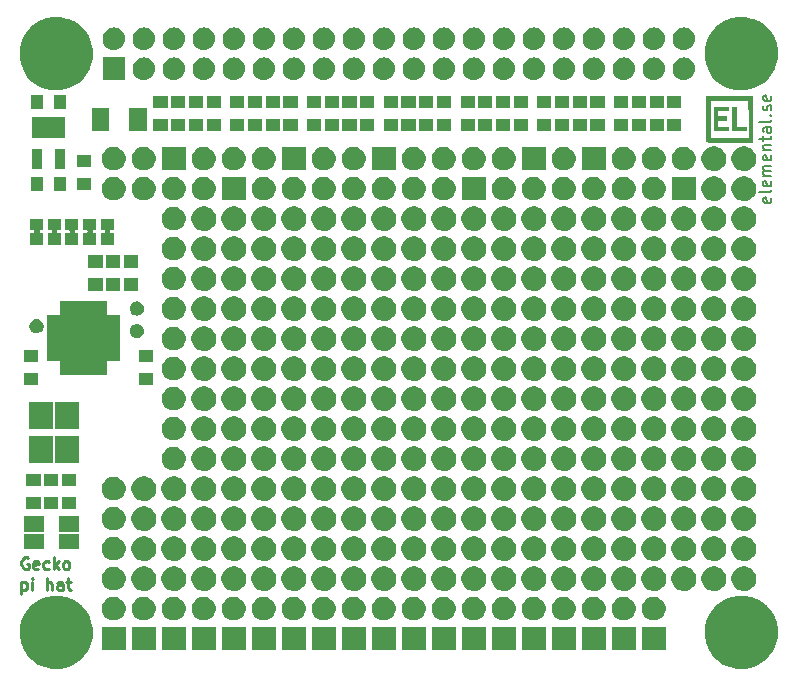
<source format=gts>
G04 #@! TF.FileFunction,Soldermask,Top*
%FSLAX46Y46*%
G04 Gerber Fmt 4.6, Leading zero omitted, Abs format (unit mm)*
G04 Created by KiCad (PCBNEW 4.0.7) date Tue Mar 13 09:57:10 2018*
%MOMM*%
%LPD*%
G01*
G04 APERTURE LIST*
%ADD10C,0.100000*%
%ADD11C,0.200000*%
%ADD12C,0.250000*%
%ADD13C,0.400000*%
%ADD14C,0.010000*%
%ADD15C,1.200000*%
G04 APERTURE END LIST*
D10*
D11*
X185154762Y-87119048D02*
X185202381Y-87214286D01*
X185202381Y-87404763D01*
X185154762Y-87500001D01*
X185059524Y-87547620D01*
X184678571Y-87547620D01*
X184583333Y-87500001D01*
X184535714Y-87404763D01*
X184535714Y-87214286D01*
X184583333Y-87119048D01*
X184678571Y-87071429D01*
X184773810Y-87071429D01*
X184869048Y-87547620D01*
X185202381Y-86500001D02*
X185154762Y-86595239D01*
X185059524Y-86642858D01*
X184202381Y-86642858D01*
X185154762Y-85738095D02*
X185202381Y-85833333D01*
X185202381Y-86023810D01*
X185154762Y-86119048D01*
X185059524Y-86166667D01*
X184678571Y-86166667D01*
X184583333Y-86119048D01*
X184535714Y-86023810D01*
X184535714Y-85833333D01*
X184583333Y-85738095D01*
X184678571Y-85690476D01*
X184773810Y-85690476D01*
X184869048Y-86166667D01*
X185202381Y-85261905D02*
X184535714Y-85261905D01*
X184630952Y-85261905D02*
X184583333Y-85214286D01*
X184535714Y-85119048D01*
X184535714Y-84976190D01*
X184583333Y-84880952D01*
X184678571Y-84833333D01*
X185202381Y-84833333D01*
X184678571Y-84833333D02*
X184583333Y-84785714D01*
X184535714Y-84690476D01*
X184535714Y-84547619D01*
X184583333Y-84452381D01*
X184678571Y-84404762D01*
X185202381Y-84404762D01*
X185154762Y-83547619D02*
X185202381Y-83642857D01*
X185202381Y-83833334D01*
X185154762Y-83928572D01*
X185059524Y-83976191D01*
X184678571Y-83976191D01*
X184583333Y-83928572D01*
X184535714Y-83833334D01*
X184535714Y-83642857D01*
X184583333Y-83547619D01*
X184678571Y-83500000D01*
X184773810Y-83500000D01*
X184869048Y-83976191D01*
X184535714Y-83071429D02*
X185202381Y-83071429D01*
X184630952Y-83071429D02*
X184583333Y-83023810D01*
X184535714Y-82928572D01*
X184535714Y-82785714D01*
X184583333Y-82690476D01*
X184678571Y-82642857D01*
X185202381Y-82642857D01*
X184535714Y-82309524D02*
X184535714Y-81928572D01*
X184202381Y-82166667D02*
X185059524Y-82166667D01*
X185154762Y-82119048D01*
X185202381Y-82023810D01*
X185202381Y-81928572D01*
X185202381Y-81166666D02*
X184678571Y-81166666D01*
X184583333Y-81214285D01*
X184535714Y-81309523D01*
X184535714Y-81500000D01*
X184583333Y-81595238D01*
X185154762Y-81166666D02*
X185202381Y-81261904D01*
X185202381Y-81500000D01*
X185154762Y-81595238D01*
X185059524Y-81642857D01*
X184964286Y-81642857D01*
X184869048Y-81595238D01*
X184821429Y-81500000D01*
X184821429Y-81261904D01*
X184773810Y-81166666D01*
X185202381Y-80547619D02*
X185154762Y-80642857D01*
X185059524Y-80690476D01*
X184202381Y-80690476D01*
X185107143Y-80166666D02*
X185154762Y-80119047D01*
X185202381Y-80166666D01*
X185154762Y-80214285D01*
X185107143Y-80166666D01*
X185202381Y-80166666D01*
X185154762Y-79738095D02*
X185202381Y-79642857D01*
X185202381Y-79452381D01*
X185154762Y-79357142D01*
X185059524Y-79309523D01*
X185011905Y-79309523D01*
X184916667Y-79357142D01*
X184869048Y-79452381D01*
X184869048Y-79595238D01*
X184821429Y-79690476D01*
X184726190Y-79738095D01*
X184678571Y-79738095D01*
X184583333Y-79690476D01*
X184535714Y-79595238D01*
X184535714Y-79452381D01*
X184583333Y-79357142D01*
X185154762Y-78499999D02*
X185202381Y-78595237D01*
X185202381Y-78785714D01*
X185154762Y-78880952D01*
X185059524Y-78928571D01*
X184678571Y-78928571D01*
X184583333Y-78880952D01*
X184535714Y-78785714D01*
X184535714Y-78595237D01*
X184583333Y-78499999D01*
X184678571Y-78452380D01*
X184773810Y-78452380D01*
X184869048Y-78928571D01*
D12*
X122297619Y-117625000D02*
X122202381Y-117577381D01*
X122059524Y-117577381D01*
X121916666Y-117625000D01*
X121821428Y-117720238D01*
X121773809Y-117815476D01*
X121726190Y-118005952D01*
X121726190Y-118148810D01*
X121773809Y-118339286D01*
X121821428Y-118434524D01*
X121916666Y-118529762D01*
X122059524Y-118577381D01*
X122154762Y-118577381D01*
X122297619Y-118529762D01*
X122345238Y-118482143D01*
X122345238Y-118148810D01*
X122154762Y-118148810D01*
X123154762Y-118529762D02*
X123059524Y-118577381D01*
X122869047Y-118577381D01*
X122773809Y-118529762D01*
X122726190Y-118434524D01*
X122726190Y-118053571D01*
X122773809Y-117958333D01*
X122869047Y-117910714D01*
X123059524Y-117910714D01*
X123154762Y-117958333D01*
X123202381Y-118053571D01*
X123202381Y-118148810D01*
X122726190Y-118244048D01*
X124059524Y-118529762D02*
X123964286Y-118577381D01*
X123773809Y-118577381D01*
X123678571Y-118529762D01*
X123630952Y-118482143D01*
X123583333Y-118386905D01*
X123583333Y-118101190D01*
X123630952Y-118005952D01*
X123678571Y-117958333D01*
X123773809Y-117910714D01*
X123964286Y-117910714D01*
X124059524Y-117958333D01*
X124488095Y-118577381D02*
X124488095Y-117577381D01*
X124583333Y-118196429D02*
X124869048Y-118577381D01*
X124869048Y-117910714D02*
X124488095Y-118291667D01*
X125440476Y-118577381D02*
X125345238Y-118529762D01*
X125297619Y-118482143D01*
X125250000Y-118386905D01*
X125250000Y-118101190D01*
X125297619Y-118005952D01*
X125345238Y-117958333D01*
X125440476Y-117910714D01*
X125583334Y-117910714D01*
X125678572Y-117958333D01*
X125726191Y-118005952D01*
X125773810Y-118101190D01*
X125773810Y-118386905D01*
X125726191Y-118482143D01*
X125678572Y-118529762D01*
X125583334Y-118577381D01*
X125440476Y-118577381D01*
X121726190Y-119660714D02*
X121726190Y-120660714D01*
X121726190Y-119708333D02*
X121821428Y-119660714D01*
X122011905Y-119660714D01*
X122107143Y-119708333D01*
X122154762Y-119755952D01*
X122202381Y-119851190D01*
X122202381Y-120136905D01*
X122154762Y-120232143D01*
X122107143Y-120279762D01*
X122011905Y-120327381D01*
X121821428Y-120327381D01*
X121726190Y-120279762D01*
X122630952Y-120327381D02*
X122630952Y-119660714D01*
X122630952Y-119327381D02*
X122583333Y-119375000D01*
X122630952Y-119422619D01*
X122678571Y-119375000D01*
X122630952Y-119327381D01*
X122630952Y-119422619D01*
X123869047Y-120327381D02*
X123869047Y-119327381D01*
X124297619Y-120327381D02*
X124297619Y-119803571D01*
X124250000Y-119708333D01*
X124154762Y-119660714D01*
X124011904Y-119660714D01*
X123916666Y-119708333D01*
X123869047Y-119755952D01*
X125202381Y-120327381D02*
X125202381Y-119803571D01*
X125154762Y-119708333D01*
X125059524Y-119660714D01*
X124869047Y-119660714D01*
X124773809Y-119708333D01*
X125202381Y-120279762D02*
X125107143Y-120327381D01*
X124869047Y-120327381D01*
X124773809Y-120279762D01*
X124726190Y-120184524D01*
X124726190Y-120089286D01*
X124773809Y-119994048D01*
X124869047Y-119946429D01*
X125107143Y-119946429D01*
X125202381Y-119898810D01*
X125535714Y-119660714D02*
X125916666Y-119660714D01*
X125678571Y-119327381D02*
X125678571Y-120184524D01*
X125726190Y-120279762D01*
X125821428Y-120327381D01*
X125916666Y-120327381D01*
D13*
X123000000Y-89700000D02*
X123000000Y-90300000D01*
X124500000Y-89700000D02*
X124500000Y-90300000D01*
X126000000Y-89700000D02*
X126000000Y-90300000D01*
X127500000Y-89700000D02*
X127500000Y-90300000D01*
X129000000Y-89700000D02*
X129000000Y-90300000D01*
D14*
G36*
X183589666Y-82389667D02*
X181670555Y-82389667D01*
X181275367Y-82389063D01*
X180906390Y-82387334D01*
X180572207Y-82384605D01*
X180281402Y-82381000D01*
X180042557Y-82376644D01*
X179864257Y-82371660D01*
X179755085Y-82366173D01*
X179723222Y-82361445D01*
X179717419Y-82314580D01*
X179712018Y-82191632D01*
X179708419Y-82051000D01*
X179990327Y-82051000D01*
X183294339Y-82051000D01*
X183283253Y-80431750D01*
X183272166Y-78812500D01*
X180012500Y-78812500D01*
X180001413Y-80431750D01*
X179990327Y-82051000D01*
X179708419Y-82051000D01*
X179707144Y-82001185D01*
X179702920Y-81751823D01*
X179699472Y-81452127D01*
X179696923Y-81110683D01*
X179695399Y-80736073D01*
X179695000Y-80414111D01*
X179695000Y-78495000D01*
X183589666Y-78495000D01*
X183589666Y-82389667D01*
X183589666Y-82389667D01*
G37*
X183589666Y-82389667D02*
X181670555Y-82389667D01*
X181275367Y-82389063D01*
X180906390Y-82387334D01*
X180572207Y-82384605D01*
X180281402Y-82381000D01*
X180042557Y-82376644D01*
X179864257Y-82371660D01*
X179755085Y-82366173D01*
X179723222Y-82361445D01*
X179717419Y-82314580D01*
X179712018Y-82191632D01*
X179708419Y-82051000D01*
X179990327Y-82051000D01*
X183294339Y-82051000D01*
X183283253Y-80431750D01*
X183272166Y-78812500D01*
X180012500Y-78812500D01*
X180001413Y-80431750D01*
X179990327Y-82051000D01*
X179708419Y-82051000D01*
X179707144Y-82001185D01*
X179702920Y-81751823D01*
X179699472Y-81452127D01*
X179696923Y-81110683D01*
X179695399Y-80736073D01*
X179695000Y-80414111D01*
X179695000Y-78495000D01*
X183589666Y-78495000D01*
X183589666Y-82389667D01*
G36*
X181557666Y-79722667D02*
X180626333Y-79722667D01*
X180626333Y-80230667D01*
X181346000Y-80230667D01*
X181346000Y-80527000D01*
X180626333Y-80527000D01*
X180626333Y-81119667D01*
X181557666Y-81119667D01*
X181557666Y-81416000D01*
X180330000Y-81416000D01*
X180330000Y-79468667D01*
X181557666Y-79468667D01*
X181557666Y-79722667D01*
X181557666Y-79722667D01*
G37*
X181557666Y-79722667D02*
X180626333Y-79722667D01*
X180626333Y-80230667D01*
X181346000Y-80230667D01*
X181346000Y-80527000D01*
X180626333Y-80527000D01*
X180626333Y-81119667D01*
X181557666Y-81119667D01*
X181557666Y-81416000D01*
X180330000Y-81416000D01*
X180330000Y-79468667D01*
X181557666Y-79468667D01*
X181557666Y-79722667D01*
G36*
X182192666Y-81119667D02*
X183039333Y-81119667D01*
X183039333Y-81416000D01*
X181896333Y-81416000D01*
X181896333Y-79468667D01*
X182192666Y-79468667D01*
X182192666Y-81119667D01*
X182192666Y-81119667D01*
G37*
X182192666Y-81119667D02*
X183039333Y-81119667D01*
X183039333Y-81416000D01*
X181896333Y-81416000D01*
X181896333Y-79468667D01*
X182192666Y-79468667D01*
X182192666Y-81119667D01*
D15*
X127170000Y-74930000D02*
G75*
G03X127170000Y-74930000I-2500000J0D01*
G01*
X185170000Y-74930000D02*
G75*
G03X185170000Y-74930000I-2500000J0D01*
G01*
X127170000Y-123930000D02*
G75*
G03X127170000Y-123930000I-2500000J0D01*
G01*
X185170000Y-123930000D02*
G75*
G03X185170000Y-123930000I-2500000J0D01*
G01*
D10*
G36*
X124995606Y-120832063D02*
X125591133Y-120954307D01*
X126151569Y-121189892D01*
X126655576Y-121529849D01*
X127083955Y-121961229D01*
X127420385Y-122467596D01*
X127652052Y-123029663D01*
X127770068Y-123625686D01*
X127770068Y-123625700D01*
X127770133Y-123626029D01*
X127760437Y-124320413D01*
X127760361Y-124320747D01*
X127760361Y-124320759D01*
X127625752Y-124913246D01*
X127378479Y-125468630D01*
X127028043Y-125965405D01*
X126587784Y-126384658D01*
X126074486Y-126710406D01*
X125507685Y-126930255D01*
X124908982Y-127035821D01*
X124301174Y-127023090D01*
X123707407Y-126892542D01*
X123150316Y-126649155D01*
X122651106Y-126302194D01*
X122228792Y-125864875D01*
X121899467Y-125353864D01*
X121675668Y-124788613D01*
X121565922Y-124190654D01*
X121574411Y-123582773D01*
X121700808Y-122988119D01*
X121940303Y-122429336D01*
X122283770Y-121927716D01*
X122718129Y-121502359D01*
X123226832Y-121169473D01*
X123790506Y-120941734D01*
X124387676Y-120827818D01*
X124995606Y-120832063D01*
X124995606Y-120832063D01*
G37*
G36*
X182995606Y-120832063D02*
X183591133Y-120954307D01*
X184151569Y-121189892D01*
X184655576Y-121529849D01*
X185083955Y-121961229D01*
X185420385Y-122467596D01*
X185652052Y-123029663D01*
X185770068Y-123625686D01*
X185770068Y-123625700D01*
X185770133Y-123626029D01*
X185760437Y-124320413D01*
X185760361Y-124320747D01*
X185760361Y-124320759D01*
X185625752Y-124913246D01*
X185378479Y-125468630D01*
X185028043Y-125965405D01*
X184587784Y-126384658D01*
X184074486Y-126710406D01*
X183507685Y-126930255D01*
X182908982Y-127035821D01*
X182301174Y-127023090D01*
X181707407Y-126892542D01*
X181150316Y-126649155D01*
X180651106Y-126302194D01*
X180228792Y-125864875D01*
X179899467Y-125353864D01*
X179675668Y-124788613D01*
X179565922Y-124190654D01*
X179574411Y-123582773D01*
X179700808Y-122988119D01*
X179940303Y-122429336D01*
X180283770Y-121927716D01*
X180718129Y-121502359D01*
X181226832Y-121169473D01*
X181790506Y-120941734D01*
X182387676Y-120827818D01*
X182995606Y-120832063D01*
X182995606Y-120832063D01*
G37*
G36*
X133080000Y-125460000D02*
X131080000Y-125460000D01*
X131080000Y-123460000D01*
X133080000Y-123460000D01*
X133080000Y-125460000D01*
X133080000Y-125460000D01*
G37*
G36*
X158480000Y-125460000D02*
X156480000Y-125460000D01*
X156480000Y-123460000D01*
X158480000Y-123460000D01*
X158480000Y-125460000D01*
X158480000Y-125460000D01*
G37*
G36*
X130540000Y-125460000D02*
X128540000Y-125460000D01*
X128540000Y-123460000D01*
X130540000Y-123460000D01*
X130540000Y-125460000D01*
X130540000Y-125460000D01*
G37*
G36*
X176260000Y-125460000D02*
X174260000Y-125460000D01*
X174260000Y-123460000D01*
X176260000Y-123460000D01*
X176260000Y-125460000D01*
X176260000Y-125460000D01*
G37*
G36*
X155940000Y-125460000D02*
X153940000Y-125460000D01*
X153940000Y-123460000D01*
X155940000Y-123460000D01*
X155940000Y-125460000D01*
X155940000Y-125460000D01*
G37*
G36*
X153400000Y-125460000D02*
X151400000Y-125460000D01*
X151400000Y-123460000D01*
X153400000Y-123460000D01*
X153400000Y-125460000D01*
X153400000Y-125460000D01*
G37*
G36*
X163560000Y-125460000D02*
X161560000Y-125460000D01*
X161560000Y-123460000D01*
X163560000Y-123460000D01*
X163560000Y-125460000D01*
X163560000Y-125460000D01*
G37*
G36*
X166100000Y-125460000D02*
X164100000Y-125460000D01*
X164100000Y-123460000D01*
X166100000Y-123460000D01*
X166100000Y-125460000D01*
X166100000Y-125460000D01*
G37*
G36*
X161020000Y-125460000D02*
X159020000Y-125460000D01*
X159020000Y-123460000D01*
X161020000Y-123460000D01*
X161020000Y-125460000D01*
X161020000Y-125460000D01*
G37*
G36*
X168640000Y-125460000D02*
X166640000Y-125460000D01*
X166640000Y-123460000D01*
X168640000Y-123460000D01*
X168640000Y-125460000D01*
X168640000Y-125460000D01*
G37*
G36*
X173720000Y-125460000D02*
X171720000Y-125460000D01*
X171720000Y-123460000D01*
X173720000Y-123460000D01*
X173720000Y-125460000D01*
X173720000Y-125460000D01*
G37*
G36*
X148320000Y-125460000D02*
X146320000Y-125460000D01*
X146320000Y-123460000D01*
X148320000Y-123460000D01*
X148320000Y-125460000D01*
X148320000Y-125460000D01*
G37*
G36*
X150860000Y-125460000D02*
X148860000Y-125460000D01*
X148860000Y-123460000D01*
X150860000Y-123460000D01*
X150860000Y-125460000D01*
X150860000Y-125460000D01*
G37*
G36*
X145780000Y-125460000D02*
X143780000Y-125460000D01*
X143780000Y-123460000D01*
X145780000Y-123460000D01*
X145780000Y-125460000D01*
X145780000Y-125460000D01*
G37*
G36*
X143240000Y-125460000D02*
X141240000Y-125460000D01*
X141240000Y-123460000D01*
X143240000Y-123460000D01*
X143240000Y-125460000D01*
X143240000Y-125460000D01*
G37*
G36*
X140700000Y-125460000D02*
X138700000Y-125460000D01*
X138700000Y-123460000D01*
X140700000Y-123460000D01*
X140700000Y-125460000D01*
X140700000Y-125460000D01*
G37*
G36*
X138160000Y-125460000D02*
X136160000Y-125460000D01*
X136160000Y-123460000D01*
X138160000Y-123460000D01*
X138160000Y-125460000D01*
X138160000Y-125460000D01*
G37*
G36*
X135620000Y-125460000D02*
X133620000Y-125460000D01*
X133620000Y-123460000D01*
X135620000Y-123460000D01*
X135620000Y-125460000D01*
X135620000Y-125460000D01*
G37*
G36*
X171180000Y-125460000D02*
X169180000Y-125460000D01*
X169180000Y-123460000D01*
X171180000Y-123460000D01*
X171180000Y-125460000D01*
X171180000Y-125460000D01*
G37*
G36*
X149965034Y-120920664D02*
X150157141Y-120960098D01*
X150337925Y-121036093D01*
X150500509Y-121145756D01*
X150638697Y-121284913D01*
X150747223Y-121448256D01*
X150821954Y-121629567D01*
X150859978Y-121821601D01*
X150859978Y-121821616D01*
X150860043Y-121821945D01*
X150856916Y-122045940D01*
X150856839Y-122046278D01*
X150856839Y-122046286D01*
X150813471Y-122237175D01*
X150733705Y-122416333D01*
X150620661Y-122576583D01*
X150478639Y-122711828D01*
X150313061Y-122816906D01*
X150130221Y-122887827D01*
X149937093Y-122921879D01*
X149741025Y-122917773D01*
X149549485Y-122875660D01*
X149369779Y-122797147D01*
X149208742Y-122685225D01*
X149072511Y-122544153D01*
X148966279Y-122379313D01*
X148894085Y-122196974D01*
X148858682Y-122004080D01*
X148861421Y-121807990D01*
X148902194Y-121616168D01*
X148979451Y-121435914D01*
X149090247Y-121274101D01*
X149230364Y-121136887D01*
X149394461Y-121029505D01*
X149576292Y-120956041D01*
X149768925Y-120919294D01*
X149965034Y-120920664D01*
X149965034Y-120920664D01*
G37*
G36*
X147425034Y-120920664D02*
X147617141Y-120960098D01*
X147797925Y-121036093D01*
X147960509Y-121145756D01*
X148098697Y-121284913D01*
X148207223Y-121448256D01*
X148281954Y-121629567D01*
X148319978Y-121821601D01*
X148319978Y-121821616D01*
X148320043Y-121821945D01*
X148316916Y-122045940D01*
X148316839Y-122046278D01*
X148316839Y-122046286D01*
X148273471Y-122237175D01*
X148193705Y-122416333D01*
X148080661Y-122576583D01*
X147938639Y-122711828D01*
X147773061Y-122816906D01*
X147590221Y-122887827D01*
X147397093Y-122921879D01*
X147201025Y-122917773D01*
X147009485Y-122875660D01*
X146829779Y-122797147D01*
X146668742Y-122685225D01*
X146532511Y-122544153D01*
X146426279Y-122379313D01*
X146354085Y-122196974D01*
X146318682Y-122004080D01*
X146321421Y-121807990D01*
X146362194Y-121616168D01*
X146439451Y-121435914D01*
X146550247Y-121274101D01*
X146690364Y-121136887D01*
X146854461Y-121029505D01*
X147036292Y-120956041D01*
X147228925Y-120919294D01*
X147425034Y-120920664D01*
X147425034Y-120920664D01*
G37*
G36*
X144885034Y-120920664D02*
X145077141Y-120960098D01*
X145257925Y-121036093D01*
X145420509Y-121145756D01*
X145558697Y-121284913D01*
X145667223Y-121448256D01*
X145741954Y-121629567D01*
X145779978Y-121821601D01*
X145779978Y-121821616D01*
X145780043Y-121821945D01*
X145776916Y-122045940D01*
X145776839Y-122046278D01*
X145776839Y-122046286D01*
X145733471Y-122237175D01*
X145653705Y-122416333D01*
X145540661Y-122576583D01*
X145398639Y-122711828D01*
X145233061Y-122816906D01*
X145050221Y-122887827D01*
X144857093Y-122921879D01*
X144661025Y-122917773D01*
X144469485Y-122875660D01*
X144289779Y-122797147D01*
X144128742Y-122685225D01*
X143992511Y-122544153D01*
X143886279Y-122379313D01*
X143814085Y-122196974D01*
X143778682Y-122004080D01*
X143781421Y-121807990D01*
X143822194Y-121616168D01*
X143899451Y-121435914D01*
X144010247Y-121274101D01*
X144150364Y-121136887D01*
X144314461Y-121029505D01*
X144496292Y-120956041D01*
X144688925Y-120919294D01*
X144885034Y-120920664D01*
X144885034Y-120920664D01*
G37*
G36*
X142345034Y-120920664D02*
X142537141Y-120960098D01*
X142717925Y-121036093D01*
X142880509Y-121145756D01*
X143018697Y-121284913D01*
X143127223Y-121448256D01*
X143201954Y-121629567D01*
X143239978Y-121821601D01*
X143239978Y-121821616D01*
X143240043Y-121821945D01*
X143236916Y-122045940D01*
X143236839Y-122046278D01*
X143236839Y-122046286D01*
X143193471Y-122237175D01*
X143113705Y-122416333D01*
X143000661Y-122576583D01*
X142858639Y-122711828D01*
X142693061Y-122816906D01*
X142510221Y-122887827D01*
X142317093Y-122921879D01*
X142121025Y-122917773D01*
X141929485Y-122875660D01*
X141749779Y-122797147D01*
X141588742Y-122685225D01*
X141452511Y-122544153D01*
X141346279Y-122379313D01*
X141274085Y-122196974D01*
X141238682Y-122004080D01*
X141241421Y-121807990D01*
X141282194Y-121616168D01*
X141359451Y-121435914D01*
X141470247Y-121274101D01*
X141610364Y-121136887D01*
X141774461Y-121029505D01*
X141956292Y-120956041D01*
X142148925Y-120919294D01*
X142345034Y-120920664D01*
X142345034Y-120920664D01*
G37*
G36*
X139805034Y-120920664D02*
X139997141Y-120960098D01*
X140177925Y-121036093D01*
X140340509Y-121145756D01*
X140478697Y-121284913D01*
X140587223Y-121448256D01*
X140661954Y-121629567D01*
X140699978Y-121821601D01*
X140699978Y-121821616D01*
X140700043Y-121821945D01*
X140696916Y-122045940D01*
X140696839Y-122046278D01*
X140696839Y-122046286D01*
X140653471Y-122237175D01*
X140573705Y-122416333D01*
X140460661Y-122576583D01*
X140318639Y-122711828D01*
X140153061Y-122816906D01*
X139970221Y-122887827D01*
X139777093Y-122921879D01*
X139581025Y-122917773D01*
X139389485Y-122875660D01*
X139209779Y-122797147D01*
X139048742Y-122685225D01*
X138912511Y-122544153D01*
X138806279Y-122379313D01*
X138734085Y-122196974D01*
X138698682Y-122004080D01*
X138701421Y-121807990D01*
X138742194Y-121616168D01*
X138819451Y-121435914D01*
X138930247Y-121274101D01*
X139070364Y-121136887D01*
X139234461Y-121029505D01*
X139416292Y-120956041D01*
X139608925Y-120919294D01*
X139805034Y-120920664D01*
X139805034Y-120920664D01*
G37*
G36*
X137265034Y-120920664D02*
X137457141Y-120960098D01*
X137637925Y-121036093D01*
X137800509Y-121145756D01*
X137938697Y-121284913D01*
X138047223Y-121448256D01*
X138121954Y-121629567D01*
X138159978Y-121821601D01*
X138159978Y-121821616D01*
X138160043Y-121821945D01*
X138156916Y-122045940D01*
X138156839Y-122046278D01*
X138156839Y-122046286D01*
X138113471Y-122237175D01*
X138033705Y-122416333D01*
X137920661Y-122576583D01*
X137778639Y-122711828D01*
X137613061Y-122816906D01*
X137430221Y-122887827D01*
X137237093Y-122921879D01*
X137041025Y-122917773D01*
X136849485Y-122875660D01*
X136669779Y-122797147D01*
X136508742Y-122685225D01*
X136372511Y-122544153D01*
X136266279Y-122379313D01*
X136194085Y-122196974D01*
X136158682Y-122004080D01*
X136161421Y-121807990D01*
X136202194Y-121616168D01*
X136279451Y-121435914D01*
X136390247Y-121274101D01*
X136530364Y-121136887D01*
X136694461Y-121029505D01*
X136876292Y-120956041D01*
X137068925Y-120919294D01*
X137265034Y-120920664D01*
X137265034Y-120920664D01*
G37*
G36*
X132185034Y-120920664D02*
X132377141Y-120960098D01*
X132557925Y-121036093D01*
X132720509Y-121145756D01*
X132858697Y-121284913D01*
X132967223Y-121448256D01*
X133041954Y-121629567D01*
X133079978Y-121821601D01*
X133079978Y-121821616D01*
X133080043Y-121821945D01*
X133076916Y-122045940D01*
X133076839Y-122046278D01*
X133076839Y-122046286D01*
X133033471Y-122237175D01*
X132953705Y-122416333D01*
X132840661Y-122576583D01*
X132698639Y-122711828D01*
X132533061Y-122816906D01*
X132350221Y-122887827D01*
X132157093Y-122921879D01*
X131961025Y-122917773D01*
X131769485Y-122875660D01*
X131589779Y-122797147D01*
X131428742Y-122685225D01*
X131292511Y-122544153D01*
X131186279Y-122379313D01*
X131114085Y-122196974D01*
X131078682Y-122004080D01*
X131081421Y-121807990D01*
X131122194Y-121616168D01*
X131199451Y-121435914D01*
X131310247Y-121274101D01*
X131450364Y-121136887D01*
X131614461Y-121029505D01*
X131796292Y-120956041D01*
X131988925Y-120919294D01*
X132185034Y-120920664D01*
X132185034Y-120920664D01*
G37*
G36*
X172825034Y-120920664D02*
X173017141Y-120960098D01*
X173197925Y-121036093D01*
X173360509Y-121145756D01*
X173498697Y-121284913D01*
X173607223Y-121448256D01*
X173681954Y-121629567D01*
X173719978Y-121821601D01*
X173719978Y-121821616D01*
X173720043Y-121821945D01*
X173716916Y-122045940D01*
X173716839Y-122046278D01*
X173716839Y-122046286D01*
X173673471Y-122237175D01*
X173593705Y-122416333D01*
X173480661Y-122576583D01*
X173338639Y-122711828D01*
X173173061Y-122816906D01*
X172990221Y-122887827D01*
X172797093Y-122921879D01*
X172601025Y-122917773D01*
X172409485Y-122875660D01*
X172229779Y-122797147D01*
X172068742Y-122685225D01*
X171932511Y-122544153D01*
X171826279Y-122379313D01*
X171754085Y-122196974D01*
X171718682Y-122004080D01*
X171721421Y-121807990D01*
X171762194Y-121616168D01*
X171839451Y-121435914D01*
X171950247Y-121274101D01*
X172090364Y-121136887D01*
X172254461Y-121029505D01*
X172436292Y-120956041D01*
X172628925Y-120919294D01*
X172825034Y-120920664D01*
X172825034Y-120920664D01*
G37*
G36*
X134725034Y-120920664D02*
X134917141Y-120960098D01*
X135097925Y-121036093D01*
X135260509Y-121145756D01*
X135398697Y-121284913D01*
X135507223Y-121448256D01*
X135581954Y-121629567D01*
X135619978Y-121821601D01*
X135619978Y-121821616D01*
X135620043Y-121821945D01*
X135616916Y-122045940D01*
X135616839Y-122046278D01*
X135616839Y-122046286D01*
X135573471Y-122237175D01*
X135493705Y-122416333D01*
X135380661Y-122576583D01*
X135238639Y-122711828D01*
X135073061Y-122816906D01*
X134890221Y-122887827D01*
X134697093Y-122921879D01*
X134501025Y-122917773D01*
X134309485Y-122875660D01*
X134129779Y-122797147D01*
X133968742Y-122685225D01*
X133832511Y-122544153D01*
X133726279Y-122379313D01*
X133654085Y-122196974D01*
X133618682Y-122004080D01*
X133621421Y-121807990D01*
X133662194Y-121616168D01*
X133739451Y-121435914D01*
X133850247Y-121274101D01*
X133990364Y-121136887D01*
X134154461Y-121029505D01*
X134336292Y-120956041D01*
X134528925Y-120919294D01*
X134725034Y-120920664D01*
X134725034Y-120920664D01*
G37*
G36*
X155045034Y-120920664D02*
X155237141Y-120960098D01*
X155417925Y-121036093D01*
X155580509Y-121145756D01*
X155718697Y-121284913D01*
X155827223Y-121448256D01*
X155901954Y-121629567D01*
X155939978Y-121821601D01*
X155939978Y-121821616D01*
X155940043Y-121821945D01*
X155936916Y-122045940D01*
X155936839Y-122046278D01*
X155936839Y-122046286D01*
X155893471Y-122237175D01*
X155813705Y-122416333D01*
X155700661Y-122576583D01*
X155558639Y-122711828D01*
X155393061Y-122816906D01*
X155210221Y-122887827D01*
X155017093Y-122921879D01*
X154821025Y-122917773D01*
X154629485Y-122875660D01*
X154449779Y-122797147D01*
X154288742Y-122685225D01*
X154152511Y-122544153D01*
X154046279Y-122379313D01*
X153974085Y-122196974D01*
X153938682Y-122004080D01*
X153941421Y-121807990D01*
X153982194Y-121616168D01*
X154059451Y-121435914D01*
X154170247Y-121274101D01*
X154310364Y-121136887D01*
X154474461Y-121029505D01*
X154656292Y-120956041D01*
X154848925Y-120919294D01*
X155045034Y-120920664D01*
X155045034Y-120920664D01*
G37*
G36*
X129645034Y-120920664D02*
X129837141Y-120960098D01*
X130017925Y-121036093D01*
X130180509Y-121145756D01*
X130318697Y-121284913D01*
X130427223Y-121448256D01*
X130501954Y-121629567D01*
X130539978Y-121821601D01*
X130539978Y-121821616D01*
X130540043Y-121821945D01*
X130536916Y-122045940D01*
X130536839Y-122046278D01*
X130536839Y-122046286D01*
X130493471Y-122237175D01*
X130413705Y-122416333D01*
X130300661Y-122576583D01*
X130158639Y-122711828D01*
X129993061Y-122816906D01*
X129810221Y-122887827D01*
X129617093Y-122921879D01*
X129421025Y-122917773D01*
X129229485Y-122875660D01*
X129049779Y-122797147D01*
X128888742Y-122685225D01*
X128752511Y-122544153D01*
X128646279Y-122379313D01*
X128574085Y-122196974D01*
X128538682Y-122004080D01*
X128541421Y-121807990D01*
X128582194Y-121616168D01*
X128659451Y-121435914D01*
X128770247Y-121274101D01*
X128910364Y-121136887D01*
X129074461Y-121029505D01*
X129256292Y-120956041D01*
X129448925Y-120919294D01*
X129645034Y-120920664D01*
X129645034Y-120920664D01*
G37*
G36*
X152505034Y-120920664D02*
X152697141Y-120960098D01*
X152877925Y-121036093D01*
X153040509Y-121145756D01*
X153178697Y-121284913D01*
X153287223Y-121448256D01*
X153361954Y-121629567D01*
X153399978Y-121821601D01*
X153399978Y-121821616D01*
X153400043Y-121821945D01*
X153396916Y-122045940D01*
X153396839Y-122046278D01*
X153396839Y-122046286D01*
X153353471Y-122237175D01*
X153273705Y-122416333D01*
X153160661Y-122576583D01*
X153018639Y-122711828D01*
X152853061Y-122816906D01*
X152670221Y-122887827D01*
X152477093Y-122921879D01*
X152281025Y-122917773D01*
X152089485Y-122875660D01*
X151909779Y-122797147D01*
X151748742Y-122685225D01*
X151612511Y-122544153D01*
X151506279Y-122379313D01*
X151434085Y-122196974D01*
X151398682Y-122004080D01*
X151401421Y-121807990D01*
X151442194Y-121616168D01*
X151519451Y-121435914D01*
X151630247Y-121274101D01*
X151770364Y-121136887D01*
X151934461Y-121029505D01*
X152116292Y-120956041D01*
X152308925Y-120919294D01*
X152505034Y-120920664D01*
X152505034Y-120920664D01*
G37*
G36*
X175365034Y-120920664D02*
X175557141Y-120960098D01*
X175737925Y-121036093D01*
X175900509Y-121145756D01*
X176038697Y-121284913D01*
X176147223Y-121448256D01*
X176221954Y-121629567D01*
X176259978Y-121821601D01*
X176259978Y-121821616D01*
X176260043Y-121821945D01*
X176256916Y-122045940D01*
X176256839Y-122046278D01*
X176256839Y-122046286D01*
X176213471Y-122237175D01*
X176133705Y-122416333D01*
X176020661Y-122576583D01*
X175878639Y-122711828D01*
X175713061Y-122816906D01*
X175530221Y-122887827D01*
X175337093Y-122921879D01*
X175141025Y-122917773D01*
X174949485Y-122875660D01*
X174769779Y-122797147D01*
X174608742Y-122685225D01*
X174472511Y-122544153D01*
X174366279Y-122379313D01*
X174294085Y-122196974D01*
X174258682Y-122004080D01*
X174261421Y-121807990D01*
X174302194Y-121616168D01*
X174379451Y-121435914D01*
X174490247Y-121274101D01*
X174630364Y-121136887D01*
X174794461Y-121029505D01*
X174976292Y-120956041D01*
X175168925Y-120919294D01*
X175365034Y-120920664D01*
X175365034Y-120920664D01*
G37*
G36*
X167745034Y-120920664D02*
X167937141Y-120960098D01*
X168117925Y-121036093D01*
X168280509Y-121145756D01*
X168418697Y-121284913D01*
X168527223Y-121448256D01*
X168601954Y-121629567D01*
X168639978Y-121821601D01*
X168639978Y-121821616D01*
X168640043Y-121821945D01*
X168636916Y-122045940D01*
X168636839Y-122046278D01*
X168636839Y-122046286D01*
X168593471Y-122237175D01*
X168513705Y-122416333D01*
X168400661Y-122576583D01*
X168258639Y-122711828D01*
X168093061Y-122816906D01*
X167910221Y-122887827D01*
X167717093Y-122921879D01*
X167521025Y-122917773D01*
X167329485Y-122875660D01*
X167149779Y-122797147D01*
X166988742Y-122685225D01*
X166852511Y-122544153D01*
X166746279Y-122379313D01*
X166674085Y-122196974D01*
X166638682Y-122004080D01*
X166641421Y-121807990D01*
X166682194Y-121616168D01*
X166759451Y-121435914D01*
X166870247Y-121274101D01*
X167010364Y-121136887D01*
X167174461Y-121029505D01*
X167356292Y-120956041D01*
X167548925Y-120919294D01*
X167745034Y-120920664D01*
X167745034Y-120920664D01*
G37*
G36*
X170285034Y-120920664D02*
X170477141Y-120960098D01*
X170657925Y-121036093D01*
X170820509Y-121145756D01*
X170958697Y-121284913D01*
X171067223Y-121448256D01*
X171141954Y-121629567D01*
X171179978Y-121821601D01*
X171179978Y-121821616D01*
X171180043Y-121821945D01*
X171176916Y-122045940D01*
X171176839Y-122046278D01*
X171176839Y-122046286D01*
X171133471Y-122237175D01*
X171053705Y-122416333D01*
X170940661Y-122576583D01*
X170798639Y-122711828D01*
X170633061Y-122816906D01*
X170450221Y-122887827D01*
X170257093Y-122921879D01*
X170061025Y-122917773D01*
X169869485Y-122875660D01*
X169689779Y-122797147D01*
X169528742Y-122685225D01*
X169392511Y-122544153D01*
X169286279Y-122379313D01*
X169214085Y-122196974D01*
X169178682Y-122004080D01*
X169181421Y-121807990D01*
X169222194Y-121616168D01*
X169299451Y-121435914D01*
X169410247Y-121274101D01*
X169550364Y-121136887D01*
X169714461Y-121029505D01*
X169896292Y-120956041D01*
X170088925Y-120919294D01*
X170285034Y-120920664D01*
X170285034Y-120920664D01*
G37*
G36*
X165205034Y-120920664D02*
X165397141Y-120960098D01*
X165577925Y-121036093D01*
X165740509Y-121145756D01*
X165878697Y-121284913D01*
X165987223Y-121448256D01*
X166061954Y-121629567D01*
X166099978Y-121821601D01*
X166099978Y-121821616D01*
X166100043Y-121821945D01*
X166096916Y-122045940D01*
X166096839Y-122046278D01*
X166096839Y-122046286D01*
X166053471Y-122237175D01*
X165973705Y-122416333D01*
X165860661Y-122576583D01*
X165718639Y-122711828D01*
X165553061Y-122816906D01*
X165370221Y-122887827D01*
X165177093Y-122921879D01*
X164981025Y-122917773D01*
X164789485Y-122875660D01*
X164609779Y-122797147D01*
X164448742Y-122685225D01*
X164312511Y-122544153D01*
X164206279Y-122379313D01*
X164134085Y-122196974D01*
X164098682Y-122004080D01*
X164101421Y-121807990D01*
X164142194Y-121616168D01*
X164219451Y-121435914D01*
X164330247Y-121274101D01*
X164470364Y-121136887D01*
X164634461Y-121029505D01*
X164816292Y-120956041D01*
X165008925Y-120919294D01*
X165205034Y-120920664D01*
X165205034Y-120920664D01*
G37*
G36*
X162665034Y-120920664D02*
X162857141Y-120960098D01*
X163037925Y-121036093D01*
X163200509Y-121145756D01*
X163338697Y-121284913D01*
X163447223Y-121448256D01*
X163521954Y-121629567D01*
X163559978Y-121821601D01*
X163559978Y-121821616D01*
X163560043Y-121821945D01*
X163556916Y-122045940D01*
X163556839Y-122046278D01*
X163556839Y-122046286D01*
X163513471Y-122237175D01*
X163433705Y-122416333D01*
X163320661Y-122576583D01*
X163178639Y-122711828D01*
X163013061Y-122816906D01*
X162830221Y-122887827D01*
X162637093Y-122921879D01*
X162441025Y-122917773D01*
X162249485Y-122875660D01*
X162069779Y-122797147D01*
X161908742Y-122685225D01*
X161772511Y-122544153D01*
X161666279Y-122379313D01*
X161594085Y-122196974D01*
X161558682Y-122004080D01*
X161561421Y-121807990D01*
X161602194Y-121616168D01*
X161679451Y-121435914D01*
X161790247Y-121274101D01*
X161930364Y-121136887D01*
X162094461Y-121029505D01*
X162276292Y-120956041D01*
X162468925Y-120919294D01*
X162665034Y-120920664D01*
X162665034Y-120920664D01*
G37*
G36*
X160125034Y-120920664D02*
X160317141Y-120960098D01*
X160497925Y-121036093D01*
X160660509Y-121145756D01*
X160798697Y-121284913D01*
X160907223Y-121448256D01*
X160981954Y-121629567D01*
X161019978Y-121821601D01*
X161019978Y-121821616D01*
X161020043Y-121821945D01*
X161016916Y-122045940D01*
X161016839Y-122046278D01*
X161016839Y-122046286D01*
X160973471Y-122237175D01*
X160893705Y-122416333D01*
X160780661Y-122576583D01*
X160638639Y-122711828D01*
X160473061Y-122816906D01*
X160290221Y-122887827D01*
X160097093Y-122921879D01*
X159901025Y-122917773D01*
X159709485Y-122875660D01*
X159529779Y-122797147D01*
X159368742Y-122685225D01*
X159232511Y-122544153D01*
X159126279Y-122379313D01*
X159054085Y-122196974D01*
X159018682Y-122004080D01*
X159021421Y-121807990D01*
X159062194Y-121616168D01*
X159139451Y-121435914D01*
X159250247Y-121274101D01*
X159390364Y-121136887D01*
X159554461Y-121029505D01*
X159736292Y-120956041D01*
X159928925Y-120919294D01*
X160125034Y-120920664D01*
X160125034Y-120920664D01*
G37*
G36*
X157585034Y-120920664D02*
X157777141Y-120960098D01*
X157957925Y-121036093D01*
X158120509Y-121145756D01*
X158258697Y-121284913D01*
X158367223Y-121448256D01*
X158441954Y-121629567D01*
X158479978Y-121821601D01*
X158479978Y-121821616D01*
X158480043Y-121821945D01*
X158476916Y-122045940D01*
X158476839Y-122046278D01*
X158476839Y-122046286D01*
X158433471Y-122237175D01*
X158353705Y-122416333D01*
X158240661Y-122576583D01*
X158098639Y-122711828D01*
X157933061Y-122816906D01*
X157750221Y-122887827D01*
X157557093Y-122921879D01*
X157361025Y-122917773D01*
X157169485Y-122875660D01*
X156989779Y-122797147D01*
X156828742Y-122685225D01*
X156692511Y-122544153D01*
X156586279Y-122379313D01*
X156514085Y-122196974D01*
X156478682Y-122004080D01*
X156481421Y-121807990D01*
X156522194Y-121616168D01*
X156599451Y-121435914D01*
X156710247Y-121274101D01*
X156850364Y-121136887D01*
X157014461Y-121029505D01*
X157196292Y-120956041D01*
X157388925Y-120919294D01*
X157585034Y-120920664D01*
X157585034Y-120920664D01*
G37*
G36*
X147430286Y-118330698D02*
X147631998Y-118372104D01*
X147821821Y-118451898D01*
X147992534Y-118567045D01*
X148137630Y-118713158D01*
X148251582Y-118884669D01*
X148330050Y-119075046D01*
X148369979Y-119276698D01*
X148369979Y-119276703D01*
X148370046Y-119277042D01*
X148366761Y-119512237D01*
X148366684Y-119512575D01*
X148366684Y-119512583D01*
X148321144Y-119713034D01*
X148237389Y-119901149D01*
X148118693Y-120069411D01*
X147969570Y-120211419D01*
X147795714Y-120321751D01*
X147603732Y-120396217D01*
X147400947Y-120431972D01*
X147195076Y-120427661D01*
X146993958Y-120383442D01*
X146805268Y-120301005D01*
X146636181Y-120183486D01*
X146493137Y-120035360D01*
X146381594Y-119862278D01*
X146305790Y-119670820D01*
X146268618Y-119468284D01*
X146271493Y-119262390D01*
X146314305Y-119060975D01*
X146395425Y-118871710D01*
X146511760Y-118701807D01*
X146658883Y-118557733D01*
X146831185Y-118444982D01*
X147022107Y-118367844D01*
X147224372Y-118329260D01*
X147430286Y-118330698D01*
X147430286Y-118330698D01*
G37*
G36*
X144890286Y-118330698D02*
X145091998Y-118372104D01*
X145281821Y-118451898D01*
X145452534Y-118567045D01*
X145597630Y-118713158D01*
X145711582Y-118884669D01*
X145790050Y-119075046D01*
X145829979Y-119276698D01*
X145829979Y-119276703D01*
X145830046Y-119277042D01*
X145826761Y-119512237D01*
X145826684Y-119512575D01*
X145826684Y-119512583D01*
X145781144Y-119713034D01*
X145697389Y-119901149D01*
X145578693Y-120069411D01*
X145429570Y-120211419D01*
X145255714Y-120321751D01*
X145063732Y-120396217D01*
X144860947Y-120431972D01*
X144655076Y-120427661D01*
X144453958Y-120383442D01*
X144265268Y-120301005D01*
X144096181Y-120183486D01*
X143953137Y-120035360D01*
X143841594Y-119862278D01*
X143765790Y-119670820D01*
X143728618Y-119468284D01*
X143731493Y-119262390D01*
X143774305Y-119060975D01*
X143855425Y-118871710D01*
X143971760Y-118701807D01*
X144118883Y-118557733D01*
X144291185Y-118444982D01*
X144482107Y-118367844D01*
X144684372Y-118329260D01*
X144890286Y-118330698D01*
X144890286Y-118330698D01*
G37*
G36*
X165210286Y-118330698D02*
X165411998Y-118372104D01*
X165601821Y-118451898D01*
X165772534Y-118567045D01*
X165917630Y-118713158D01*
X166031582Y-118884669D01*
X166110050Y-119075046D01*
X166149979Y-119276698D01*
X166149979Y-119276703D01*
X166150046Y-119277042D01*
X166146761Y-119512237D01*
X166146684Y-119512575D01*
X166146684Y-119512583D01*
X166101144Y-119713034D01*
X166017389Y-119901149D01*
X165898693Y-120069411D01*
X165749570Y-120211419D01*
X165575714Y-120321751D01*
X165383732Y-120396217D01*
X165180947Y-120431972D01*
X164975076Y-120427661D01*
X164773958Y-120383442D01*
X164585268Y-120301005D01*
X164416181Y-120183486D01*
X164273137Y-120035360D01*
X164161594Y-119862278D01*
X164085790Y-119670820D01*
X164048618Y-119468284D01*
X164051493Y-119262390D01*
X164094305Y-119060975D01*
X164175425Y-118871710D01*
X164291760Y-118701807D01*
X164438883Y-118557733D01*
X164611185Y-118444982D01*
X164802107Y-118367844D01*
X165004372Y-118329260D01*
X165210286Y-118330698D01*
X165210286Y-118330698D01*
G37*
G36*
X162670286Y-118330698D02*
X162871998Y-118372104D01*
X163061821Y-118451898D01*
X163232534Y-118567045D01*
X163377630Y-118713158D01*
X163491582Y-118884669D01*
X163570050Y-119075046D01*
X163609979Y-119276698D01*
X163609979Y-119276703D01*
X163610046Y-119277042D01*
X163606761Y-119512237D01*
X163606684Y-119512575D01*
X163606684Y-119512583D01*
X163561144Y-119713034D01*
X163477389Y-119901149D01*
X163358693Y-120069411D01*
X163209570Y-120211419D01*
X163035714Y-120321751D01*
X162843732Y-120396217D01*
X162640947Y-120431972D01*
X162435076Y-120427661D01*
X162233958Y-120383442D01*
X162045268Y-120301005D01*
X161876181Y-120183486D01*
X161733137Y-120035360D01*
X161621594Y-119862278D01*
X161545790Y-119670820D01*
X161508618Y-119468284D01*
X161511493Y-119262390D01*
X161554305Y-119060975D01*
X161635425Y-118871710D01*
X161751760Y-118701807D01*
X161898883Y-118557733D01*
X162071185Y-118444982D01*
X162262107Y-118367844D01*
X162464372Y-118329260D01*
X162670286Y-118330698D01*
X162670286Y-118330698D01*
G37*
G36*
X160130286Y-118330698D02*
X160331998Y-118372104D01*
X160521821Y-118451898D01*
X160692534Y-118567045D01*
X160837630Y-118713158D01*
X160951582Y-118884669D01*
X161030050Y-119075046D01*
X161069979Y-119276698D01*
X161069979Y-119276703D01*
X161070046Y-119277042D01*
X161066761Y-119512237D01*
X161066684Y-119512575D01*
X161066684Y-119512583D01*
X161021144Y-119713034D01*
X160937389Y-119901149D01*
X160818693Y-120069411D01*
X160669570Y-120211419D01*
X160495714Y-120321751D01*
X160303732Y-120396217D01*
X160100947Y-120431972D01*
X159895076Y-120427661D01*
X159693958Y-120383442D01*
X159505268Y-120301005D01*
X159336181Y-120183486D01*
X159193137Y-120035360D01*
X159081594Y-119862278D01*
X159005790Y-119670820D01*
X158968618Y-119468284D01*
X158971493Y-119262390D01*
X159014305Y-119060975D01*
X159095425Y-118871710D01*
X159211760Y-118701807D01*
X159358883Y-118557733D01*
X159531185Y-118444982D01*
X159722107Y-118367844D01*
X159924372Y-118329260D01*
X160130286Y-118330698D01*
X160130286Y-118330698D01*
G37*
G36*
X157590286Y-118330698D02*
X157791998Y-118372104D01*
X157981821Y-118451898D01*
X158152534Y-118567045D01*
X158297630Y-118713158D01*
X158411582Y-118884669D01*
X158490050Y-119075046D01*
X158529979Y-119276698D01*
X158529979Y-119276703D01*
X158530046Y-119277042D01*
X158526761Y-119512237D01*
X158526684Y-119512575D01*
X158526684Y-119512583D01*
X158481144Y-119713034D01*
X158397389Y-119901149D01*
X158278693Y-120069411D01*
X158129570Y-120211419D01*
X157955714Y-120321751D01*
X157763732Y-120396217D01*
X157560947Y-120431972D01*
X157355076Y-120427661D01*
X157153958Y-120383442D01*
X156965268Y-120301005D01*
X156796181Y-120183486D01*
X156653137Y-120035360D01*
X156541594Y-119862278D01*
X156465790Y-119670820D01*
X156428618Y-119468284D01*
X156431493Y-119262390D01*
X156474305Y-119060975D01*
X156555425Y-118871710D01*
X156671760Y-118701807D01*
X156818883Y-118557733D01*
X156991185Y-118444982D01*
X157182107Y-118367844D01*
X157384372Y-118329260D01*
X157590286Y-118330698D01*
X157590286Y-118330698D01*
G37*
G36*
X142350286Y-118330698D02*
X142551998Y-118372104D01*
X142741821Y-118451898D01*
X142912534Y-118567045D01*
X143057630Y-118713158D01*
X143171582Y-118884669D01*
X143250050Y-119075046D01*
X143289979Y-119276698D01*
X143289979Y-119276703D01*
X143290046Y-119277042D01*
X143286761Y-119512237D01*
X143286684Y-119512575D01*
X143286684Y-119512583D01*
X143241144Y-119713034D01*
X143157389Y-119901149D01*
X143038693Y-120069411D01*
X142889570Y-120211419D01*
X142715714Y-120321751D01*
X142523732Y-120396217D01*
X142320947Y-120431972D01*
X142115076Y-120427661D01*
X141913958Y-120383442D01*
X141725268Y-120301005D01*
X141556181Y-120183486D01*
X141413137Y-120035360D01*
X141301594Y-119862278D01*
X141225790Y-119670820D01*
X141188618Y-119468284D01*
X141191493Y-119262390D01*
X141234305Y-119060975D01*
X141315425Y-118871710D01*
X141431760Y-118701807D01*
X141578883Y-118557733D01*
X141751185Y-118444982D01*
X141942107Y-118367844D01*
X142144372Y-118329260D01*
X142350286Y-118330698D01*
X142350286Y-118330698D01*
G37*
G36*
X167750286Y-118330698D02*
X167951998Y-118372104D01*
X168141821Y-118451898D01*
X168312534Y-118567045D01*
X168457630Y-118713158D01*
X168571582Y-118884669D01*
X168650050Y-119075046D01*
X168689979Y-119276698D01*
X168689979Y-119276703D01*
X168690046Y-119277042D01*
X168686761Y-119512237D01*
X168686684Y-119512575D01*
X168686684Y-119512583D01*
X168641144Y-119713034D01*
X168557389Y-119901149D01*
X168438693Y-120069411D01*
X168289570Y-120211419D01*
X168115714Y-120321751D01*
X167923732Y-120396217D01*
X167720947Y-120431972D01*
X167515076Y-120427661D01*
X167313958Y-120383442D01*
X167125268Y-120301005D01*
X166956181Y-120183486D01*
X166813137Y-120035360D01*
X166701594Y-119862278D01*
X166625790Y-119670820D01*
X166588618Y-119468284D01*
X166591493Y-119262390D01*
X166634305Y-119060975D01*
X166715425Y-118871710D01*
X166831760Y-118701807D01*
X166978883Y-118557733D01*
X167151185Y-118444982D01*
X167342107Y-118367844D01*
X167544372Y-118329260D01*
X167750286Y-118330698D01*
X167750286Y-118330698D01*
G37*
G36*
X170290286Y-118330698D02*
X170491998Y-118372104D01*
X170681821Y-118451898D01*
X170852534Y-118567045D01*
X170997630Y-118713158D01*
X171111582Y-118884669D01*
X171190050Y-119075046D01*
X171229979Y-119276698D01*
X171229979Y-119276703D01*
X171230046Y-119277042D01*
X171226761Y-119512237D01*
X171226684Y-119512575D01*
X171226684Y-119512583D01*
X171181144Y-119713034D01*
X171097389Y-119901149D01*
X170978693Y-120069411D01*
X170829570Y-120211419D01*
X170655714Y-120321751D01*
X170463732Y-120396217D01*
X170260947Y-120431972D01*
X170055076Y-120427661D01*
X169853958Y-120383442D01*
X169665268Y-120301005D01*
X169496181Y-120183486D01*
X169353137Y-120035360D01*
X169241594Y-119862278D01*
X169165790Y-119670820D01*
X169128618Y-119468284D01*
X169131493Y-119262390D01*
X169174305Y-119060975D01*
X169255425Y-118871710D01*
X169371760Y-118701807D01*
X169518883Y-118557733D01*
X169691185Y-118444982D01*
X169882107Y-118367844D01*
X170084372Y-118329260D01*
X170290286Y-118330698D01*
X170290286Y-118330698D01*
G37*
G36*
X139810286Y-118330698D02*
X140011998Y-118372104D01*
X140201821Y-118451898D01*
X140372534Y-118567045D01*
X140517630Y-118713158D01*
X140631582Y-118884669D01*
X140710050Y-119075046D01*
X140749979Y-119276698D01*
X140749979Y-119276703D01*
X140750046Y-119277042D01*
X140746761Y-119512237D01*
X140746684Y-119512575D01*
X140746684Y-119512583D01*
X140701144Y-119713034D01*
X140617389Y-119901149D01*
X140498693Y-120069411D01*
X140349570Y-120211419D01*
X140175714Y-120321751D01*
X139983732Y-120396217D01*
X139780947Y-120431972D01*
X139575076Y-120427661D01*
X139373958Y-120383442D01*
X139185268Y-120301005D01*
X139016181Y-120183486D01*
X138873137Y-120035360D01*
X138761594Y-119862278D01*
X138685790Y-119670820D01*
X138648618Y-119468284D01*
X138651493Y-119262390D01*
X138694305Y-119060975D01*
X138775425Y-118871710D01*
X138891760Y-118701807D01*
X139038883Y-118557733D01*
X139211185Y-118444982D01*
X139402107Y-118367844D01*
X139604372Y-118329260D01*
X139810286Y-118330698D01*
X139810286Y-118330698D01*
G37*
G36*
X137270286Y-118330698D02*
X137471998Y-118372104D01*
X137661821Y-118451898D01*
X137832534Y-118567045D01*
X137977630Y-118713158D01*
X138091582Y-118884669D01*
X138170050Y-119075046D01*
X138209979Y-119276698D01*
X138209979Y-119276703D01*
X138210046Y-119277042D01*
X138206761Y-119512237D01*
X138206684Y-119512575D01*
X138206684Y-119512583D01*
X138161144Y-119713034D01*
X138077389Y-119901149D01*
X137958693Y-120069411D01*
X137809570Y-120211419D01*
X137635714Y-120321751D01*
X137443732Y-120396217D01*
X137240947Y-120431972D01*
X137035076Y-120427661D01*
X136833958Y-120383442D01*
X136645268Y-120301005D01*
X136476181Y-120183486D01*
X136333137Y-120035360D01*
X136221594Y-119862278D01*
X136145790Y-119670820D01*
X136108618Y-119468284D01*
X136111493Y-119262390D01*
X136154305Y-119060975D01*
X136235425Y-118871710D01*
X136351760Y-118701807D01*
X136498883Y-118557733D01*
X136671185Y-118444982D01*
X136862107Y-118367844D01*
X137064372Y-118329260D01*
X137270286Y-118330698D01*
X137270286Y-118330698D01*
G37*
G36*
X175370286Y-118330698D02*
X175571998Y-118372104D01*
X175761821Y-118451898D01*
X175932534Y-118567045D01*
X176077630Y-118713158D01*
X176191582Y-118884669D01*
X176270050Y-119075046D01*
X176309979Y-119276698D01*
X176309979Y-119276703D01*
X176310046Y-119277042D01*
X176306761Y-119512237D01*
X176306684Y-119512575D01*
X176306684Y-119512583D01*
X176261144Y-119713034D01*
X176177389Y-119901149D01*
X176058693Y-120069411D01*
X175909570Y-120211419D01*
X175735714Y-120321751D01*
X175543732Y-120396217D01*
X175340947Y-120431972D01*
X175135076Y-120427661D01*
X174933958Y-120383442D01*
X174745268Y-120301005D01*
X174576181Y-120183486D01*
X174433137Y-120035360D01*
X174321594Y-119862278D01*
X174245790Y-119670820D01*
X174208618Y-119468284D01*
X174211493Y-119262390D01*
X174254305Y-119060975D01*
X174335425Y-118871710D01*
X174451760Y-118701807D01*
X174598883Y-118557733D01*
X174771185Y-118444982D01*
X174962107Y-118367844D01*
X175164372Y-118329260D01*
X175370286Y-118330698D01*
X175370286Y-118330698D01*
G37*
G36*
X177910286Y-118330698D02*
X178111998Y-118372104D01*
X178301821Y-118451898D01*
X178472534Y-118567045D01*
X178617630Y-118713158D01*
X178731582Y-118884669D01*
X178810050Y-119075046D01*
X178849979Y-119276698D01*
X178849979Y-119276703D01*
X178850046Y-119277042D01*
X178846761Y-119512237D01*
X178846684Y-119512575D01*
X178846684Y-119512583D01*
X178801144Y-119713034D01*
X178717389Y-119901149D01*
X178598693Y-120069411D01*
X178449570Y-120211419D01*
X178275714Y-120321751D01*
X178083732Y-120396217D01*
X177880947Y-120431972D01*
X177675076Y-120427661D01*
X177473958Y-120383442D01*
X177285268Y-120301005D01*
X177116181Y-120183486D01*
X176973137Y-120035360D01*
X176861594Y-119862278D01*
X176785790Y-119670820D01*
X176748618Y-119468284D01*
X176751493Y-119262390D01*
X176794305Y-119060975D01*
X176875425Y-118871710D01*
X176991760Y-118701807D01*
X177138883Y-118557733D01*
X177311185Y-118444982D01*
X177502107Y-118367844D01*
X177704372Y-118329260D01*
X177910286Y-118330698D01*
X177910286Y-118330698D01*
G37*
G36*
X149970286Y-118330698D02*
X150171998Y-118372104D01*
X150361821Y-118451898D01*
X150532534Y-118567045D01*
X150677630Y-118713158D01*
X150791582Y-118884669D01*
X150870050Y-119075046D01*
X150909979Y-119276698D01*
X150909979Y-119276703D01*
X150910046Y-119277042D01*
X150906761Y-119512237D01*
X150906684Y-119512575D01*
X150906684Y-119512583D01*
X150861144Y-119713034D01*
X150777389Y-119901149D01*
X150658693Y-120069411D01*
X150509570Y-120211419D01*
X150335714Y-120321751D01*
X150143732Y-120396217D01*
X149940947Y-120431972D01*
X149735076Y-120427661D01*
X149533958Y-120383442D01*
X149345268Y-120301005D01*
X149176181Y-120183486D01*
X149033137Y-120035360D01*
X148921594Y-119862278D01*
X148845790Y-119670820D01*
X148808618Y-119468284D01*
X148811493Y-119262390D01*
X148854305Y-119060975D01*
X148935425Y-118871710D01*
X149051760Y-118701807D01*
X149198883Y-118557733D01*
X149371185Y-118444982D01*
X149562107Y-118367844D01*
X149764372Y-118329260D01*
X149970286Y-118330698D01*
X149970286Y-118330698D01*
G37*
G36*
X155050286Y-118330698D02*
X155251998Y-118372104D01*
X155441821Y-118451898D01*
X155612534Y-118567045D01*
X155757630Y-118713158D01*
X155871582Y-118884669D01*
X155950050Y-119075046D01*
X155989979Y-119276698D01*
X155989979Y-119276703D01*
X155990046Y-119277042D01*
X155986761Y-119512237D01*
X155986684Y-119512575D01*
X155986684Y-119512583D01*
X155941144Y-119713034D01*
X155857389Y-119901149D01*
X155738693Y-120069411D01*
X155589570Y-120211419D01*
X155415714Y-120321751D01*
X155223732Y-120396217D01*
X155020947Y-120431972D01*
X154815076Y-120427661D01*
X154613958Y-120383442D01*
X154425268Y-120301005D01*
X154256181Y-120183486D01*
X154113137Y-120035360D01*
X154001594Y-119862278D01*
X153925790Y-119670820D01*
X153888618Y-119468284D01*
X153891493Y-119262390D01*
X153934305Y-119060975D01*
X154015425Y-118871710D01*
X154131760Y-118701807D01*
X154278883Y-118557733D01*
X154451185Y-118444982D01*
X154642107Y-118367844D01*
X154844372Y-118329260D01*
X155050286Y-118330698D01*
X155050286Y-118330698D01*
G37*
G36*
X152510286Y-118330698D02*
X152711998Y-118372104D01*
X152901821Y-118451898D01*
X153072534Y-118567045D01*
X153217630Y-118713158D01*
X153331582Y-118884669D01*
X153410050Y-119075046D01*
X153449979Y-119276698D01*
X153449979Y-119276703D01*
X153450046Y-119277042D01*
X153446761Y-119512237D01*
X153446684Y-119512575D01*
X153446684Y-119512583D01*
X153401144Y-119713034D01*
X153317389Y-119901149D01*
X153198693Y-120069411D01*
X153049570Y-120211419D01*
X152875714Y-120321751D01*
X152683732Y-120396217D01*
X152480947Y-120431972D01*
X152275076Y-120427661D01*
X152073958Y-120383442D01*
X151885268Y-120301005D01*
X151716181Y-120183486D01*
X151573137Y-120035360D01*
X151461594Y-119862278D01*
X151385790Y-119670820D01*
X151348618Y-119468284D01*
X151351493Y-119262390D01*
X151394305Y-119060975D01*
X151475425Y-118871710D01*
X151591760Y-118701807D01*
X151738883Y-118557733D01*
X151911185Y-118444982D01*
X152102107Y-118367844D01*
X152304372Y-118329260D01*
X152510286Y-118330698D01*
X152510286Y-118330698D01*
G37*
G36*
X180450286Y-118330698D02*
X180651998Y-118372104D01*
X180841821Y-118451898D01*
X181012534Y-118567045D01*
X181157630Y-118713158D01*
X181271582Y-118884669D01*
X181350050Y-119075046D01*
X181389979Y-119276698D01*
X181389979Y-119276703D01*
X181390046Y-119277042D01*
X181386761Y-119512237D01*
X181386684Y-119512575D01*
X181386684Y-119512583D01*
X181341144Y-119713034D01*
X181257389Y-119901149D01*
X181138693Y-120069411D01*
X180989570Y-120211419D01*
X180815714Y-120321751D01*
X180623732Y-120396217D01*
X180420947Y-120431972D01*
X180215076Y-120427661D01*
X180013958Y-120383442D01*
X179825268Y-120301005D01*
X179656181Y-120183486D01*
X179513137Y-120035360D01*
X179401594Y-119862278D01*
X179325790Y-119670820D01*
X179288618Y-119468284D01*
X179291493Y-119262390D01*
X179334305Y-119060975D01*
X179415425Y-118871710D01*
X179531760Y-118701807D01*
X179678883Y-118557733D01*
X179851185Y-118444982D01*
X180042107Y-118367844D01*
X180244372Y-118329260D01*
X180450286Y-118330698D01*
X180450286Y-118330698D01*
G37*
G36*
X182990286Y-118330698D02*
X183191998Y-118372104D01*
X183381821Y-118451898D01*
X183552534Y-118567045D01*
X183697630Y-118713158D01*
X183811582Y-118884669D01*
X183890050Y-119075046D01*
X183929979Y-119276698D01*
X183929979Y-119276703D01*
X183930046Y-119277042D01*
X183926761Y-119512237D01*
X183926684Y-119512575D01*
X183926684Y-119512583D01*
X183881144Y-119713034D01*
X183797389Y-119901149D01*
X183678693Y-120069411D01*
X183529570Y-120211419D01*
X183355714Y-120321751D01*
X183163732Y-120396217D01*
X182960947Y-120431972D01*
X182755076Y-120427661D01*
X182553958Y-120383442D01*
X182365268Y-120301005D01*
X182196181Y-120183486D01*
X182053137Y-120035360D01*
X181941594Y-119862278D01*
X181865790Y-119670820D01*
X181828618Y-119468284D01*
X181831493Y-119262390D01*
X181874305Y-119060975D01*
X181955425Y-118871710D01*
X182071760Y-118701807D01*
X182218883Y-118557733D01*
X182391185Y-118444982D01*
X182582107Y-118367844D01*
X182784372Y-118329260D01*
X182990286Y-118330698D01*
X182990286Y-118330698D01*
G37*
G36*
X134730286Y-118330698D02*
X134931998Y-118372104D01*
X135121821Y-118451898D01*
X135292534Y-118567045D01*
X135437630Y-118713158D01*
X135551582Y-118884669D01*
X135630050Y-119075046D01*
X135669979Y-119276698D01*
X135669979Y-119276703D01*
X135670046Y-119277042D01*
X135666761Y-119512237D01*
X135666684Y-119512575D01*
X135666684Y-119512583D01*
X135621144Y-119713034D01*
X135537389Y-119901149D01*
X135418693Y-120069411D01*
X135269570Y-120211419D01*
X135095714Y-120321751D01*
X134903732Y-120396217D01*
X134700947Y-120431972D01*
X134495076Y-120427661D01*
X134293958Y-120383442D01*
X134105268Y-120301005D01*
X133936181Y-120183486D01*
X133793137Y-120035360D01*
X133681594Y-119862278D01*
X133605790Y-119670820D01*
X133568618Y-119468284D01*
X133571493Y-119262390D01*
X133614305Y-119060975D01*
X133695425Y-118871710D01*
X133811760Y-118701807D01*
X133958883Y-118557733D01*
X134131185Y-118444982D01*
X134322107Y-118367844D01*
X134524372Y-118329260D01*
X134730286Y-118330698D01*
X134730286Y-118330698D01*
G37*
G36*
X172830286Y-118330698D02*
X173031998Y-118372104D01*
X173221821Y-118451898D01*
X173392534Y-118567045D01*
X173537630Y-118713158D01*
X173651582Y-118884669D01*
X173730050Y-119075046D01*
X173769979Y-119276698D01*
X173769979Y-119276703D01*
X173770046Y-119277042D01*
X173766761Y-119512237D01*
X173766684Y-119512575D01*
X173766684Y-119512583D01*
X173721144Y-119713034D01*
X173637389Y-119901149D01*
X173518693Y-120069411D01*
X173369570Y-120211419D01*
X173195714Y-120321751D01*
X173003732Y-120396217D01*
X172800947Y-120431972D01*
X172595076Y-120427661D01*
X172393958Y-120383442D01*
X172205268Y-120301005D01*
X172036181Y-120183486D01*
X171893137Y-120035360D01*
X171781594Y-119862278D01*
X171705790Y-119670820D01*
X171668618Y-119468284D01*
X171671493Y-119262390D01*
X171714305Y-119060975D01*
X171795425Y-118871710D01*
X171911760Y-118701807D01*
X172058883Y-118557733D01*
X172231185Y-118444982D01*
X172422107Y-118367844D01*
X172624372Y-118329260D01*
X172830286Y-118330698D01*
X172830286Y-118330698D01*
G37*
G36*
X132190286Y-118330698D02*
X132391998Y-118372104D01*
X132581821Y-118451898D01*
X132752534Y-118567045D01*
X132897630Y-118713158D01*
X133011582Y-118884669D01*
X133090050Y-119075046D01*
X133129979Y-119276698D01*
X133129979Y-119276703D01*
X133130046Y-119277042D01*
X133126761Y-119512237D01*
X133126684Y-119512575D01*
X133126684Y-119512583D01*
X133081144Y-119713034D01*
X132997389Y-119901149D01*
X132878693Y-120069411D01*
X132729570Y-120211419D01*
X132555714Y-120321751D01*
X132363732Y-120396217D01*
X132160947Y-120431972D01*
X131955076Y-120427661D01*
X131753958Y-120383442D01*
X131565268Y-120301005D01*
X131396181Y-120183486D01*
X131253137Y-120035360D01*
X131141594Y-119862278D01*
X131065790Y-119670820D01*
X131028618Y-119468284D01*
X131031493Y-119262390D01*
X131074305Y-119060975D01*
X131155425Y-118871710D01*
X131271760Y-118701807D01*
X131418883Y-118557733D01*
X131591185Y-118444982D01*
X131782107Y-118367844D01*
X131984372Y-118329260D01*
X132190286Y-118330698D01*
X132190286Y-118330698D01*
G37*
G36*
X129645034Y-118380664D02*
X129837141Y-118420098D01*
X130017925Y-118496093D01*
X130180509Y-118605756D01*
X130318697Y-118744913D01*
X130427223Y-118908256D01*
X130501954Y-119089567D01*
X130539978Y-119281601D01*
X130539978Y-119281616D01*
X130540043Y-119281945D01*
X130536916Y-119505940D01*
X130536839Y-119506278D01*
X130536839Y-119506286D01*
X130493471Y-119697175D01*
X130413705Y-119876333D01*
X130300661Y-120036583D01*
X130158639Y-120171828D01*
X129993061Y-120276906D01*
X129810221Y-120347827D01*
X129617093Y-120381879D01*
X129421025Y-120377773D01*
X129229485Y-120335660D01*
X129049779Y-120257147D01*
X128888742Y-120145225D01*
X128752511Y-120004153D01*
X128646279Y-119839313D01*
X128574085Y-119656974D01*
X128538682Y-119464080D01*
X128541421Y-119267990D01*
X128582194Y-119076168D01*
X128659451Y-118895914D01*
X128770247Y-118734101D01*
X128910364Y-118596887D01*
X129074461Y-118489505D01*
X129256292Y-118416041D01*
X129448925Y-118379294D01*
X129645034Y-118380664D01*
X129645034Y-118380664D01*
G37*
G36*
X160130286Y-115790698D02*
X160331998Y-115832104D01*
X160521821Y-115911898D01*
X160692534Y-116027045D01*
X160837630Y-116173158D01*
X160951582Y-116344669D01*
X161030050Y-116535046D01*
X161069979Y-116736698D01*
X161069979Y-116736703D01*
X161070046Y-116737042D01*
X161066761Y-116972237D01*
X161066684Y-116972575D01*
X161066684Y-116972583D01*
X161021144Y-117173034D01*
X160937389Y-117361149D01*
X160818693Y-117529411D01*
X160669570Y-117671419D01*
X160495714Y-117781751D01*
X160303732Y-117856217D01*
X160100947Y-117891972D01*
X159895076Y-117887661D01*
X159693958Y-117843442D01*
X159505268Y-117761005D01*
X159336181Y-117643486D01*
X159193137Y-117495360D01*
X159081594Y-117322278D01*
X159005790Y-117130820D01*
X158968618Y-116928284D01*
X158971493Y-116722390D01*
X159014305Y-116520975D01*
X159095425Y-116331710D01*
X159211760Y-116161807D01*
X159358883Y-116017733D01*
X159531185Y-115904982D01*
X159722107Y-115827844D01*
X159924372Y-115789260D01*
X160130286Y-115790698D01*
X160130286Y-115790698D01*
G37*
G36*
X139810286Y-115790698D02*
X140011998Y-115832104D01*
X140201821Y-115911898D01*
X140372534Y-116027045D01*
X140517630Y-116173158D01*
X140631582Y-116344669D01*
X140710050Y-116535046D01*
X140749979Y-116736698D01*
X140749979Y-116736703D01*
X140750046Y-116737042D01*
X140746761Y-116972237D01*
X140746684Y-116972575D01*
X140746684Y-116972583D01*
X140701144Y-117173034D01*
X140617389Y-117361149D01*
X140498693Y-117529411D01*
X140349570Y-117671419D01*
X140175714Y-117781751D01*
X139983732Y-117856217D01*
X139780947Y-117891972D01*
X139575076Y-117887661D01*
X139373958Y-117843442D01*
X139185268Y-117761005D01*
X139016181Y-117643486D01*
X138873137Y-117495360D01*
X138761594Y-117322278D01*
X138685790Y-117130820D01*
X138648618Y-116928284D01*
X138651493Y-116722390D01*
X138694305Y-116520975D01*
X138775425Y-116331710D01*
X138891760Y-116161807D01*
X139038883Y-116017733D01*
X139211185Y-115904982D01*
X139402107Y-115827844D01*
X139604372Y-115789260D01*
X139810286Y-115790698D01*
X139810286Y-115790698D01*
G37*
G36*
X134730286Y-115790698D02*
X134931998Y-115832104D01*
X135121821Y-115911898D01*
X135292534Y-116027045D01*
X135437630Y-116173158D01*
X135551582Y-116344669D01*
X135630050Y-116535046D01*
X135669979Y-116736698D01*
X135669979Y-116736703D01*
X135670046Y-116737042D01*
X135666761Y-116972237D01*
X135666684Y-116972575D01*
X135666684Y-116972583D01*
X135621144Y-117173034D01*
X135537389Y-117361149D01*
X135418693Y-117529411D01*
X135269570Y-117671419D01*
X135095714Y-117781751D01*
X134903732Y-117856217D01*
X134700947Y-117891972D01*
X134495076Y-117887661D01*
X134293958Y-117843442D01*
X134105268Y-117761005D01*
X133936181Y-117643486D01*
X133793137Y-117495360D01*
X133681594Y-117322278D01*
X133605790Y-117130820D01*
X133568618Y-116928284D01*
X133571493Y-116722390D01*
X133614305Y-116520975D01*
X133695425Y-116331710D01*
X133811760Y-116161807D01*
X133958883Y-116017733D01*
X134131185Y-115904982D01*
X134322107Y-115827844D01*
X134524372Y-115789260D01*
X134730286Y-115790698D01*
X134730286Y-115790698D01*
G37*
G36*
X137270286Y-115790698D02*
X137471998Y-115832104D01*
X137661821Y-115911898D01*
X137832534Y-116027045D01*
X137977630Y-116173158D01*
X138091582Y-116344669D01*
X138170050Y-116535046D01*
X138209979Y-116736698D01*
X138209979Y-116736703D01*
X138210046Y-116737042D01*
X138206761Y-116972237D01*
X138206684Y-116972575D01*
X138206684Y-116972583D01*
X138161144Y-117173034D01*
X138077389Y-117361149D01*
X137958693Y-117529411D01*
X137809570Y-117671419D01*
X137635714Y-117781751D01*
X137443732Y-117856217D01*
X137240947Y-117891972D01*
X137035076Y-117887661D01*
X136833958Y-117843442D01*
X136645268Y-117761005D01*
X136476181Y-117643486D01*
X136333137Y-117495360D01*
X136221594Y-117322278D01*
X136145790Y-117130820D01*
X136108618Y-116928284D01*
X136111493Y-116722390D01*
X136154305Y-116520975D01*
X136235425Y-116331710D01*
X136351760Y-116161807D01*
X136498883Y-116017733D01*
X136671185Y-115904982D01*
X136862107Y-115827844D01*
X137064372Y-115789260D01*
X137270286Y-115790698D01*
X137270286Y-115790698D01*
G37*
G36*
X180450286Y-115790698D02*
X180651998Y-115832104D01*
X180841821Y-115911898D01*
X181012534Y-116027045D01*
X181157630Y-116173158D01*
X181271582Y-116344669D01*
X181350050Y-116535046D01*
X181389979Y-116736698D01*
X181389979Y-116736703D01*
X181390046Y-116737042D01*
X181386761Y-116972237D01*
X181386684Y-116972575D01*
X181386684Y-116972583D01*
X181341144Y-117173034D01*
X181257389Y-117361149D01*
X181138693Y-117529411D01*
X180989570Y-117671419D01*
X180815714Y-117781751D01*
X180623732Y-117856217D01*
X180420947Y-117891972D01*
X180215076Y-117887661D01*
X180013958Y-117843442D01*
X179825268Y-117761005D01*
X179656181Y-117643486D01*
X179513137Y-117495360D01*
X179401594Y-117322278D01*
X179325790Y-117130820D01*
X179288618Y-116928284D01*
X179291493Y-116722390D01*
X179334305Y-116520975D01*
X179415425Y-116331710D01*
X179531760Y-116161807D01*
X179678883Y-116017733D01*
X179851185Y-115904982D01*
X180042107Y-115827844D01*
X180244372Y-115789260D01*
X180450286Y-115790698D01*
X180450286Y-115790698D01*
G37*
G36*
X177910286Y-115790698D02*
X178111998Y-115832104D01*
X178301821Y-115911898D01*
X178472534Y-116027045D01*
X178617630Y-116173158D01*
X178731582Y-116344669D01*
X178810050Y-116535046D01*
X178849979Y-116736698D01*
X178849979Y-116736703D01*
X178850046Y-116737042D01*
X178846761Y-116972237D01*
X178846684Y-116972575D01*
X178846684Y-116972583D01*
X178801144Y-117173034D01*
X178717389Y-117361149D01*
X178598693Y-117529411D01*
X178449570Y-117671419D01*
X178275714Y-117781751D01*
X178083732Y-117856217D01*
X177880947Y-117891972D01*
X177675076Y-117887661D01*
X177473958Y-117843442D01*
X177285268Y-117761005D01*
X177116181Y-117643486D01*
X176973137Y-117495360D01*
X176861594Y-117322278D01*
X176785790Y-117130820D01*
X176748618Y-116928284D01*
X176751493Y-116722390D01*
X176794305Y-116520975D01*
X176875425Y-116331710D01*
X176991760Y-116161807D01*
X177138883Y-116017733D01*
X177311185Y-115904982D01*
X177502107Y-115827844D01*
X177704372Y-115789260D01*
X177910286Y-115790698D01*
X177910286Y-115790698D01*
G37*
G36*
X175370286Y-115790698D02*
X175571998Y-115832104D01*
X175761821Y-115911898D01*
X175932534Y-116027045D01*
X176077630Y-116173158D01*
X176191582Y-116344669D01*
X176270050Y-116535046D01*
X176309979Y-116736698D01*
X176309979Y-116736703D01*
X176310046Y-116737042D01*
X176306761Y-116972237D01*
X176306684Y-116972575D01*
X176306684Y-116972583D01*
X176261144Y-117173034D01*
X176177389Y-117361149D01*
X176058693Y-117529411D01*
X175909570Y-117671419D01*
X175735714Y-117781751D01*
X175543732Y-117856217D01*
X175340947Y-117891972D01*
X175135076Y-117887661D01*
X174933958Y-117843442D01*
X174745268Y-117761005D01*
X174576181Y-117643486D01*
X174433137Y-117495360D01*
X174321594Y-117322278D01*
X174245790Y-117130820D01*
X174208618Y-116928284D01*
X174211493Y-116722390D01*
X174254305Y-116520975D01*
X174335425Y-116331710D01*
X174451760Y-116161807D01*
X174598883Y-116017733D01*
X174771185Y-115904982D01*
X174962107Y-115827844D01*
X175164372Y-115789260D01*
X175370286Y-115790698D01*
X175370286Y-115790698D01*
G37*
G36*
X172830286Y-115790698D02*
X173031998Y-115832104D01*
X173221821Y-115911898D01*
X173392534Y-116027045D01*
X173537630Y-116173158D01*
X173651582Y-116344669D01*
X173730050Y-116535046D01*
X173769979Y-116736698D01*
X173769979Y-116736703D01*
X173770046Y-116737042D01*
X173766761Y-116972237D01*
X173766684Y-116972575D01*
X173766684Y-116972583D01*
X173721144Y-117173034D01*
X173637389Y-117361149D01*
X173518693Y-117529411D01*
X173369570Y-117671419D01*
X173195714Y-117781751D01*
X173003732Y-117856217D01*
X172800947Y-117891972D01*
X172595076Y-117887661D01*
X172393958Y-117843442D01*
X172205268Y-117761005D01*
X172036181Y-117643486D01*
X171893137Y-117495360D01*
X171781594Y-117322278D01*
X171705790Y-117130820D01*
X171668618Y-116928284D01*
X171671493Y-116722390D01*
X171714305Y-116520975D01*
X171795425Y-116331710D01*
X171911760Y-116161807D01*
X172058883Y-116017733D01*
X172231185Y-115904982D01*
X172422107Y-115827844D01*
X172624372Y-115789260D01*
X172830286Y-115790698D01*
X172830286Y-115790698D01*
G37*
G36*
X170290286Y-115790698D02*
X170491998Y-115832104D01*
X170681821Y-115911898D01*
X170852534Y-116027045D01*
X170997630Y-116173158D01*
X171111582Y-116344669D01*
X171190050Y-116535046D01*
X171229979Y-116736698D01*
X171229979Y-116736703D01*
X171230046Y-116737042D01*
X171226761Y-116972237D01*
X171226684Y-116972575D01*
X171226684Y-116972583D01*
X171181144Y-117173034D01*
X171097389Y-117361149D01*
X170978693Y-117529411D01*
X170829570Y-117671419D01*
X170655714Y-117781751D01*
X170463732Y-117856217D01*
X170260947Y-117891972D01*
X170055076Y-117887661D01*
X169853958Y-117843442D01*
X169665268Y-117761005D01*
X169496181Y-117643486D01*
X169353137Y-117495360D01*
X169241594Y-117322278D01*
X169165790Y-117130820D01*
X169128618Y-116928284D01*
X169131493Y-116722390D01*
X169174305Y-116520975D01*
X169255425Y-116331710D01*
X169371760Y-116161807D01*
X169518883Y-116017733D01*
X169691185Y-115904982D01*
X169882107Y-115827844D01*
X170084372Y-115789260D01*
X170290286Y-115790698D01*
X170290286Y-115790698D01*
G37*
G36*
X167750286Y-115790698D02*
X167951998Y-115832104D01*
X168141821Y-115911898D01*
X168312534Y-116027045D01*
X168457630Y-116173158D01*
X168571582Y-116344669D01*
X168650050Y-116535046D01*
X168689979Y-116736698D01*
X168689979Y-116736703D01*
X168690046Y-116737042D01*
X168686761Y-116972237D01*
X168686684Y-116972575D01*
X168686684Y-116972583D01*
X168641144Y-117173034D01*
X168557389Y-117361149D01*
X168438693Y-117529411D01*
X168289570Y-117671419D01*
X168115714Y-117781751D01*
X167923732Y-117856217D01*
X167720947Y-117891972D01*
X167515076Y-117887661D01*
X167313958Y-117843442D01*
X167125268Y-117761005D01*
X166956181Y-117643486D01*
X166813137Y-117495360D01*
X166701594Y-117322278D01*
X166625790Y-117130820D01*
X166588618Y-116928284D01*
X166591493Y-116722390D01*
X166634305Y-116520975D01*
X166715425Y-116331710D01*
X166831760Y-116161807D01*
X166978883Y-116017733D01*
X167151185Y-115904982D01*
X167342107Y-115827844D01*
X167544372Y-115789260D01*
X167750286Y-115790698D01*
X167750286Y-115790698D01*
G37*
G36*
X165210286Y-115790698D02*
X165411998Y-115832104D01*
X165601821Y-115911898D01*
X165772534Y-116027045D01*
X165917630Y-116173158D01*
X166031582Y-116344669D01*
X166110050Y-116535046D01*
X166149979Y-116736698D01*
X166149979Y-116736703D01*
X166150046Y-116737042D01*
X166146761Y-116972237D01*
X166146684Y-116972575D01*
X166146684Y-116972583D01*
X166101144Y-117173034D01*
X166017389Y-117361149D01*
X165898693Y-117529411D01*
X165749570Y-117671419D01*
X165575714Y-117781751D01*
X165383732Y-117856217D01*
X165180947Y-117891972D01*
X164975076Y-117887661D01*
X164773958Y-117843442D01*
X164585268Y-117761005D01*
X164416181Y-117643486D01*
X164273137Y-117495360D01*
X164161594Y-117322278D01*
X164085790Y-117130820D01*
X164048618Y-116928284D01*
X164051493Y-116722390D01*
X164094305Y-116520975D01*
X164175425Y-116331710D01*
X164291760Y-116161807D01*
X164438883Y-116017733D01*
X164611185Y-115904982D01*
X164802107Y-115827844D01*
X165004372Y-115789260D01*
X165210286Y-115790698D01*
X165210286Y-115790698D01*
G37*
G36*
X182990286Y-115790698D02*
X183191998Y-115832104D01*
X183381821Y-115911898D01*
X183552534Y-116027045D01*
X183697630Y-116173158D01*
X183811582Y-116344669D01*
X183890050Y-116535046D01*
X183929979Y-116736698D01*
X183929979Y-116736703D01*
X183930046Y-116737042D01*
X183926761Y-116972237D01*
X183926684Y-116972575D01*
X183926684Y-116972583D01*
X183881144Y-117173034D01*
X183797389Y-117361149D01*
X183678693Y-117529411D01*
X183529570Y-117671419D01*
X183355714Y-117781751D01*
X183163732Y-117856217D01*
X182960947Y-117891972D01*
X182755076Y-117887661D01*
X182553958Y-117843442D01*
X182365268Y-117761005D01*
X182196181Y-117643486D01*
X182053137Y-117495360D01*
X181941594Y-117322278D01*
X181865790Y-117130820D01*
X181828618Y-116928284D01*
X181831493Y-116722390D01*
X181874305Y-116520975D01*
X181955425Y-116331710D01*
X182071760Y-116161807D01*
X182218883Y-116017733D01*
X182391185Y-115904982D01*
X182582107Y-115827844D01*
X182784372Y-115789260D01*
X182990286Y-115790698D01*
X182990286Y-115790698D01*
G37*
G36*
X162670286Y-115790698D02*
X162871998Y-115832104D01*
X163061821Y-115911898D01*
X163232534Y-116027045D01*
X163377630Y-116173158D01*
X163491582Y-116344669D01*
X163570050Y-116535046D01*
X163609979Y-116736698D01*
X163609979Y-116736703D01*
X163610046Y-116737042D01*
X163606761Y-116972237D01*
X163606684Y-116972575D01*
X163606684Y-116972583D01*
X163561144Y-117173034D01*
X163477389Y-117361149D01*
X163358693Y-117529411D01*
X163209570Y-117671419D01*
X163035714Y-117781751D01*
X162843732Y-117856217D01*
X162640947Y-117891972D01*
X162435076Y-117887661D01*
X162233958Y-117843442D01*
X162045268Y-117761005D01*
X161876181Y-117643486D01*
X161733137Y-117495360D01*
X161621594Y-117322278D01*
X161545790Y-117130820D01*
X161508618Y-116928284D01*
X161511493Y-116722390D01*
X161554305Y-116520975D01*
X161635425Y-116331710D01*
X161751760Y-116161807D01*
X161898883Y-116017733D01*
X162071185Y-115904982D01*
X162262107Y-115827844D01*
X162464372Y-115789260D01*
X162670286Y-115790698D01*
X162670286Y-115790698D01*
G37*
G36*
X142350286Y-115790698D02*
X142551998Y-115832104D01*
X142741821Y-115911898D01*
X142912534Y-116027045D01*
X143057630Y-116173158D01*
X143171582Y-116344669D01*
X143250050Y-116535046D01*
X143289979Y-116736698D01*
X143289979Y-116736703D01*
X143290046Y-116737042D01*
X143286761Y-116972237D01*
X143286684Y-116972575D01*
X143286684Y-116972583D01*
X143241144Y-117173034D01*
X143157389Y-117361149D01*
X143038693Y-117529411D01*
X142889570Y-117671419D01*
X142715714Y-117781751D01*
X142523732Y-117856217D01*
X142320947Y-117891972D01*
X142115076Y-117887661D01*
X141913958Y-117843442D01*
X141725268Y-117761005D01*
X141556181Y-117643486D01*
X141413137Y-117495360D01*
X141301594Y-117322278D01*
X141225790Y-117130820D01*
X141188618Y-116928284D01*
X141191493Y-116722390D01*
X141234305Y-116520975D01*
X141315425Y-116331710D01*
X141431760Y-116161807D01*
X141578883Y-116017733D01*
X141751185Y-115904982D01*
X141942107Y-115827844D01*
X142144372Y-115789260D01*
X142350286Y-115790698D01*
X142350286Y-115790698D01*
G37*
G36*
X157590286Y-115790698D02*
X157791998Y-115832104D01*
X157981821Y-115911898D01*
X158152534Y-116027045D01*
X158297630Y-116173158D01*
X158411582Y-116344669D01*
X158490050Y-116535046D01*
X158529979Y-116736698D01*
X158529979Y-116736703D01*
X158530046Y-116737042D01*
X158526761Y-116972237D01*
X158526684Y-116972575D01*
X158526684Y-116972583D01*
X158481144Y-117173034D01*
X158397389Y-117361149D01*
X158278693Y-117529411D01*
X158129570Y-117671419D01*
X157955714Y-117781751D01*
X157763732Y-117856217D01*
X157560947Y-117891972D01*
X157355076Y-117887661D01*
X157153958Y-117843442D01*
X156965268Y-117761005D01*
X156796181Y-117643486D01*
X156653137Y-117495360D01*
X156541594Y-117322278D01*
X156465790Y-117130820D01*
X156428618Y-116928284D01*
X156431493Y-116722390D01*
X156474305Y-116520975D01*
X156555425Y-116331710D01*
X156671760Y-116161807D01*
X156818883Y-116017733D01*
X156991185Y-115904982D01*
X157182107Y-115827844D01*
X157384372Y-115789260D01*
X157590286Y-115790698D01*
X157590286Y-115790698D01*
G37*
G36*
X144890286Y-115790698D02*
X145091998Y-115832104D01*
X145281821Y-115911898D01*
X145452534Y-116027045D01*
X145597630Y-116173158D01*
X145711582Y-116344669D01*
X145790050Y-116535046D01*
X145829979Y-116736698D01*
X145829979Y-116736703D01*
X145830046Y-116737042D01*
X145826761Y-116972237D01*
X145826684Y-116972575D01*
X145826684Y-116972583D01*
X145781144Y-117173034D01*
X145697389Y-117361149D01*
X145578693Y-117529411D01*
X145429570Y-117671419D01*
X145255714Y-117781751D01*
X145063732Y-117856217D01*
X144860947Y-117891972D01*
X144655076Y-117887661D01*
X144453958Y-117843442D01*
X144265268Y-117761005D01*
X144096181Y-117643486D01*
X143953137Y-117495360D01*
X143841594Y-117322278D01*
X143765790Y-117130820D01*
X143728618Y-116928284D01*
X143731493Y-116722390D01*
X143774305Y-116520975D01*
X143855425Y-116331710D01*
X143971760Y-116161807D01*
X144118883Y-116017733D01*
X144291185Y-115904982D01*
X144482107Y-115827844D01*
X144684372Y-115789260D01*
X144890286Y-115790698D01*
X144890286Y-115790698D01*
G37*
G36*
X147430286Y-115790698D02*
X147631998Y-115832104D01*
X147821821Y-115911898D01*
X147992534Y-116027045D01*
X148137630Y-116173158D01*
X148251582Y-116344669D01*
X148330050Y-116535046D01*
X148369979Y-116736698D01*
X148369979Y-116736703D01*
X148370046Y-116737042D01*
X148366761Y-116972237D01*
X148366684Y-116972575D01*
X148366684Y-116972583D01*
X148321144Y-117173034D01*
X148237389Y-117361149D01*
X148118693Y-117529411D01*
X147969570Y-117671419D01*
X147795714Y-117781751D01*
X147603732Y-117856217D01*
X147400947Y-117891972D01*
X147195076Y-117887661D01*
X146993958Y-117843442D01*
X146805268Y-117761005D01*
X146636181Y-117643486D01*
X146493137Y-117495360D01*
X146381594Y-117322278D01*
X146305790Y-117130820D01*
X146268618Y-116928284D01*
X146271493Y-116722390D01*
X146314305Y-116520975D01*
X146395425Y-116331710D01*
X146511760Y-116161807D01*
X146658883Y-116017733D01*
X146831185Y-115904982D01*
X147022107Y-115827844D01*
X147224372Y-115789260D01*
X147430286Y-115790698D01*
X147430286Y-115790698D01*
G37*
G36*
X152510286Y-115790698D02*
X152711998Y-115832104D01*
X152901821Y-115911898D01*
X153072534Y-116027045D01*
X153217630Y-116173158D01*
X153331582Y-116344669D01*
X153410050Y-116535046D01*
X153449979Y-116736698D01*
X153449979Y-116736703D01*
X153450046Y-116737042D01*
X153446761Y-116972237D01*
X153446684Y-116972575D01*
X153446684Y-116972583D01*
X153401144Y-117173034D01*
X153317389Y-117361149D01*
X153198693Y-117529411D01*
X153049570Y-117671419D01*
X152875714Y-117781751D01*
X152683732Y-117856217D01*
X152480947Y-117891972D01*
X152275076Y-117887661D01*
X152073958Y-117843442D01*
X151885268Y-117761005D01*
X151716181Y-117643486D01*
X151573137Y-117495360D01*
X151461594Y-117322278D01*
X151385790Y-117130820D01*
X151348618Y-116928284D01*
X151351493Y-116722390D01*
X151394305Y-116520975D01*
X151475425Y-116331710D01*
X151591760Y-116161807D01*
X151738883Y-116017733D01*
X151911185Y-115904982D01*
X152102107Y-115827844D01*
X152304372Y-115789260D01*
X152510286Y-115790698D01*
X152510286Y-115790698D01*
G37*
G36*
X155050286Y-115790698D02*
X155251998Y-115832104D01*
X155441821Y-115911898D01*
X155612534Y-116027045D01*
X155757630Y-116173158D01*
X155871582Y-116344669D01*
X155950050Y-116535046D01*
X155989979Y-116736698D01*
X155989979Y-116736703D01*
X155990046Y-116737042D01*
X155986761Y-116972237D01*
X155986684Y-116972575D01*
X155986684Y-116972583D01*
X155941144Y-117173034D01*
X155857389Y-117361149D01*
X155738693Y-117529411D01*
X155589570Y-117671419D01*
X155415714Y-117781751D01*
X155223732Y-117856217D01*
X155020947Y-117891972D01*
X154815076Y-117887661D01*
X154613958Y-117843442D01*
X154425268Y-117761005D01*
X154256181Y-117643486D01*
X154113137Y-117495360D01*
X154001594Y-117322278D01*
X153925790Y-117130820D01*
X153888618Y-116928284D01*
X153891493Y-116722390D01*
X153934305Y-116520975D01*
X154015425Y-116331710D01*
X154131760Y-116161807D01*
X154278883Y-116017733D01*
X154451185Y-115904982D01*
X154642107Y-115827844D01*
X154844372Y-115789260D01*
X155050286Y-115790698D01*
X155050286Y-115790698D01*
G37*
G36*
X132190286Y-115790698D02*
X132391998Y-115832104D01*
X132581821Y-115911898D01*
X132752534Y-116027045D01*
X132897630Y-116173158D01*
X133011582Y-116344669D01*
X133090050Y-116535046D01*
X133129979Y-116736698D01*
X133129979Y-116736703D01*
X133130046Y-116737042D01*
X133126761Y-116972237D01*
X133126684Y-116972575D01*
X133126684Y-116972583D01*
X133081144Y-117173034D01*
X132997389Y-117361149D01*
X132878693Y-117529411D01*
X132729570Y-117671419D01*
X132555714Y-117781751D01*
X132363732Y-117856217D01*
X132160947Y-117891972D01*
X131955076Y-117887661D01*
X131753958Y-117843442D01*
X131565268Y-117761005D01*
X131396181Y-117643486D01*
X131253137Y-117495360D01*
X131141594Y-117322278D01*
X131065790Y-117130820D01*
X131028618Y-116928284D01*
X131031493Y-116722390D01*
X131074305Y-116520975D01*
X131155425Y-116331710D01*
X131271760Y-116161807D01*
X131418883Y-116017733D01*
X131591185Y-115904982D01*
X131782107Y-115827844D01*
X131984372Y-115789260D01*
X132190286Y-115790698D01*
X132190286Y-115790698D01*
G37*
G36*
X149970286Y-115790698D02*
X150171998Y-115832104D01*
X150361821Y-115911898D01*
X150532534Y-116027045D01*
X150677630Y-116173158D01*
X150791582Y-116344669D01*
X150870050Y-116535046D01*
X150909979Y-116736698D01*
X150909979Y-116736703D01*
X150910046Y-116737042D01*
X150906761Y-116972237D01*
X150906684Y-116972575D01*
X150906684Y-116972583D01*
X150861144Y-117173034D01*
X150777389Y-117361149D01*
X150658693Y-117529411D01*
X150509570Y-117671419D01*
X150335714Y-117781751D01*
X150143732Y-117856217D01*
X149940947Y-117891972D01*
X149735076Y-117887661D01*
X149533958Y-117843442D01*
X149345268Y-117761005D01*
X149176181Y-117643486D01*
X149033137Y-117495360D01*
X148921594Y-117322278D01*
X148845790Y-117130820D01*
X148808618Y-116928284D01*
X148811493Y-116722390D01*
X148854305Y-116520975D01*
X148935425Y-116331710D01*
X149051760Y-116161807D01*
X149198883Y-116017733D01*
X149371185Y-115904982D01*
X149562107Y-115827844D01*
X149764372Y-115789260D01*
X149970286Y-115790698D01*
X149970286Y-115790698D01*
G37*
G36*
X129645034Y-115840664D02*
X129837141Y-115880098D01*
X130017925Y-115956093D01*
X130180509Y-116065756D01*
X130318697Y-116204913D01*
X130427223Y-116368256D01*
X130501954Y-116549567D01*
X130539978Y-116741601D01*
X130539978Y-116741616D01*
X130540043Y-116741945D01*
X130536916Y-116965940D01*
X130536839Y-116966278D01*
X130536839Y-116966286D01*
X130493471Y-117157175D01*
X130413705Y-117336333D01*
X130300661Y-117496583D01*
X130158639Y-117631828D01*
X129993061Y-117736906D01*
X129810221Y-117807827D01*
X129617093Y-117841879D01*
X129421025Y-117837773D01*
X129229485Y-117795660D01*
X129049779Y-117717147D01*
X128888742Y-117605225D01*
X128752511Y-117464153D01*
X128646279Y-117299313D01*
X128574085Y-117116974D01*
X128538682Y-116924080D01*
X128541421Y-116727990D01*
X128582194Y-116536168D01*
X128659451Y-116355914D01*
X128770247Y-116194101D01*
X128910364Y-116056887D01*
X129074461Y-115949505D01*
X129256292Y-115876041D01*
X129448925Y-115839294D01*
X129645034Y-115840664D01*
X129645034Y-115840664D01*
G37*
G36*
X126600000Y-116900000D02*
X124900000Y-116900000D01*
X124900000Y-115600000D01*
X126600000Y-115600000D01*
X126600000Y-116900000D01*
X126600000Y-116900000D01*
G37*
G36*
X123600000Y-116900000D02*
X121900000Y-116900000D01*
X121900000Y-115600000D01*
X123600000Y-115600000D01*
X123600000Y-116900000D01*
X123600000Y-116900000D01*
G37*
G36*
X123600000Y-115400000D02*
X121900000Y-115400000D01*
X121900000Y-114100000D01*
X123600000Y-114100000D01*
X123600000Y-115400000D01*
X123600000Y-115400000D01*
G37*
G36*
X126600000Y-115400000D02*
X124900000Y-115400000D01*
X124900000Y-114100000D01*
X126600000Y-114100000D01*
X126600000Y-115400000D01*
X126600000Y-115400000D01*
G37*
G36*
X132190286Y-113250698D02*
X132391998Y-113292104D01*
X132581821Y-113371898D01*
X132752534Y-113487045D01*
X132897630Y-113633158D01*
X133011582Y-113804669D01*
X133090050Y-113995046D01*
X133129979Y-114196698D01*
X133129979Y-114196703D01*
X133130046Y-114197042D01*
X133126761Y-114432237D01*
X133126684Y-114432575D01*
X133126684Y-114432583D01*
X133081144Y-114633034D01*
X132997389Y-114821149D01*
X132878693Y-114989411D01*
X132729570Y-115131419D01*
X132555714Y-115241751D01*
X132363732Y-115316217D01*
X132160947Y-115351972D01*
X131955076Y-115347661D01*
X131753958Y-115303442D01*
X131565268Y-115221005D01*
X131396181Y-115103486D01*
X131253137Y-114955360D01*
X131141594Y-114782278D01*
X131065790Y-114590820D01*
X131028618Y-114388284D01*
X131031493Y-114182390D01*
X131074305Y-113980975D01*
X131155425Y-113791710D01*
X131271760Y-113621807D01*
X131418883Y-113477733D01*
X131591185Y-113364982D01*
X131782107Y-113287844D01*
X131984372Y-113249260D01*
X132190286Y-113250698D01*
X132190286Y-113250698D01*
G37*
G36*
X137270286Y-113250698D02*
X137471998Y-113292104D01*
X137661821Y-113371898D01*
X137832534Y-113487045D01*
X137977630Y-113633158D01*
X138091582Y-113804669D01*
X138170050Y-113995046D01*
X138209979Y-114196698D01*
X138209979Y-114196703D01*
X138210046Y-114197042D01*
X138206761Y-114432237D01*
X138206684Y-114432575D01*
X138206684Y-114432583D01*
X138161144Y-114633034D01*
X138077389Y-114821149D01*
X137958693Y-114989411D01*
X137809570Y-115131419D01*
X137635714Y-115241751D01*
X137443732Y-115316217D01*
X137240947Y-115351972D01*
X137035076Y-115347661D01*
X136833958Y-115303442D01*
X136645268Y-115221005D01*
X136476181Y-115103486D01*
X136333137Y-114955360D01*
X136221594Y-114782278D01*
X136145790Y-114590820D01*
X136108618Y-114388284D01*
X136111493Y-114182390D01*
X136154305Y-113980975D01*
X136235425Y-113791710D01*
X136351760Y-113621807D01*
X136498883Y-113477733D01*
X136671185Y-113364982D01*
X136862107Y-113287844D01*
X137064372Y-113249260D01*
X137270286Y-113250698D01*
X137270286Y-113250698D01*
G37*
G36*
X134730286Y-113250698D02*
X134931998Y-113292104D01*
X135121821Y-113371898D01*
X135292534Y-113487045D01*
X135437630Y-113633158D01*
X135551582Y-113804669D01*
X135630050Y-113995046D01*
X135669979Y-114196698D01*
X135669979Y-114196703D01*
X135670046Y-114197042D01*
X135666761Y-114432237D01*
X135666684Y-114432575D01*
X135666684Y-114432583D01*
X135621144Y-114633034D01*
X135537389Y-114821149D01*
X135418693Y-114989411D01*
X135269570Y-115131419D01*
X135095714Y-115241751D01*
X134903732Y-115316217D01*
X134700947Y-115351972D01*
X134495076Y-115347661D01*
X134293958Y-115303442D01*
X134105268Y-115221005D01*
X133936181Y-115103486D01*
X133793137Y-114955360D01*
X133681594Y-114782278D01*
X133605790Y-114590820D01*
X133568618Y-114388284D01*
X133571493Y-114182390D01*
X133614305Y-113980975D01*
X133695425Y-113791710D01*
X133811760Y-113621807D01*
X133958883Y-113477733D01*
X134131185Y-113364982D01*
X134322107Y-113287844D01*
X134524372Y-113249260D01*
X134730286Y-113250698D01*
X134730286Y-113250698D01*
G37*
G36*
X160130286Y-113250698D02*
X160331998Y-113292104D01*
X160521821Y-113371898D01*
X160692534Y-113487045D01*
X160837630Y-113633158D01*
X160951582Y-113804669D01*
X161030050Y-113995046D01*
X161069979Y-114196698D01*
X161069979Y-114196703D01*
X161070046Y-114197042D01*
X161066761Y-114432237D01*
X161066684Y-114432575D01*
X161066684Y-114432583D01*
X161021144Y-114633034D01*
X160937389Y-114821149D01*
X160818693Y-114989411D01*
X160669570Y-115131419D01*
X160495714Y-115241751D01*
X160303732Y-115316217D01*
X160100947Y-115351972D01*
X159895076Y-115347661D01*
X159693958Y-115303442D01*
X159505268Y-115221005D01*
X159336181Y-115103486D01*
X159193137Y-114955360D01*
X159081594Y-114782278D01*
X159005790Y-114590820D01*
X158968618Y-114388284D01*
X158971493Y-114182390D01*
X159014305Y-113980975D01*
X159095425Y-113791710D01*
X159211760Y-113621807D01*
X159358883Y-113477733D01*
X159531185Y-113364982D01*
X159722107Y-113287844D01*
X159924372Y-113249260D01*
X160130286Y-113250698D01*
X160130286Y-113250698D01*
G37*
G36*
X162670286Y-113250698D02*
X162871998Y-113292104D01*
X163061821Y-113371898D01*
X163232534Y-113487045D01*
X163377630Y-113633158D01*
X163491582Y-113804669D01*
X163570050Y-113995046D01*
X163609979Y-114196698D01*
X163609979Y-114196703D01*
X163610046Y-114197042D01*
X163606761Y-114432237D01*
X163606684Y-114432575D01*
X163606684Y-114432583D01*
X163561144Y-114633034D01*
X163477389Y-114821149D01*
X163358693Y-114989411D01*
X163209570Y-115131419D01*
X163035714Y-115241751D01*
X162843732Y-115316217D01*
X162640947Y-115351972D01*
X162435076Y-115347661D01*
X162233958Y-115303442D01*
X162045268Y-115221005D01*
X161876181Y-115103486D01*
X161733137Y-114955360D01*
X161621594Y-114782278D01*
X161545790Y-114590820D01*
X161508618Y-114388284D01*
X161511493Y-114182390D01*
X161554305Y-113980975D01*
X161635425Y-113791710D01*
X161751760Y-113621807D01*
X161898883Y-113477733D01*
X162071185Y-113364982D01*
X162262107Y-113287844D01*
X162464372Y-113249260D01*
X162670286Y-113250698D01*
X162670286Y-113250698D01*
G37*
G36*
X165210286Y-113250698D02*
X165411998Y-113292104D01*
X165601821Y-113371898D01*
X165772534Y-113487045D01*
X165917630Y-113633158D01*
X166031582Y-113804669D01*
X166110050Y-113995046D01*
X166149979Y-114196698D01*
X166149979Y-114196703D01*
X166150046Y-114197042D01*
X166146761Y-114432237D01*
X166146684Y-114432575D01*
X166146684Y-114432583D01*
X166101144Y-114633034D01*
X166017389Y-114821149D01*
X165898693Y-114989411D01*
X165749570Y-115131419D01*
X165575714Y-115241751D01*
X165383732Y-115316217D01*
X165180947Y-115351972D01*
X164975076Y-115347661D01*
X164773958Y-115303442D01*
X164585268Y-115221005D01*
X164416181Y-115103486D01*
X164273137Y-114955360D01*
X164161594Y-114782278D01*
X164085790Y-114590820D01*
X164048618Y-114388284D01*
X164051493Y-114182390D01*
X164094305Y-113980975D01*
X164175425Y-113791710D01*
X164291760Y-113621807D01*
X164438883Y-113477733D01*
X164611185Y-113364982D01*
X164802107Y-113287844D01*
X165004372Y-113249260D01*
X165210286Y-113250698D01*
X165210286Y-113250698D01*
G37*
G36*
X157590286Y-113250698D02*
X157791998Y-113292104D01*
X157981821Y-113371898D01*
X158152534Y-113487045D01*
X158297630Y-113633158D01*
X158411582Y-113804669D01*
X158490050Y-113995046D01*
X158529979Y-114196698D01*
X158529979Y-114196703D01*
X158530046Y-114197042D01*
X158526761Y-114432237D01*
X158526684Y-114432575D01*
X158526684Y-114432583D01*
X158481144Y-114633034D01*
X158397389Y-114821149D01*
X158278693Y-114989411D01*
X158129570Y-115131419D01*
X157955714Y-115241751D01*
X157763732Y-115316217D01*
X157560947Y-115351972D01*
X157355076Y-115347661D01*
X157153958Y-115303442D01*
X156965268Y-115221005D01*
X156796181Y-115103486D01*
X156653137Y-114955360D01*
X156541594Y-114782278D01*
X156465790Y-114590820D01*
X156428618Y-114388284D01*
X156431493Y-114182390D01*
X156474305Y-113980975D01*
X156555425Y-113791710D01*
X156671760Y-113621807D01*
X156818883Y-113477733D01*
X156991185Y-113364982D01*
X157182107Y-113287844D01*
X157384372Y-113249260D01*
X157590286Y-113250698D01*
X157590286Y-113250698D01*
G37*
G36*
X167750286Y-113250698D02*
X167951998Y-113292104D01*
X168141821Y-113371898D01*
X168312534Y-113487045D01*
X168457630Y-113633158D01*
X168571582Y-113804669D01*
X168650050Y-113995046D01*
X168689979Y-114196698D01*
X168689979Y-114196703D01*
X168690046Y-114197042D01*
X168686761Y-114432237D01*
X168686684Y-114432575D01*
X168686684Y-114432583D01*
X168641144Y-114633034D01*
X168557389Y-114821149D01*
X168438693Y-114989411D01*
X168289570Y-115131419D01*
X168115714Y-115241751D01*
X167923732Y-115316217D01*
X167720947Y-115351972D01*
X167515076Y-115347661D01*
X167313958Y-115303442D01*
X167125268Y-115221005D01*
X166956181Y-115103486D01*
X166813137Y-114955360D01*
X166701594Y-114782278D01*
X166625790Y-114590820D01*
X166588618Y-114388284D01*
X166591493Y-114182390D01*
X166634305Y-113980975D01*
X166715425Y-113791710D01*
X166831760Y-113621807D01*
X166978883Y-113477733D01*
X167151185Y-113364982D01*
X167342107Y-113287844D01*
X167544372Y-113249260D01*
X167750286Y-113250698D01*
X167750286Y-113250698D01*
G37*
G36*
X170290286Y-113250698D02*
X170491998Y-113292104D01*
X170681821Y-113371898D01*
X170852534Y-113487045D01*
X170997630Y-113633158D01*
X171111582Y-113804669D01*
X171190050Y-113995046D01*
X171229979Y-114196698D01*
X171229979Y-114196703D01*
X171230046Y-114197042D01*
X171226761Y-114432237D01*
X171226684Y-114432575D01*
X171226684Y-114432583D01*
X171181144Y-114633034D01*
X171097389Y-114821149D01*
X170978693Y-114989411D01*
X170829570Y-115131419D01*
X170655714Y-115241751D01*
X170463732Y-115316217D01*
X170260947Y-115351972D01*
X170055076Y-115347661D01*
X169853958Y-115303442D01*
X169665268Y-115221005D01*
X169496181Y-115103486D01*
X169353137Y-114955360D01*
X169241594Y-114782278D01*
X169165790Y-114590820D01*
X169128618Y-114388284D01*
X169131493Y-114182390D01*
X169174305Y-113980975D01*
X169255425Y-113791710D01*
X169371760Y-113621807D01*
X169518883Y-113477733D01*
X169691185Y-113364982D01*
X169882107Y-113287844D01*
X170084372Y-113249260D01*
X170290286Y-113250698D01*
X170290286Y-113250698D01*
G37*
G36*
X172830286Y-113250698D02*
X173031998Y-113292104D01*
X173221821Y-113371898D01*
X173392534Y-113487045D01*
X173537630Y-113633158D01*
X173651582Y-113804669D01*
X173730050Y-113995046D01*
X173769979Y-114196698D01*
X173769979Y-114196703D01*
X173770046Y-114197042D01*
X173766761Y-114432237D01*
X173766684Y-114432575D01*
X173766684Y-114432583D01*
X173721144Y-114633034D01*
X173637389Y-114821149D01*
X173518693Y-114989411D01*
X173369570Y-115131419D01*
X173195714Y-115241751D01*
X173003732Y-115316217D01*
X172800947Y-115351972D01*
X172595076Y-115347661D01*
X172393958Y-115303442D01*
X172205268Y-115221005D01*
X172036181Y-115103486D01*
X171893137Y-114955360D01*
X171781594Y-114782278D01*
X171705790Y-114590820D01*
X171668618Y-114388284D01*
X171671493Y-114182390D01*
X171714305Y-113980975D01*
X171795425Y-113791710D01*
X171911760Y-113621807D01*
X172058883Y-113477733D01*
X172231185Y-113364982D01*
X172422107Y-113287844D01*
X172624372Y-113249260D01*
X172830286Y-113250698D01*
X172830286Y-113250698D01*
G37*
G36*
X175370286Y-113250698D02*
X175571998Y-113292104D01*
X175761821Y-113371898D01*
X175932534Y-113487045D01*
X176077630Y-113633158D01*
X176191582Y-113804669D01*
X176270050Y-113995046D01*
X176309979Y-114196698D01*
X176309979Y-114196703D01*
X176310046Y-114197042D01*
X176306761Y-114432237D01*
X176306684Y-114432575D01*
X176306684Y-114432583D01*
X176261144Y-114633034D01*
X176177389Y-114821149D01*
X176058693Y-114989411D01*
X175909570Y-115131419D01*
X175735714Y-115241751D01*
X175543732Y-115316217D01*
X175340947Y-115351972D01*
X175135076Y-115347661D01*
X174933958Y-115303442D01*
X174745268Y-115221005D01*
X174576181Y-115103486D01*
X174433137Y-114955360D01*
X174321594Y-114782278D01*
X174245790Y-114590820D01*
X174208618Y-114388284D01*
X174211493Y-114182390D01*
X174254305Y-113980975D01*
X174335425Y-113791710D01*
X174451760Y-113621807D01*
X174598883Y-113477733D01*
X174771185Y-113364982D01*
X174962107Y-113287844D01*
X175164372Y-113249260D01*
X175370286Y-113250698D01*
X175370286Y-113250698D01*
G37*
G36*
X139810286Y-113250698D02*
X140011998Y-113292104D01*
X140201821Y-113371898D01*
X140372534Y-113487045D01*
X140517630Y-113633158D01*
X140631582Y-113804669D01*
X140710050Y-113995046D01*
X140749979Y-114196698D01*
X140749979Y-114196703D01*
X140750046Y-114197042D01*
X140746761Y-114432237D01*
X140746684Y-114432575D01*
X140746684Y-114432583D01*
X140701144Y-114633034D01*
X140617389Y-114821149D01*
X140498693Y-114989411D01*
X140349570Y-115131419D01*
X140175714Y-115241751D01*
X139983732Y-115316217D01*
X139780947Y-115351972D01*
X139575076Y-115347661D01*
X139373958Y-115303442D01*
X139185268Y-115221005D01*
X139016181Y-115103486D01*
X138873137Y-114955360D01*
X138761594Y-114782278D01*
X138685790Y-114590820D01*
X138648618Y-114388284D01*
X138651493Y-114182390D01*
X138694305Y-113980975D01*
X138775425Y-113791710D01*
X138891760Y-113621807D01*
X139038883Y-113477733D01*
X139211185Y-113364982D01*
X139402107Y-113287844D01*
X139604372Y-113249260D01*
X139810286Y-113250698D01*
X139810286Y-113250698D01*
G37*
G36*
X142350286Y-113250698D02*
X142551998Y-113292104D01*
X142741821Y-113371898D01*
X142912534Y-113487045D01*
X143057630Y-113633158D01*
X143171582Y-113804669D01*
X143250050Y-113995046D01*
X143289979Y-114196698D01*
X143289979Y-114196703D01*
X143290046Y-114197042D01*
X143286761Y-114432237D01*
X143286684Y-114432575D01*
X143286684Y-114432583D01*
X143241144Y-114633034D01*
X143157389Y-114821149D01*
X143038693Y-114989411D01*
X142889570Y-115131419D01*
X142715714Y-115241751D01*
X142523732Y-115316217D01*
X142320947Y-115351972D01*
X142115076Y-115347661D01*
X141913958Y-115303442D01*
X141725268Y-115221005D01*
X141556181Y-115103486D01*
X141413137Y-114955360D01*
X141301594Y-114782278D01*
X141225790Y-114590820D01*
X141188618Y-114388284D01*
X141191493Y-114182390D01*
X141234305Y-113980975D01*
X141315425Y-113791710D01*
X141431760Y-113621807D01*
X141578883Y-113477733D01*
X141751185Y-113364982D01*
X141942107Y-113287844D01*
X142144372Y-113249260D01*
X142350286Y-113250698D01*
X142350286Y-113250698D01*
G37*
G36*
X144890286Y-113250698D02*
X145091998Y-113292104D01*
X145281821Y-113371898D01*
X145452534Y-113487045D01*
X145597630Y-113633158D01*
X145711582Y-113804669D01*
X145790050Y-113995046D01*
X145829979Y-114196698D01*
X145829979Y-114196703D01*
X145830046Y-114197042D01*
X145826761Y-114432237D01*
X145826684Y-114432575D01*
X145826684Y-114432583D01*
X145781144Y-114633034D01*
X145697389Y-114821149D01*
X145578693Y-114989411D01*
X145429570Y-115131419D01*
X145255714Y-115241751D01*
X145063732Y-115316217D01*
X144860947Y-115351972D01*
X144655076Y-115347661D01*
X144453958Y-115303442D01*
X144265268Y-115221005D01*
X144096181Y-115103486D01*
X143953137Y-114955360D01*
X143841594Y-114782278D01*
X143765790Y-114590820D01*
X143728618Y-114388284D01*
X143731493Y-114182390D01*
X143774305Y-113980975D01*
X143855425Y-113791710D01*
X143971760Y-113621807D01*
X144118883Y-113477733D01*
X144291185Y-113364982D01*
X144482107Y-113287844D01*
X144684372Y-113249260D01*
X144890286Y-113250698D01*
X144890286Y-113250698D01*
G37*
G36*
X147430286Y-113250698D02*
X147631998Y-113292104D01*
X147821821Y-113371898D01*
X147992534Y-113487045D01*
X148137630Y-113633158D01*
X148251582Y-113804669D01*
X148330050Y-113995046D01*
X148369979Y-114196698D01*
X148369979Y-114196703D01*
X148370046Y-114197042D01*
X148366761Y-114432237D01*
X148366684Y-114432575D01*
X148366684Y-114432583D01*
X148321144Y-114633034D01*
X148237389Y-114821149D01*
X148118693Y-114989411D01*
X147969570Y-115131419D01*
X147795714Y-115241751D01*
X147603732Y-115316217D01*
X147400947Y-115351972D01*
X147195076Y-115347661D01*
X146993958Y-115303442D01*
X146805268Y-115221005D01*
X146636181Y-115103486D01*
X146493137Y-114955360D01*
X146381594Y-114782278D01*
X146305790Y-114590820D01*
X146268618Y-114388284D01*
X146271493Y-114182390D01*
X146314305Y-113980975D01*
X146395425Y-113791710D01*
X146511760Y-113621807D01*
X146658883Y-113477733D01*
X146831185Y-113364982D01*
X147022107Y-113287844D01*
X147224372Y-113249260D01*
X147430286Y-113250698D01*
X147430286Y-113250698D01*
G37*
G36*
X149970286Y-113250698D02*
X150171998Y-113292104D01*
X150361821Y-113371898D01*
X150532534Y-113487045D01*
X150677630Y-113633158D01*
X150791582Y-113804669D01*
X150870050Y-113995046D01*
X150909979Y-114196698D01*
X150909979Y-114196703D01*
X150910046Y-114197042D01*
X150906761Y-114432237D01*
X150906684Y-114432575D01*
X150906684Y-114432583D01*
X150861144Y-114633034D01*
X150777389Y-114821149D01*
X150658693Y-114989411D01*
X150509570Y-115131419D01*
X150335714Y-115241751D01*
X150143732Y-115316217D01*
X149940947Y-115351972D01*
X149735076Y-115347661D01*
X149533958Y-115303442D01*
X149345268Y-115221005D01*
X149176181Y-115103486D01*
X149033137Y-114955360D01*
X148921594Y-114782278D01*
X148845790Y-114590820D01*
X148808618Y-114388284D01*
X148811493Y-114182390D01*
X148854305Y-113980975D01*
X148935425Y-113791710D01*
X149051760Y-113621807D01*
X149198883Y-113477733D01*
X149371185Y-113364982D01*
X149562107Y-113287844D01*
X149764372Y-113249260D01*
X149970286Y-113250698D01*
X149970286Y-113250698D01*
G37*
G36*
X152510286Y-113250698D02*
X152711998Y-113292104D01*
X152901821Y-113371898D01*
X153072534Y-113487045D01*
X153217630Y-113633158D01*
X153331582Y-113804669D01*
X153410050Y-113995046D01*
X153449979Y-114196698D01*
X153449979Y-114196703D01*
X153450046Y-114197042D01*
X153446761Y-114432237D01*
X153446684Y-114432575D01*
X153446684Y-114432583D01*
X153401144Y-114633034D01*
X153317389Y-114821149D01*
X153198693Y-114989411D01*
X153049570Y-115131419D01*
X152875714Y-115241751D01*
X152683732Y-115316217D01*
X152480947Y-115351972D01*
X152275076Y-115347661D01*
X152073958Y-115303442D01*
X151885268Y-115221005D01*
X151716181Y-115103486D01*
X151573137Y-114955360D01*
X151461594Y-114782278D01*
X151385790Y-114590820D01*
X151348618Y-114388284D01*
X151351493Y-114182390D01*
X151394305Y-113980975D01*
X151475425Y-113791710D01*
X151591760Y-113621807D01*
X151738883Y-113477733D01*
X151911185Y-113364982D01*
X152102107Y-113287844D01*
X152304372Y-113249260D01*
X152510286Y-113250698D01*
X152510286Y-113250698D01*
G37*
G36*
X155050286Y-113250698D02*
X155251998Y-113292104D01*
X155441821Y-113371898D01*
X155612534Y-113487045D01*
X155757630Y-113633158D01*
X155871582Y-113804669D01*
X155950050Y-113995046D01*
X155989979Y-114196698D01*
X155989979Y-114196703D01*
X155990046Y-114197042D01*
X155986761Y-114432237D01*
X155986684Y-114432575D01*
X155986684Y-114432583D01*
X155941144Y-114633034D01*
X155857389Y-114821149D01*
X155738693Y-114989411D01*
X155589570Y-115131419D01*
X155415714Y-115241751D01*
X155223732Y-115316217D01*
X155020947Y-115351972D01*
X154815076Y-115347661D01*
X154613958Y-115303442D01*
X154425268Y-115221005D01*
X154256181Y-115103486D01*
X154113137Y-114955360D01*
X154001594Y-114782278D01*
X153925790Y-114590820D01*
X153888618Y-114388284D01*
X153891493Y-114182390D01*
X153934305Y-113980975D01*
X154015425Y-113791710D01*
X154131760Y-113621807D01*
X154278883Y-113477733D01*
X154451185Y-113364982D01*
X154642107Y-113287844D01*
X154844372Y-113249260D01*
X155050286Y-113250698D01*
X155050286Y-113250698D01*
G37*
G36*
X180450286Y-113250698D02*
X180651998Y-113292104D01*
X180841821Y-113371898D01*
X181012534Y-113487045D01*
X181157630Y-113633158D01*
X181271582Y-113804669D01*
X181350050Y-113995046D01*
X181389979Y-114196698D01*
X181389979Y-114196703D01*
X181390046Y-114197042D01*
X181386761Y-114432237D01*
X181386684Y-114432575D01*
X181386684Y-114432583D01*
X181341144Y-114633034D01*
X181257389Y-114821149D01*
X181138693Y-114989411D01*
X180989570Y-115131419D01*
X180815714Y-115241751D01*
X180623732Y-115316217D01*
X180420947Y-115351972D01*
X180215076Y-115347661D01*
X180013958Y-115303442D01*
X179825268Y-115221005D01*
X179656181Y-115103486D01*
X179513137Y-114955360D01*
X179401594Y-114782278D01*
X179325790Y-114590820D01*
X179288618Y-114388284D01*
X179291493Y-114182390D01*
X179334305Y-113980975D01*
X179415425Y-113791710D01*
X179531760Y-113621807D01*
X179678883Y-113477733D01*
X179851185Y-113364982D01*
X180042107Y-113287844D01*
X180244372Y-113249260D01*
X180450286Y-113250698D01*
X180450286Y-113250698D01*
G37*
G36*
X182990286Y-113250698D02*
X183191998Y-113292104D01*
X183381821Y-113371898D01*
X183552534Y-113487045D01*
X183697630Y-113633158D01*
X183811582Y-113804669D01*
X183890050Y-113995046D01*
X183929979Y-114196698D01*
X183929979Y-114196703D01*
X183930046Y-114197042D01*
X183926761Y-114432237D01*
X183926684Y-114432575D01*
X183926684Y-114432583D01*
X183881144Y-114633034D01*
X183797389Y-114821149D01*
X183678693Y-114989411D01*
X183529570Y-115131419D01*
X183355714Y-115241751D01*
X183163732Y-115316217D01*
X182960947Y-115351972D01*
X182755076Y-115347661D01*
X182553958Y-115303442D01*
X182365268Y-115221005D01*
X182196181Y-115103486D01*
X182053137Y-114955360D01*
X181941594Y-114782278D01*
X181865790Y-114590820D01*
X181828618Y-114388284D01*
X181831493Y-114182390D01*
X181874305Y-113980975D01*
X181955425Y-113791710D01*
X182071760Y-113621807D01*
X182218883Y-113477733D01*
X182391185Y-113364982D01*
X182582107Y-113287844D01*
X182784372Y-113249260D01*
X182990286Y-113250698D01*
X182990286Y-113250698D01*
G37*
G36*
X177910286Y-113250698D02*
X178111998Y-113292104D01*
X178301821Y-113371898D01*
X178472534Y-113487045D01*
X178617630Y-113633158D01*
X178731582Y-113804669D01*
X178810050Y-113995046D01*
X178849979Y-114196698D01*
X178849979Y-114196703D01*
X178850046Y-114197042D01*
X178846761Y-114432237D01*
X178846684Y-114432575D01*
X178846684Y-114432583D01*
X178801144Y-114633034D01*
X178717389Y-114821149D01*
X178598693Y-114989411D01*
X178449570Y-115131419D01*
X178275714Y-115241751D01*
X178083732Y-115316217D01*
X177880947Y-115351972D01*
X177675076Y-115347661D01*
X177473958Y-115303442D01*
X177285268Y-115221005D01*
X177116181Y-115103486D01*
X176973137Y-114955360D01*
X176861594Y-114782278D01*
X176785790Y-114590820D01*
X176748618Y-114388284D01*
X176751493Y-114182390D01*
X176794305Y-113980975D01*
X176875425Y-113791710D01*
X176991760Y-113621807D01*
X177138883Y-113477733D01*
X177311185Y-113364982D01*
X177502107Y-113287844D01*
X177704372Y-113249260D01*
X177910286Y-113250698D01*
X177910286Y-113250698D01*
G37*
G36*
X129645034Y-113300664D02*
X129837141Y-113340098D01*
X130017925Y-113416093D01*
X130180509Y-113525756D01*
X130318697Y-113664913D01*
X130427223Y-113828256D01*
X130501954Y-114009567D01*
X130539978Y-114201601D01*
X130539978Y-114201616D01*
X130540043Y-114201945D01*
X130536916Y-114425940D01*
X130536839Y-114426278D01*
X130536839Y-114426286D01*
X130493471Y-114617175D01*
X130413705Y-114796333D01*
X130300661Y-114956583D01*
X130158639Y-115091828D01*
X129993061Y-115196906D01*
X129810221Y-115267827D01*
X129617093Y-115301879D01*
X129421025Y-115297773D01*
X129229485Y-115255660D01*
X129049779Y-115177147D01*
X128888742Y-115065225D01*
X128752511Y-114924153D01*
X128646279Y-114759313D01*
X128574085Y-114576974D01*
X128538682Y-114384080D01*
X128541421Y-114187990D01*
X128582194Y-113996168D01*
X128659451Y-113815914D01*
X128770247Y-113654101D01*
X128910364Y-113516887D01*
X129074461Y-113409505D01*
X129256292Y-113336041D01*
X129448925Y-113299294D01*
X129645034Y-113300664D01*
X129645034Y-113300664D01*
G37*
G36*
X123350000Y-113485000D02*
X122150000Y-113485000D01*
X122150000Y-112440000D01*
X123350000Y-112440000D01*
X123350000Y-113485000D01*
X123350000Y-113485000D01*
G37*
G36*
X124850000Y-113485000D02*
X123650000Y-113485000D01*
X123650000Y-112440000D01*
X124850000Y-112440000D01*
X124850000Y-113485000D01*
X124850000Y-113485000D01*
G37*
G36*
X126350000Y-113485000D02*
X125150000Y-113485000D01*
X125150000Y-112440000D01*
X126350000Y-112440000D01*
X126350000Y-113485000D01*
X126350000Y-113485000D01*
G37*
G36*
X134730286Y-110710698D02*
X134931998Y-110752104D01*
X135121821Y-110831898D01*
X135292534Y-110947045D01*
X135437630Y-111093158D01*
X135551582Y-111264669D01*
X135630050Y-111455046D01*
X135669979Y-111656698D01*
X135669979Y-111656703D01*
X135670046Y-111657042D01*
X135666761Y-111892237D01*
X135666684Y-111892575D01*
X135666684Y-111892583D01*
X135621144Y-112093034D01*
X135537389Y-112281149D01*
X135418693Y-112449411D01*
X135269570Y-112591419D01*
X135095714Y-112701751D01*
X134903732Y-112776217D01*
X134700947Y-112811972D01*
X134495076Y-112807661D01*
X134293958Y-112763442D01*
X134105268Y-112681005D01*
X133936181Y-112563486D01*
X133793137Y-112415360D01*
X133681594Y-112242278D01*
X133605790Y-112050820D01*
X133568618Y-111848284D01*
X133571493Y-111642390D01*
X133614305Y-111440975D01*
X133695425Y-111251710D01*
X133811760Y-111081807D01*
X133958883Y-110937733D01*
X134131185Y-110824982D01*
X134322107Y-110747844D01*
X134524372Y-110709260D01*
X134730286Y-110710698D01*
X134730286Y-110710698D01*
G37*
G36*
X137270286Y-110710698D02*
X137471998Y-110752104D01*
X137661821Y-110831898D01*
X137832534Y-110947045D01*
X137977630Y-111093158D01*
X138091582Y-111264669D01*
X138170050Y-111455046D01*
X138209979Y-111656698D01*
X138209979Y-111656703D01*
X138210046Y-111657042D01*
X138206761Y-111892237D01*
X138206684Y-111892575D01*
X138206684Y-111892583D01*
X138161144Y-112093034D01*
X138077389Y-112281149D01*
X137958693Y-112449411D01*
X137809570Y-112591419D01*
X137635714Y-112701751D01*
X137443732Y-112776217D01*
X137240947Y-112811972D01*
X137035076Y-112807661D01*
X136833958Y-112763442D01*
X136645268Y-112681005D01*
X136476181Y-112563486D01*
X136333137Y-112415360D01*
X136221594Y-112242278D01*
X136145790Y-112050820D01*
X136108618Y-111848284D01*
X136111493Y-111642390D01*
X136154305Y-111440975D01*
X136235425Y-111251710D01*
X136351760Y-111081807D01*
X136498883Y-110937733D01*
X136671185Y-110824982D01*
X136862107Y-110747844D01*
X137064372Y-110709260D01*
X137270286Y-110710698D01*
X137270286Y-110710698D01*
G37*
G36*
X139810286Y-110710698D02*
X140011998Y-110752104D01*
X140201821Y-110831898D01*
X140372534Y-110947045D01*
X140517630Y-111093158D01*
X140631582Y-111264669D01*
X140710050Y-111455046D01*
X140749979Y-111656698D01*
X140749979Y-111656703D01*
X140750046Y-111657042D01*
X140746761Y-111892237D01*
X140746684Y-111892575D01*
X140746684Y-111892583D01*
X140701144Y-112093034D01*
X140617389Y-112281149D01*
X140498693Y-112449411D01*
X140349570Y-112591419D01*
X140175714Y-112701751D01*
X139983732Y-112776217D01*
X139780947Y-112811972D01*
X139575076Y-112807661D01*
X139373958Y-112763442D01*
X139185268Y-112681005D01*
X139016181Y-112563486D01*
X138873137Y-112415360D01*
X138761594Y-112242278D01*
X138685790Y-112050820D01*
X138648618Y-111848284D01*
X138651493Y-111642390D01*
X138694305Y-111440975D01*
X138775425Y-111251710D01*
X138891760Y-111081807D01*
X139038883Y-110937733D01*
X139211185Y-110824982D01*
X139402107Y-110747844D01*
X139604372Y-110709260D01*
X139810286Y-110710698D01*
X139810286Y-110710698D01*
G37*
G36*
X142350286Y-110710698D02*
X142551998Y-110752104D01*
X142741821Y-110831898D01*
X142912534Y-110947045D01*
X143057630Y-111093158D01*
X143171582Y-111264669D01*
X143250050Y-111455046D01*
X143289979Y-111656698D01*
X143289979Y-111656703D01*
X143290046Y-111657042D01*
X143286761Y-111892237D01*
X143286684Y-111892575D01*
X143286684Y-111892583D01*
X143241144Y-112093034D01*
X143157389Y-112281149D01*
X143038693Y-112449411D01*
X142889570Y-112591419D01*
X142715714Y-112701751D01*
X142523732Y-112776217D01*
X142320947Y-112811972D01*
X142115076Y-112807661D01*
X141913958Y-112763442D01*
X141725268Y-112681005D01*
X141556181Y-112563486D01*
X141413137Y-112415360D01*
X141301594Y-112242278D01*
X141225790Y-112050820D01*
X141188618Y-111848284D01*
X141191493Y-111642390D01*
X141234305Y-111440975D01*
X141315425Y-111251710D01*
X141431760Y-111081807D01*
X141578883Y-110937733D01*
X141751185Y-110824982D01*
X141942107Y-110747844D01*
X142144372Y-110709260D01*
X142350286Y-110710698D01*
X142350286Y-110710698D01*
G37*
G36*
X144890286Y-110710698D02*
X145091998Y-110752104D01*
X145281821Y-110831898D01*
X145452534Y-110947045D01*
X145597630Y-111093158D01*
X145711582Y-111264669D01*
X145790050Y-111455046D01*
X145829979Y-111656698D01*
X145829979Y-111656703D01*
X145830046Y-111657042D01*
X145826761Y-111892237D01*
X145826684Y-111892575D01*
X145826684Y-111892583D01*
X145781144Y-112093034D01*
X145697389Y-112281149D01*
X145578693Y-112449411D01*
X145429570Y-112591419D01*
X145255714Y-112701751D01*
X145063732Y-112776217D01*
X144860947Y-112811972D01*
X144655076Y-112807661D01*
X144453958Y-112763442D01*
X144265268Y-112681005D01*
X144096181Y-112563486D01*
X143953137Y-112415360D01*
X143841594Y-112242278D01*
X143765790Y-112050820D01*
X143728618Y-111848284D01*
X143731493Y-111642390D01*
X143774305Y-111440975D01*
X143855425Y-111251710D01*
X143971760Y-111081807D01*
X144118883Y-110937733D01*
X144291185Y-110824982D01*
X144482107Y-110747844D01*
X144684372Y-110709260D01*
X144890286Y-110710698D01*
X144890286Y-110710698D01*
G37*
G36*
X157590286Y-110710698D02*
X157791998Y-110752104D01*
X157981821Y-110831898D01*
X158152534Y-110947045D01*
X158297630Y-111093158D01*
X158411582Y-111264669D01*
X158490050Y-111455046D01*
X158529979Y-111656698D01*
X158529979Y-111656703D01*
X158530046Y-111657042D01*
X158526761Y-111892237D01*
X158526684Y-111892575D01*
X158526684Y-111892583D01*
X158481144Y-112093034D01*
X158397389Y-112281149D01*
X158278693Y-112449411D01*
X158129570Y-112591419D01*
X157955714Y-112701751D01*
X157763732Y-112776217D01*
X157560947Y-112811972D01*
X157355076Y-112807661D01*
X157153958Y-112763442D01*
X156965268Y-112681005D01*
X156796181Y-112563486D01*
X156653137Y-112415360D01*
X156541594Y-112242278D01*
X156465790Y-112050820D01*
X156428618Y-111848284D01*
X156431493Y-111642390D01*
X156474305Y-111440975D01*
X156555425Y-111251710D01*
X156671760Y-111081807D01*
X156818883Y-110937733D01*
X156991185Y-110824982D01*
X157182107Y-110747844D01*
X157384372Y-110709260D01*
X157590286Y-110710698D01*
X157590286Y-110710698D01*
G37*
G36*
X180450286Y-110710698D02*
X180651998Y-110752104D01*
X180841821Y-110831898D01*
X181012534Y-110947045D01*
X181157630Y-111093158D01*
X181271582Y-111264669D01*
X181350050Y-111455046D01*
X181389979Y-111656698D01*
X181389979Y-111656703D01*
X181390046Y-111657042D01*
X181386761Y-111892237D01*
X181386684Y-111892575D01*
X181386684Y-111892583D01*
X181341144Y-112093034D01*
X181257389Y-112281149D01*
X181138693Y-112449411D01*
X180989570Y-112591419D01*
X180815714Y-112701751D01*
X180623732Y-112776217D01*
X180420947Y-112811972D01*
X180215076Y-112807661D01*
X180013958Y-112763442D01*
X179825268Y-112681005D01*
X179656181Y-112563486D01*
X179513137Y-112415360D01*
X179401594Y-112242278D01*
X179325790Y-112050820D01*
X179288618Y-111848284D01*
X179291493Y-111642390D01*
X179334305Y-111440975D01*
X179415425Y-111251710D01*
X179531760Y-111081807D01*
X179678883Y-110937733D01*
X179851185Y-110824982D01*
X180042107Y-110747844D01*
X180244372Y-110709260D01*
X180450286Y-110710698D01*
X180450286Y-110710698D01*
G37*
G36*
X177910286Y-110710698D02*
X178111998Y-110752104D01*
X178301821Y-110831898D01*
X178472534Y-110947045D01*
X178617630Y-111093158D01*
X178731582Y-111264669D01*
X178810050Y-111455046D01*
X178849979Y-111656698D01*
X178849979Y-111656703D01*
X178850046Y-111657042D01*
X178846761Y-111892237D01*
X178846684Y-111892575D01*
X178846684Y-111892583D01*
X178801144Y-112093034D01*
X178717389Y-112281149D01*
X178598693Y-112449411D01*
X178449570Y-112591419D01*
X178275714Y-112701751D01*
X178083732Y-112776217D01*
X177880947Y-112811972D01*
X177675076Y-112807661D01*
X177473958Y-112763442D01*
X177285268Y-112681005D01*
X177116181Y-112563486D01*
X176973137Y-112415360D01*
X176861594Y-112242278D01*
X176785790Y-112050820D01*
X176748618Y-111848284D01*
X176751493Y-111642390D01*
X176794305Y-111440975D01*
X176875425Y-111251710D01*
X176991760Y-111081807D01*
X177138883Y-110937733D01*
X177311185Y-110824982D01*
X177502107Y-110747844D01*
X177704372Y-110709260D01*
X177910286Y-110710698D01*
X177910286Y-110710698D01*
G37*
G36*
X147430286Y-110710698D02*
X147631998Y-110752104D01*
X147821821Y-110831898D01*
X147992534Y-110947045D01*
X148137630Y-111093158D01*
X148251582Y-111264669D01*
X148330050Y-111455046D01*
X148369979Y-111656698D01*
X148369979Y-111656703D01*
X148370046Y-111657042D01*
X148366761Y-111892237D01*
X148366684Y-111892575D01*
X148366684Y-111892583D01*
X148321144Y-112093034D01*
X148237389Y-112281149D01*
X148118693Y-112449411D01*
X147969570Y-112591419D01*
X147795714Y-112701751D01*
X147603732Y-112776217D01*
X147400947Y-112811972D01*
X147195076Y-112807661D01*
X146993958Y-112763442D01*
X146805268Y-112681005D01*
X146636181Y-112563486D01*
X146493137Y-112415360D01*
X146381594Y-112242278D01*
X146305790Y-112050820D01*
X146268618Y-111848284D01*
X146271493Y-111642390D01*
X146314305Y-111440975D01*
X146395425Y-111251710D01*
X146511760Y-111081807D01*
X146658883Y-110937733D01*
X146831185Y-110824982D01*
X147022107Y-110747844D01*
X147224372Y-110709260D01*
X147430286Y-110710698D01*
X147430286Y-110710698D01*
G37*
G36*
X175370286Y-110710698D02*
X175571998Y-110752104D01*
X175761821Y-110831898D01*
X175932534Y-110947045D01*
X176077630Y-111093158D01*
X176191582Y-111264669D01*
X176270050Y-111455046D01*
X176309979Y-111656698D01*
X176309979Y-111656703D01*
X176310046Y-111657042D01*
X176306761Y-111892237D01*
X176306684Y-111892575D01*
X176306684Y-111892583D01*
X176261144Y-112093034D01*
X176177389Y-112281149D01*
X176058693Y-112449411D01*
X175909570Y-112591419D01*
X175735714Y-112701751D01*
X175543732Y-112776217D01*
X175340947Y-112811972D01*
X175135076Y-112807661D01*
X174933958Y-112763442D01*
X174745268Y-112681005D01*
X174576181Y-112563486D01*
X174433137Y-112415360D01*
X174321594Y-112242278D01*
X174245790Y-112050820D01*
X174208618Y-111848284D01*
X174211493Y-111642390D01*
X174254305Y-111440975D01*
X174335425Y-111251710D01*
X174451760Y-111081807D01*
X174598883Y-110937733D01*
X174771185Y-110824982D01*
X174962107Y-110747844D01*
X175164372Y-110709260D01*
X175370286Y-110710698D01*
X175370286Y-110710698D01*
G37*
G36*
X170290286Y-110710698D02*
X170491998Y-110752104D01*
X170681821Y-110831898D01*
X170852534Y-110947045D01*
X170997630Y-111093158D01*
X171111582Y-111264669D01*
X171190050Y-111455046D01*
X171229979Y-111656698D01*
X171229979Y-111656703D01*
X171230046Y-111657042D01*
X171226761Y-111892237D01*
X171226684Y-111892575D01*
X171226684Y-111892583D01*
X171181144Y-112093034D01*
X171097389Y-112281149D01*
X170978693Y-112449411D01*
X170829570Y-112591419D01*
X170655714Y-112701751D01*
X170463732Y-112776217D01*
X170260947Y-112811972D01*
X170055076Y-112807661D01*
X169853958Y-112763442D01*
X169665268Y-112681005D01*
X169496181Y-112563486D01*
X169353137Y-112415360D01*
X169241594Y-112242278D01*
X169165790Y-112050820D01*
X169128618Y-111848284D01*
X169131493Y-111642390D01*
X169174305Y-111440975D01*
X169255425Y-111251710D01*
X169371760Y-111081807D01*
X169518883Y-110937733D01*
X169691185Y-110824982D01*
X169882107Y-110747844D01*
X170084372Y-110709260D01*
X170290286Y-110710698D01*
X170290286Y-110710698D01*
G37*
G36*
X172830286Y-110710698D02*
X173031998Y-110752104D01*
X173221821Y-110831898D01*
X173392534Y-110947045D01*
X173537630Y-111093158D01*
X173651582Y-111264669D01*
X173730050Y-111455046D01*
X173769979Y-111656698D01*
X173769979Y-111656703D01*
X173770046Y-111657042D01*
X173766761Y-111892237D01*
X173766684Y-111892575D01*
X173766684Y-111892583D01*
X173721144Y-112093034D01*
X173637389Y-112281149D01*
X173518693Y-112449411D01*
X173369570Y-112591419D01*
X173195714Y-112701751D01*
X173003732Y-112776217D01*
X172800947Y-112811972D01*
X172595076Y-112807661D01*
X172393958Y-112763442D01*
X172205268Y-112681005D01*
X172036181Y-112563486D01*
X171893137Y-112415360D01*
X171781594Y-112242278D01*
X171705790Y-112050820D01*
X171668618Y-111848284D01*
X171671493Y-111642390D01*
X171714305Y-111440975D01*
X171795425Y-111251710D01*
X171911760Y-111081807D01*
X172058883Y-110937733D01*
X172231185Y-110824982D01*
X172422107Y-110747844D01*
X172624372Y-110709260D01*
X172830286Y-110710698D01*
X172830286Y-110710698D01*
G37*
G36*
X182990286Y-110710698D02*
X183191998Y-110752104D01*
X183381821Y-110831898D01*
X183552534Y-110947045D01*
X183697630Y-111093158D01*
X183811582Y-111264669D01*
X183890050Y-111455046D01*
X183929979Y-111656698D01*
X183929979Y-111656703D01*
X183930046Y-111657042D01*
X183926761Y-111892237D01*
X183926684Y-111892575D01*
X183926684Y-111892583D01*
X183881144Y-112093034D01*
X183797389Y-112281149D01*
X183678693Y-112449411D01*
X183529570Y-112591419D01*
X183355714Y-112701751D01*
X183163732Y-112776217D01*
X182960947Y-112811972D01*
X182755076Y-112807661D01*
X182553958Y-112763442D01*
X182365268Y-112681005D01*
X182196181Y-112563486D01*
X182053137Y-112415360D01*
X181941594Y-112242278D01*
X181865790Y-112050820D01*
X181828618Y-111848284D01*
X181831493Y-111642390D01*
X181874305Y-111440975D01*
X181955425Y-111251710D01*
X182071760Y-111081807D01*
X182218883Y-110937733D01*
X182391185Y-110824982D01*
X182582107Y-110747844D01*
X182784372Y-110709260D01*
X182990286Y-110710698D01*
X182990286Y-110710698D01*
G37*
G36*
X149970286Y-110710698D02*
X150171998Y-110752104D01*
X150361821Y-110831898D01*
X150532534Y-110947045D01*
X150677630Y-111093158D01*
X150791582Y-111264669D01*
X150870050Y-111455046D01*
X150909979Y-111656698D01*
X150909979Y-111656703D01*
X150910046Y-111657042D01*
X150906761Y-111892237D01*
X150906684Y-111892575D01*
X150906684Y-111892583D01*
X150861144Y-112093034D01*
X150777389Y-112281149D01*
X150658693Y-112449411D01*
X150509570Y-112591419D01*
X150335714Y-112701751D01*
X150143732Y-112776217D01*
X149940947Y-112811972D01*
X149735076Y-112807661D01*
X149533958Y-112763442D01*
X149345268Y-112681005D01*
X149176181Y-112563486D01*
X149033137Y-112415360D01*
X148921594Y-112242278D01*
X148845790Y-112050820D01*
X148808618Y-111848284D01*
X148811493Y-111642390D01*
X148854305Y-111440975D01*
X148935425Y-111251710D01*
X149051760Y-111081807D01*
X149198883Y-110937733D01*
X149371185Y-110824982D01*
X149562107Y-110747844D01*
X149764372Y-110709260D01*
X149970286Y-110710698D01*
X149970286Y-110710698D01*
G37*
G36*
X152510286Y-110710698D02*
X152711998Y-110752104D01*
X152901821Y-110831898D01*
X153072534Y-110947045D01*
X153217630Y-111093158D01*
X153331582Y-111264669D01*
X153410050Y-111455046D01*
X153449979Y-111656698D01*
X153449979Y-111656703D01*
X153450046Y-111657042D01*
X153446761Y-111892237D01*
X153446684Y-111892575D01*
X153446684Y-111892583D01*
X153401144Y-112093034D01*
X153317389Y-112281149D01*
X153198693Y-112449411D01*
X153049570Y-112591419D01*
X152875714Y-112701751D01*
X152683732Y-112776217D01*
X152480947Y-112811972D01*
X152275076Y-112807661D01*
X152073958Y-112763442D01*
X151885268Y-112681005D01*
X151716181Y-112563486D01*
X151573137Y-112415360D01*
X151461594Y-112242278D01*
X151385790Y-112050820D01*
X151348618Y-111848284D01*
X151351493Y-111642390D01*
X151394305Y-111440975D01*
X151475425Y-111251710D01*
X151591760Y-111081807D01*
X151738883Y-110937733D01*
X151911185Y-110824982D01*
X152102107Y-110747844D01*
X152304372Y-110709260D01*
X152510286Y-110710698D01*
X152510286Y-110710698D01*
G37*
G36*
X155050286Y-110710698D02*
X155251998Y-110752104D01*
X155441821Y-110831898D01*
X155612534Y-110947045D01*
X155757630Y-111093158D01*
X155871582Y-111264669D01*
X155950050Y-111455046D01*
X155989979Y-111656698D01*
X155989979Y-111656703D01*
X155990046Y-111657042D01*
X155986761Y-111892237D01*
X155986684Y-111892575D01*
X155986684Y-111892583D01*
X155941144Y-112093034D01*
X155857389Y-112281149D01*
X155738693Y-112449411D01*
X155589570Y-112591419D01*
X155415714Y-112701751D01*
X155223732Y-112776217D01*
X155020947Y-112811972D01*
X154815076Y-112807661D01*
X154613958Y-112763442D01*
X154425268Y-112681005D01*
X154256181Y-112563486D01*
X154113137Y-112415360D01*
X154001594Y-112242278D01*
X153925790Y-112050820D01*
X153888618Y-111848284D01*
X153891493Y-111642390D01*
X153934305Y-111440975D01*
X154015425Y-111251710D01*
X154131760Y-111081807D01*
X154278883Y-110937733D01*
X154451185Y-110824982D01*
X154642107Y-110747844D01*
X154844372Y-110709260D01*
X155050286Y-110710698D01*
X155050286Y-110710698D01*
G37*
G36*
X160130286Y-110710698D02*
X160331998Y-110752104D01*
X160521821Y-110831898D01*
X160692534Y-110947045D01*
X160837630Y-111093158D01*
X160951582Y-111264669D01*
X161030050Y-111455046D01*
X161069979Y-111656698D01*
X161069979Y-111656703D01*
X161070046Y-111657042D01*
X161066761Y-111892237D01*
X161066684Y-111892575D01*
X161066684Y-111892583D01*
X161021144Y-112093034D01*
X160937389Y-112281149D01*
X160818693Y-112449411D01*
X160669570Y-112591419D01*
X160495714Y-112701751D01*
X160303732Y-112776217D01*
X160100947Y-112811972D01*
X159895076Y-112807661D01*
X159693958Y-112763442D01*
X159505268Y-112681005D01*
X159336181Y-112563486D01*
X159193137Y-112415360D01*
X159081594Y-112242278D01*
X159005790Y-112050820D01*
X158968618Y-111848284D01*
X158971493Y-111642390D01*
X159014305Y-111440975D01*
X159095425Y-111251710D01*
X159211760Y-111081807D01*
X159358883Y-110937733D01*
X159531185Y-110824982D01*
X159722107Y-110747844D01*
X159924372Y-110709260D01*
X160130286Y-110710698D01*
X160130286Y-110710698D01*
G37*
G36*
X162670286Y-110710698D02*
X162871998Y-110752104D01*
X163061821Y-110831898D01*
X163232534Y-110947045D01*
X163377630Y-111093158D01*
X163491582Y-111264669D01*
X163570050Y-111455046D01*
X163609979Y-111656698D01*
X163609979Y-111656703D01*
X163610046Y-111657042D01*
X163606761Y-111892237D01*
X163606684Y-111892575D01*
X163606684Y-111892583D01*
X163561144Y-112093034D01*
X163477389Y-112281149D01*
X163358693Y-112449411D01*
X163209570Y-112591419D01*
X163035714Y-112701751D01*
X162843732Y-112776217D01*
X162640947Y-112811972D01*
X162435076Y-112807661D01*
X162233958Y-112763442D01*
X162045268Y-112681005D01*
X161876181Y-112563486D01*
X161733137Y-112415360D01*
X161621594Y-112242278D01*
X161545790Y-112050820D01*
X161508618Y-111848284D01*
X161511493Y-111642390D01*
X161554305Y-111440975D01*
X161635425Y-111251710D01*
X161751760Y-111081807D01*
X161898883Y-110937733D01*
X162071185Y-110824982D01*
X162262107Y-110747844D01*
X162464372Y-110709260D01*
X162670286Y-110710698D01*
X162670286Y-110710698D01*
G37*
G36*
X165210286Y-110710698D02*
X165411998Y-110752104D01*
X165601821Y-110831898D01*
X165772534Y-110947045D01*
X165917630Y-111093158D01*
X166031582Y-111264669D01*
X166110050Y-111455046D01*
X166149979Y-111656698D01*
X166149979Y-111656703D01*
X166150046Y-111657042D01*
X166146761Y-111892237D01*
X166146684Y-111892575D01*
X166146684Y-111892583D01*
X166101144Y-112093034D01*
X166017389Y-112281149D01*
X165898693Y-112449411D01*
X165749570Y-112591419D01*
X165575714Y-112701751D01*
X165383732Y-112776217D01*
X165180947Y-112811972D01*
X164975076Y-112807661D01*
X164773958Y-112763442D01*
X164585268Y-112681005D01*
X164416181Y-112563486D01*
X164273137Y-112415360D01*
X164161594Y-112242278D01*
X164085790Y-112050820D01*
X164048618Y-111848284D01*
X164051493Y-111642390D01*
X164094305Y-111440975D01*
X164175425Y-111251710D01*
X164291760Y-111081807D01*
X164438883Y-110937733D01*
X164611185Y-110824982D01*
X164802107Y-110747844D01*
X165004372Y-110709260D01*
X165210286Y-110710698D01*
X165210286Y-110710698D01*
G37*
G36*
X167750286Y-110710698D02*
X167951998Y-110752104D01*
X168141821Y-110831898D01*
X168312534Y-110947045D01*
X168457630Y-111093158D01*
X168571582Y-111264669D01*
X168650050Y-111455046D01*
X168689979Y-111656698D01*
X168689979Y-111656703D01*
X168690046Y-111657042D01*
X168686761Y-111892237D01*
X168686684Y-111892575D01*
X168686684Y-111892583D01*
X168641144Y-112093034D01*
X168557389Y-112281149D01*
X168438693Y-112449411D01*
X168289570Y-112591419D01*
X168115714Y-112701751D01*
X167923732Y-112776217D01*
X167720947Y-112811972D01*
X167515076Y-112807661D01*
X167313958Y-112763442D01*
X167125268Y-112681005D01*
X166956181Y-112563486D01*
X166813137Y-112415360D01*
X166701594Y-112242278D01*
X166625790Y-112050820D01*
X166588618Y-111848284D01*
X166591493Y-111642390D01*
X166634305Y-111440975D01*
X166715425Y-111251710D01*
X166831760Y-111081807D01*
X166978883Y-110937733D01*
X167151185Y-110824982D01*
X167342107Y-110747844D01*
X167544372Y-110709260D01*
X167750286Y-110710698D01*
X167750286Y-110710698D01*
G37*
G36*
X132190286Y-110710698D02*
X132391998Y-110752104D01*
X132581821Y-110831898D01*
X132752534Y-110947045D01*
X132897630Y-111093158D01*
X133011582Y-111264669D01*
X133090050Y-111455046D01*
X133129979Y-111656698D01*
X133129979Y-111656703D01*
X133130046Y-111657042D01*
X133126761Y-111892237D01*
X133126684Y-111892575D01*
X133126684Y-111892583D01*
X133081144Y-112093034D01*
X132997389Y-112281149D01*
X132878693Y-112449411D01*
X132729570Y-112591419D01*
X132555714Y-112701751D01*
X132363732Y-112776217D01*
X132160947Y-112811972D01*
X131955076Y-112807661D01*
X131753958Y-112763442D01*
X131565268Y-112681005D01*
X131396181Y-112563486D01*
X131253137Y-112415360D01*
X131141594Y-112242278D01*
X131065790Y-112050820D01*
X131028618Y-111848284D01*
X131031493Y-111642390D01*
X131074305Y-111440975D01*
X131155425Y-111251710D01*
X131271760Y-111081807D01*
X131418883Y-110937733D01*
X131591185Y-110824982D01*
X131782107Y-110747844D01*
X131984372Y-110709260D01*
X132190286Y-110710698D01*
X132190286Y-110710698D01*
G37*
G36*
X129645034Y-110760664D02*
X129837141Y-110800098D01*
X130017925Y-110876093D01*
X130180509Y-110985756D01*
X130318697Y-111124913D01*
X130427223Y-111288256D01*
X130501954Y-111469567D01*
X130539978Y-111661601D01*
X130539978Y-111661616D01*
X130540043Y-111661945D01*
X130536916Y-111885940D01*
X130536839Y-111886278D01*
X130536839Y-111886286D01*
X130493471Y-112077175D01*
X130413705Y-112256333D01*
X130300661Y-112416583D01*
X130158639Y-112551828D01*
X129993061Y-112656906D01*
X129810221Y-112727827D01*
X129617093Y-112761879D01*
X129421025Y-112757773D01*
X129229485Y-112715660D01*
X129049779Y-112637147D01*
X128888742Y-112525225D01*
X128752511Y-112384153D01*
X128646279Y-112219313D01*
X128574085Y-112036974D01*
X128538682Y-111844080D01*
X128541421Y-111647990D01*
X128582194Y-111456168D01*
X128659451Y-111275914D01*
X128770247Y-111114101D01*
X128910364Y-110976887D01*
X129074461Y-110869505D01*
X129256292Y-110796041D01*
X129448925Y-110759294D01*
X129645034Y-110760664D01*
X129645034Y-110760664D01*
G37*
G36*
X124850000Y-111560000D02*
X123650000Y-111560000D01*
X123650000Y-110515000D01*
X124850000Y-110515000D01*
X124850000Y-111560000D01*
X124850000Y-111560000D01*
G37*
G36*
X123350000Y-111560000D02*
X122150000Y-111560000D01*
X122150000Y-110515000D01*
X123350000Y-110515000D01*
X123350000Y-111560000D01*
X123350000Y-111560000D01*
G37*
G36*
X126350000Y-111560000D02*
X125150000Y-111560000D01*
X125150000Y-110515000D01*
X126350000Y-110515000D01*
X126350000Y-111560000D01*
X126350000Y-111560000D01*
G37*
G36*
X157590286Y-108170698D02*
X157791998Y-108212104D01*
X157981821Y-108291898D01*
X158152534Y-108407045D01*
X158297630Y-108553158D01*
X158411582Y-108724669D01*
X158490050Y-108915046D01*
X158529979Y-109116698D01*
X158529979Y-109116703D01*
X158530046Y-109117042D01*
X158526761Y-109352237D01*
X158526684Y-109352575D01*
X158526684Y-109352583D01*
X158481144Y-109553034D01*
X158397389Y-109741149D01*
X158278693Y-109909411D01*
X158129570Y-110051419D01*
X157955714Y-110161751D01*
X157763732Y-110236217D01*
X157560947Y-110271972D01*
X157355076Y-110267661D01*
X157153958Y-110223442D01*
X156965268Y-110141005D01*
X156796181Y-110023486D01*
X156653137Y-109875360D01*
X156541594Y-109702278D01*
X156465790Y-109510820D01*
X156428618Y-109308284D01*
X156431493Y-109102390D01*
X156474305Y-108900975D01*
X156555425Y-108711710D01*
X156671760Y-108541807D01*
X156818883Y-108397733D01*
X156991185Y-108284982D01*
X157182107Y-108207844D01*
X157384372Y-108169260D01*
X157590286Y-108170698D01*
X157590286Y-108170698D01*
G37*
G36*
X170290286Y-108170698D02*
X170491998Y-108212104D01*
X170681821Y-108291898D01*
X170852534Y-108407045D01*
X170997630Y-108553158D01*
X171111582Y-108724669D01*
X171190050Y-108915046D01*
X171229979Y-109116698D01*
X171229979Y-109116703D01*
X171230046Y-109117042D01*
X171226761Y-109352237D01*
X171226684Y-109352575D01*
X171226684Y-109352583D01*
X171181144Y-109553034D01*
X171097389Y-109741149D01*
X170978693Y-109909411D01*
X170829570Y-110051419D01*
X170655714Y-110161751D01*
X170463732Y-110236217D01*
X170260947Y-110271972D01*
X170055076Y-110267661D01*
X169853958Y-110223442D01*
X169665268Y-110141005D01*
X169496181Y-110023486D01*
X169353137Y-109875360D01*
X169241594Y-109702278D01*
X169165790Y-109510820D01*
X169128618Y-109308284D01*
X169131493Y-109102390D01*
X169174305Y-108900975D01*
X169255425Y-108711710D01*
X169371760Y-108541807D01*
X169518883Y-108397733D01*
X169691185Y-108284982D01*
X169882107Y-108207844D01*
X170084372Y-108169260D01*
X170290286Y-108170698D01*
X170290286Y-108170698D01*
G37*
G36*
X182990286Y-108170698D02*
X183191998Y-108212104D01*
X183381821Y-108291898D01*
X183552534Y-108407045D01*
X183697630Y-108553158D01*
X183811582Y-108724669D01*
X183890050Y-108915046D01*
X183929979Y-109116698D01*
X183929979Y-109116703D01*
X183930046Y-109117042D01*
X183926761Y-109352237D01*
X183926684Y-109352575D01*
X183926684Y-109352583D01*
X183881144Y-109553034D01*
X183797389Y-109741149D01*
X183678693Y-109909411D01*
X183529570Y-110051419D01*
X183355714Y-110161751D01*
X183163732Y-110236217D01*
X182960947Y-110271972D01*
X182755076Y-110267661D01*
X182553958Y-110223442D01*
X182365268Y-110141005D01*
X182196181Y-110023486D01*
X182053137Y-109875360D01*
X181941594Y-109702278D01*
X181865790Y-109510820D01*
X181828618Y-109308284D01*
X181831493Y-109102390D01*
X181874305Y-108900975D01*
X181955425Y-108711710D01*
X182071760Y-108541807D01*
X182218883Y-108397733D01*
X182391185Y-108284982D01*
X182582107Y-108207844D01*
X182784372Y-108169260D01*
X182990286Y-108170698D01*
X182990286Y-108170698D01*
G37*
G36*
X160130286Y-108170698D02*
X160331998Y-108212104D01*
X160521821Y-108291898D01*
X160692534Y-108407045D01*
X160837630Y-108553158D01*
X160951582Y-108724669D01*
X161030050Y-108915046D01*
X161069979Y-109116698D01*
X161069979Y-109116703D01*
X161070046Y-109117042D01*
X161066761Y-109352237D01*
X161066684Y-109352575D01*
X161066684Y-109352583D01*
X161021144Y-109553034D01*
X160937389Y-109741149D01*
X160818693Y-109909411D01*
X160669570Y-110051419D01*
X160495714Y-110161751D01*
X160303732Y-110236217D01*
X160100947Y-110271972D01*
X159895076Y-110267661D01*
X159693958Y-110223442D01*
X159505268Y-110141005D01*
X159336181Y-110023486D01*
X159193137Y-109875360D01*
X159081594Y-109702278D01*
X159005790Y-109510820D01*
X158968618Y-109308284D01*
X158971493Y-109102390D01*
X159014305Y-108900975D01*
X159095425Y-108711710D01*
X159211760Y-108541807D01*
X159358883Y-108397733D01*
X159531185Y-108284982D01*
X159722107Y-108207844D01*
X159924372Y-108169260D01*
X160130286Y-108170698D01*
X160130286Y-108170698D01*
G37*
G36*
X152510286Y-108170698D02*
X152711998Y-108212104D01*
X152901821Y-108291898D01*
X153072534Y-108407045D01*
X153217630Y-108553158D01*
X153331582Y-108724669D01*
X153410050Y-108915046D01*
X153449979Y-109116698D01*
X153449979Y-109116703D01*
X153450046Y-109117042D01*
X153446761Y-109352237D01*
X153446684Y-109352575D01*
X153446684Y-109352583D01*
X153401144Y-109553034D01*
X153317389Y-109741149D01*
X153198693Y-109909411D01*
X153049570Y-110051419D01*
X152875714Y-110161751D01*
X152683732Y-110236217D01*
X152480947Y-110271972D01*
X152275076Y-110267661D01*
X152073958Y-110223442D01*
X151885268Y-110141005D01*
X151716181Y-110023486D01*
X151573137Y-109875360D01*
X151461594Y-109702278D01*
X151385790Y-109510820D01*
X151348618Y-109308284D01*
X151351493Y-109102390D01*
X151394305Y-108900975D01*
X151475425Y-108711710D01*
X151591760Y-108541807D01*
X151738883Y-108397733D01*
X151911185Y-108284982D01*
X152102107Y-108207844D01*
X152304372Y-108169260D01*
X152510286Y-108170698D01*
X152510286Y-108170698D01*
G37*
G36*
X142350286Y-108170698D02*
X142551998Y-108212104D01*
X142741821Y-108291898D01*
X142912534Y-108407045D01*
X143057630Y-108553158D01*
X143171582Y-108724669D01*
X143250050Y-108915046D01*
X143289979Y-109116698D01*
X143289979Y-109116703D01*
X143290046Y-109117042D01*
X143286761Y-109352237D01*
X143286684Y-109352575D01*
X143286684Y-109352583D01*
X143241144Y-109553034D01*
X143157389Y-109741149D01*
X143038693Y-109909411D01*
X142889570Y-110051419D01*
X142715714Y-110161751D01*
X142523732Y-110236217D01*
X142320947Y-110271972D01*
X142115076Y-110267661D01*
X141913958Y-110223442D01*
X141725268Y-110141005D01*
X141556181Y-110023486D01*
X141413137Y-109875360D01*
X141301594Y-109702278D01*
X141225790Y-109510820D01*
X141188618Y-109308284D01*
X141191493Y-109102390D01*
X141234305Y-108900975D01*
X141315425Y-108711710D01*
X141431760Y-108541807D01*
X141578883Y-108397733D01*
X141751185Y-108284982D01*
X141942107Y-108207844D01*
X142144372Y-108169260D01*
X142350286Y-108170698D01*
X142350286Y-108170698D01*
G37*
G36*
X139810286Y-108170698D02*
X140011998Y-108212104D01*
X140201821Y-108291898D01*
X140372534Y-108407045D01*
X140517630Y-108553158D01*
X140631582Y-108724669D01*
X140710050Y-108915046D01*
X140749979Y-109116698D01*
X140749979Y-109116703D01*
X140750046Y-109117042D01*
X140746761Y-109352237D01*
X140746684Y-109352575D01*
X140746684Y-109352583D01*
X140701144Y-109553034D01*
X140617389Y-109741149D01*
X140498693Y-109909411D01*
X140349570Y-110051419D01*
X140175714Y-110161751D01*
X139983732Y-110236217D01*
X139780947Y-110271972D01*
X139575076Y-110267661D01*
X139373958Y-110223442D01*
X139185268Y-110141005D01*
X139016181Y-110023486D01*
X138873137Y-109875360D01*
X138761594Y-109702278D01*
X138685790Y-109510820D01*
X138648618Y-109308284D01*
X138651493Y-109102390D01*
X138694305Y-108900975D01*
X138775425Y-108711710D01*
X138891760Y-108541807D01*
X139038883Y-108397733D01*
X139211185Y-108284982D01*
X139402107Y-108207844D01*
X139604372Y-108169260D01*
X139810286Y-108170698D01*
X139810286Y-108170698D01*
G37*
G36*
X144890286Y-108170698D02*
X145091998Y-108212104D01*
X145281821Y-108291898D01*
X145452534Y-108407045D01*
X145597630Y-108553158D01*
X145711582Y-108724669D01*
X145790050Y-108915046D01*
X145829979Y-109116698D01*
X145829979Y-109116703D01*
X145830046Y-109117042D01*
X145826761Y-109352237D01*
X145826684Y-109352575D01*
X145826684Y-109352583D01*
X145781144Y-109553034D01*
X145697389Y-109741149D01*
X145578693Y-109909411D01*
X145429570Y-110051419D01*
X145255714Y-110161751D01*
X145063732Y-110236217D01*
X144860947Y-110271972D01*
X144655076Y-110267661D01*
X144453958Y-110223442D01*
X144265268Y-110141005D01*
X144096181Y-110023486D01*
X143953137Y-109875360D01*
X143841594Y-109702278D01*
X143765790Y-109510820D01*
X143728618Y-109308284D01*
X143731493Y-109102390D01*
X143774305Y-108900975D01*
X143855425Y-108711710D01*
X143971760Y-108541807D01*
X144118883Y-108397733D01*
X144291185Y-108284982D01*
X144482107Y-108207844D01*
X144684372Y-108169260D01*
X144890286Y-108170698D01*
X144890286Y-108170698D01*
G37*
G36*
X147430286Y-108170698D02*
X147631998Y-108212104D01*
X147821821Y-108291898D01*
X147992534Y-108407045D01*
X148137630Y-108553158D01*
X148251582Y-108724669D01*
X148330050Y-108915046D01*
X148369979Y-109116698D01*
X148369979Y-109116703D01*
X148370046Y-109117042D01*
X148366761Y-109352237D01*
X148366684Y-109352575D01*
X148366684Y-109352583D01*
X148321144Y-109553034D01*
X148237389Y-109741149D01*
X148118693Y-109909411D01*
X147969570Y-110051419D01*
X147795714Y-110161751D01*
X147603732Y-110236217D01*
X147400947Y-110271972D01*
X147195076Y-110267661D01*
X146993958Y-110223442D01*
X146805268Y-110141005D01*
X146636181Y-110023486D01*
X146493137Y-109875360D01*
X146381594Y-109702278D01*
X146305790Y-109510820D01*
X146268618Y-109308284D01*
X146271493Y-109102390D01*
X146314305Y-108900975D01*
X146395425Y-108711710D01*
X146511760Y-108541807D01*
X146658883Y-108397733D01*
X146831185Y-108284982D01*
X147022107Y-108207844D01*
X147224372Y-108169260D01*
X147430286Y-108170698D01*
X147430286Y-108170698D01*
G37*
G36*
X149970286Y-108170698D02*
X150171998Y-108212104D01*
X150361821Y-108291898D01*
X150532534Y-108407045D01*
X150677630Y-108553158D01*
X150791582Y-108724669D01*
X150870050Y-108915046D01*
X150909979Y-109116698D01*
X150909979Y-109116703D01*
X150910046Y-109117042D01*
X150906761Y-109352237D01*
X150906684Y-109352575D01*
X150906684Y-109352583D01*
X150861144Y-109553034D01*
X150777389Y-109741149D01*
X150658693Y-109909411D01*
X150509570Y-110051419D01*
X150335714Y-110161751D01*
X150143732Y-110236217D01*
X149940947Y-110271972D01*
X149735076Y-110267661D01*
X149533958Y-110223442D01*
X149345268Y-110141005D01*
X149176181Y-110023486D01*
X149033137Y-109875360D01*
X148921594Y-109702278D01*
X148845790Y-109510820D01*
X148808618Y-109308284D01*
X148811493Y-109102390D01*
X148854305Y-108900975D01*
X148935425Y-108711710D01*
X149051760Y-108541807D01*
X149198883Y-108397733D01*
X149371185Y-108284982D01*
X149562107Y-108207844D01*
X149764372Y-108169260D01*
X149970286Y-108170698D01*
X149970286Y-108170698D01*
G37*
G36*
X137270286Y-108170698D02*
X137471998Y-108212104D01*
X137661821Y-108291898D01*
X137832534Y-108407045D01*
X137977630Y-108553158D01*
X138091582Y-108724669D01*
X138170050Y-108915046D01*
X138209979Y-109116698D01*
X138209979Y-109116703D01*
X138210046Y-109117042D01*
X138206761Y-109352237D01*
X138206684Y-109352575D01*
X138206684Y-109352583D01*
X138161144Y-109553034D01*
X138077389Y-109741149D01*
X137958693Y-109909411D01*
X137809570Y-110051419D01*
X137635714Y-110161751D01*
X137443732Y-110236217D01*
X137240947Y-110271972D01*
X137035076Y-110267661D01*
X136833958Y-110223442D01*
X136645268Y-110141005D01*
X136476181Y-110023486D01*
X136333137Y-109875360D01*
X136221594Y-109702278D01*
X136145790Y-109510820D01*
X136108618Y-109308284D01*
X136111493Y-109102390D01*
X136154305Y-108900975D01*
X136235425Y-108711710D01*
X136351760Y-108541807D01*
X136498883Y-108397733D01*
X136671185Y-108284982D01*
X136862107Y-108207844D01*
X137064372Y-108169260D01*
X137270286Y-108170698D01*
X137270286Y-108170698D01*
G37*
G36*
X162670286Y-108170698D02*
X162871998Y-108212104D01*
X163061821Y-108291898D01*
X163232534Y-108407045D01*
X163377630Y-108553158D01*
X163491582Y-108724669D01*
X163570050Y-108915046D01*
X163609979Y-109116698D01*
X163609979Y-109116703D01*
X163610046Y-109117042D01*
X163606761Y-109352237D01*
X163606684Y-109352575D01*
X163606684Y-109352583D01*
X163561144Y-109553034D01*
X163477389Y-109741149D01*
X163358693Y-109909411D01*
X163209570Y-110051419D01*
X163035714Y-110161751D01*
X162843732Y-110236217D01*
X162640947Y-110271972D01*
X162435076Y-110267661D01*
X162233958Y-110223442D01*
X162045268Y-110141005D01*
X161876181Y-110023486D01*
X161733137Y-109875360D01*
X161621594Y-109702278D01*
X161545790Y-109510820D01*
X161508618Y-109308284D01*
X161511493Y-109102390D01*
X161554305Y-108900975D01*
X161635425Y-108711710D01*
X161751760Y-108541807D01*
X161898883Y-108397733D01*
X162071185Y-108284982D01*
X162262107Y-108207844D01*
X162464372Y-108169260D01*
X162670286Y-108170698D01*
X162670286Y-108170698D01*
G37*
G36*
X165210286Y-108170698D02*
X165411998Y-108212104D01*
X165601821Y-108291898D01*
X165772534Y-108407045D01*
X165917630Y-108553158D01*
X166031582Y-108724669D01*
X166110050Y-108915046D01*
X166149979Y-109116698D01*
X166149979Y-109116703D01*
X166150046Y-109117042D01*
X166146761Y-109352237D01*
X166146684Y-109352575D01*
X166146684Y-109352583D01*
X166101144Y-109553034D01*
X166017389Y-109741149D01*
X165898693Y-109909411D01*
X165749570Y-110051419D01*
X165575714Y-110161751D01*
X165383732Y-110236217D01*
X165180947Y-110271972D01*
X164975076Y-110267661D01*
X164773958Y-110223442D01*
X164585268Y-110141005D01*
X164416181Y-110023486D01*
X164273137Y-109875360D01*
X164161594Y-109702278D01*
X164085790Y-109510820D01*
X164048618Y-109308284D01*
X164051493Y-109102390D01*
X164094305Y-108900975D01*
X164175425Y-108711710D01*
X164291760Y-108541807D01*
X164438883Y-108397733D01*
X164611185Y-108284982D01*
X164802107Y-108207844D01*
X165004372Y-108169260D01*
X165210286Y-108170698D01*
X165210286Y-108170698D01*
G37*
G36*
X167750286Y-108170698D02*
X167951998Y-108212104D01*
X168141821Y-108291898D01*
X168312534Y-108407045D01*
X168457630Y-108553158D01*
X168571582Y-108724669D01*
X168650050Y-108915046D01*
X168689979Y-109116698D01*
X168689979Y-109116703D01*
X168690046Y-109117042D01*
X168686761Y-109352237D01*
X168686684Y-109352575D01*
X168686684Y-109352583D01*
X168641144Y-109553034D01*
X168557389Y-109741149D01*
X168438693Y-109909411D01*
X168289570Y-110051419D01*
X168115714Y-110161751D01*
X167923732Y-110236217D01*
X167720947Y-110271972D01*
X167515076Y-110267661D01*
X167313958Y-110223442D01*
X167125268Y-110141005D01*
X166956181Y-110023486D01*
X166813137Y-109875360D01*
X166701594Y-109702278D01*
X166625790Y-109510820D01*
X166588618Y-109308284D01*
X166591493Y-109102390D01*
X166634305Y-108900975D01*
X166715425Y-108711710D01*
X166831760Y-108541807D01*
X166978883Y-108397733D01*
X167151185Y-108284982D01*
X167342107Y-108207844D01*
X167544372Y-108169260D01*
X167750286Y-108170698D01*
X167750286Y-108170698D01*
G37*
G36*
X172830286Y-108170698D02*
X173031998Y-108212104D01*
X173221821Y-108291898D01*
X173392534Y-108407045D01*
X173537630Y-108553158D01*
X173651582Y-108724669D01*
X173730050Y-108915046D01*
X173769979Y-109116698D01*
X173769979Y-109116703D01*
X173770046Y-109117042D01*
X173766761Y-109352237D01*
X173766684Y-109352575D01*
X173766684Y-109352583D01*
X173721144Y-109553034D01*
X173637389Y-109741149D01*
X173518693Y-109909411D01*
X173369570Y-110051419D01*
X173195714Y-110161751D01*
X173003732Y-110236217D01*
X172800947Y-110271972D01*
X172595076Y-110267661D01*
X172393958Y-110223442D01*
X172205268Y-110141005D01*
X172036181Y-110023486D01*
X171893137Y-109875360D01*
X171781594Y-109702278D01*
X171705790Y-109510820D01*
X171668618Y-109308284D01*
X171671493Y-109102390D01*
X171714305Y-108900975D01*
X171795425Y-108711710D01*
X171911760Y-108541807D01*
X172058883Y-108397733D01*
X172231185Y-108284982D01*
X172422107Y-108207844D01*
X172624372Y-108169260D01*
X172830286Y-108170698D01*
X172830286Y-108170698D01*
G37*
G36*
X175370286Y-108170698D02*
X175571998Y-108212104D01*
X175761821Y-108291898D01*
X175932534Y-108407045D01*
X176077630Y-108553158D01*
X176191582Y-108724669D01*
X176270050Y-108915046D01*
X176309979Y-109116698D01*
X176309979Y-109116703D01*
X176310046Y-109117042D01*
X176306761Y-109352237D01*
X176306684Y-109352575D01*
X176306684Y-109352583D01*
X176261144Y-109553034D01*
X176177389Y-109741149D01*
X176058693Y-109909411D01*
X175909570Y-110051419D01*
X175735714Y-110161751D01*
X175543732Y-110236217D01*
X175340947Y-110271972D01*
X175135076Y-110267661D01*
X174933958Y-110223442D01*
X174745268Y-110141005D01*
X174576181Y-110023486D01*
X174433137Y-109875360D01*
X174321594Y-109702278D01*
X174245790Y-109510820D01*
X174208618Y-109308284D01*
X174211493Y-109102390D01*
X174254305Y-108900975D01*
X174335425Y-108711710D01*
X174451760Y-108541807D01*
X174598883Y-108397733D01*
X174771185Y-108284982D01*
X174962107Y-108207844D01*
X175164372Y-108169260D01*
X175370286Y-108170698D01*
X175370286Y-108170698D01*
G37*
G36*
X180450286Y-108170698D02*
X180651998Y-108212104D01*
X180841821Y-108291898D01*
X181012534Y-108407045D01*
X181157630Y-108553158D01*
X181271582Y-108724669D01*
X181350050Y-108915046D01*
X181389979Y-109116698D01*
X181389979Y-109116703D01*
X181390046Y-109117042D01*
X181386761Y-109352237D01*
X181386684Y-109352575D01*
X181386684Y-109352583D01*
X181341144Y-109553034D01*
X181257389Y-109741149D01*
X181138693Y-109909411D01*
X180989570Y-110051419D01*
X180815714Y-110161751D01*
X180623732Y-110236217D01*
X180420947Y-110271972D01*
X180215076Y-110267661D01*
X180013958Y-110223442D01*
X179825268Y-110141005D01*
X179656181Y-110023486D01*
X179513137Y-109875360D01*
X179401594Y-109702278D01*
X179325790Y-109510820D01*
X179288618Y-109308284D01*
X179291493Y-109102390D01*
X179334305Y-108900975D01*
X179415425Y-108711710D01*
X179531760Y-108541807D01*
X179678883Y-108397733D01*
X179851185Y-108284982D01*
X180042107Y-108207844D01*
X180244372Y-108169260D01*
X180450286Y-108170698D01*
X180450286Y-108170698D01*
G37*
G36*
X155050286Y-108170698D02*
X155251998Y-108212104D01*
X155441821Y-108291898D01*
X155612534Y-108407045D01*
X155757630Y-108553158D01*
X155871582Y-108724669D01*
X155950050Y-108915046D01*
X155989979Y-109116698D01*
X155989979Y-109116703D01*
X155990046Y-109117042D01*
X155986761Y-109352237D01*
X155986684Y-109352575D01*
X155986684Y-109352583D01*
X155941144Y-109553034D01*
X155857389Y-109741149D01*
X155738693Y-109909411D01*
X155589570Y-110051419D01*
X155415714Y-110161751D01*
X155223732Y-110236217D01*
X155020947Y-110271972D01*
X154815076Y-110267661D01*
X154613958Y-110223442D01*
X154425268Y-110141005D01*
X154256181Y-110023486D01*
X154113137Y-109875360D01*
X154001594Y-109702278D01*
X153925790Y-109510820D01*
X153888618Y-109308284D01*
X153891493Y-109102390D01*
X153934305Y-108900975D01*
X154015425Y-108711710D01*
X154131760Y-108541807D01*
X154278883Y-108397733D01*
X154451185Y-108284982D01*
X154642107Y-108207844D01*
X154844372Y-108169260D01*
X155050286Y-108170698D01*
X155050286Y-108170698D01*
G37*
G36*
X177910286Y-108170698D02*
X178111998Y-108212104D01*
X178301821Y-108291898D01*
X178472534Y-108407045D01*
X178617630Y-108553158D01*
X178731582Y-108724669D01*
X178810050Y-108915046D01*
X178849979Y-109116698D01*
X178849979Y-109116703D01*
X178850046Y-109117042D01*
X178846761Y-109352237D01*
X178846684Y-109352575D01*
X178846684Y-109352583D01*
X178801144Y-109553034D01*
X178717389Y-109741149D01*
X178598693Y-109909411D01*
X178449570Y-110051419D01*
X178275714Y-110161751D01*
X178083732Y-110236217D01*
X177880947Y-110271972D01*
X177675076Y-110267661D01*
X177473958Y-110223442D01*
X177285268Y-110141005D01*
X177116181Y-110023486D01*
X176973137Y-109875360D01*
X176861594Y-109702278D01*
X176785790Y-109510820D01*
X176748618Y-109308284D01*
X176751493Y-109102390D01*
X176794305Y-108900975D01*
X176875425Y-108711710D01*
X176991760Y-108541807D01*
X177138883Y-108397733D01*
X177311185Y-108284982D01*
X177502107Y-108207844D01*
X177704372Y-108169260D01*
X177910286Y-108170698D01*
X177910286Y-108170698D01*
G37*
G36*
X134725034Y-108220664D02*
X134917141Y-108260098D01*
X135097925Y-108336093D01*
X135260509Y-108445756D01*
X135398697Y-108584913D01*
X135507223Y-108748256D01*
X135581954Y-108929567D01*
X135619978Y-109121601D01*
X135619978Y-109121616D01*
X135620043Y-109121945D01*
X135616916Y-109345940D01*
X135616839Y-109346278D01*
X135616839Y-109346286D01*
X135573471Y-109537175D01*
X135493705Y-109716333D01*
X135380661Y-109876583D01*
X135238639Y-110011828D01*
X135073061Y-110116906D01*
X134890221Y-110187827D01*
X134697093Y-110221879D01*
X134501025Y-110217773D01*
X134309485Y-110175660D01*
X134129779Y-110097147D01*
X133968742Y-109985225D01*
X133832511Y-109844153D01*
X133726279Y-109679313D01*
X133654085Y-109496974D01*
X133618682Y-109304080D01*
X133621421Y-109107990D01*
X133662194Y-108916168D01*
X133739451Y-108735914D01*
X133850247Y-108574101D01*
X133990364Y-108436887D01*
X134154461Y-108329505D01*
X134336292Y-108256041D01*
X134528925Y-108219294D01*
X134725034Y-108220664D01*
X134725034Y-108220664D01*
G37*
G36*
X124400000Y-109600000D02*
X122400000Y-109600000D01*
X122400000Y-107300000D01*
X124400000Y-107300000D01*
X124400000Y-109600000D01*
X124400000Y-109600000D01*
G37*
G36*
X126600000Y-109600000D02*
X124600000Y-109600000D01*
X124600000Y-107300000D01*
X126600000Y-107300000D01*
X126600000Y-109600000D01*
X126600000Y-109600000D01*
G37*
G36*
X172830286Y-105630698D02*
X173031998Y-105672104D01*
X173221821Y-105751898D01*
X173392534Y-105867045D01*
X173537630Y-106013158D01*
X173651582Y-106184669D01*
X173730050Y-106375046D01*
X173769979Y-106576698D01*
X173769979Y-106576703D01*
X173770046Y-106577042D01*
X173766761Y-106812237D01*
X173766684Y-106812575D01*
X173766684Y-106812583D01*
X173721144Y-107013034D01*
X173637389Y-107201149D01*
X173518693Y-107369411D01*
X173369570Y-107511419D01*
X173195714Y-107621751D01*
X173003732Y-107696217D01*
X172800947Y-107731972D01*
X172595076Y-107727661D01*
X172393958Y-107683442D01*
X172205268Y-107601005D01*
X172036181Y-107483486D01*
X171893137Y-107335360D01*
X171781594Y-107162278D01*
X171705790Y-106970820D01*
X171668618Y-106768284D01*
X171671493Y-106562390D01*
X171714305Y-106360975D01*
X171795425Y-106171710D01*
X171911760Y-106001807D01*
X172058883Y-105857733D01*
X172231185Y-105744982D01*
X172422107Y-105667844D01*
X172624372Y-105629260D01*
X172830286Y-105630698D01*
X172830286Y-105630698D01*
G37*
G36*
X139810286Y-105630698D02*
X140011998Y-105672104D01*
X140201821Y-105751898D01*
X140372534Y-105867045D01*
X140517630Y-106013158D01*
X140631582Y-106184669D01*
X140710050Y-106375046D01*
X140749979Y-106576698D01*
X140749979Y-106576703D01*
X140750046Y-106577042D01*
X140746761Y-106812237D01*
X140746684Y-106812575D01*
X140746684Y-106812583D01*
X140701144Y-107013034D01*
X140617389Y-107201149D01*
X140498693Y-107369411D01*
X140349570Y-107511419D01*
X140175714Y-107621751D01*
X139983732Y-107696217D01*
X139780947Y-107731972D01*
X139575076Y-107727661D01*
X139373958Y-107683442D01*
X139185268Y-107601005D01*
X139016181Y-107483486D01*
X138873137Y-107335360D01*
X138761594Y-107162278D01*
X138685790Y-106970820D01*
X138648618Y-106768284D01*
X138651493Y-106562390D01*
X138694305Y-106360975D01*
X138775425Y-106171710D01*
X138891760Y-106001807D01*
X139038883Y-105857733D01*
X139211185Y-105744982D01*
X139402107Y-105667844D01*
X139604372Y-105629260D01*
X139810286Y-105630698D01*
X139810286Y-105630698D01*
G37*
G36*
X144890286Y-105630698D02*
X145091998Y-105672104D01*
X145281821Y-105751898D01*
X145452534Y-105867045D01*
X145597630Y-106013158D01*
X145711582Y-106184669D01*
X145790050Y-106375046D01*
X145829979Y-106576698D01*
X145829979Y-106576703D01*
X145830046Y-106577042D01*
X145826761Y-106812237D01*
X145826684Y-106812575D01*
X145826684Y-106812583D01*
X145781144Y-107013034D01*
X145697389Y-107201149D01*
X145578693Y-107369411D01*
X145429570Y-107511419D01*
X145255714Y-107621751D01*
X145063732Y-107696217D01*
X144860947Y-107731972D01*
X144655076Y-107727661D01*
X144453958Y-107683442D01*
X144265268Y-107601005D01*
X144096181Y-107483486D01*
X143953137Y-107335360D01*
X143841594Y-107162278D01*
X143765790Y-106970820D01*
X143728618Y-106768284D01*
X143731493Y-106562390D01*
X143774305Y-106360975D01*
X143855425Y-106171710D01*
X143971760Y-106001807D01*
X144118883Y-105857733D01*
X144291185Y-105744982D01*
X144482107Y-105667844D01*
X144684372Y-105629260D01*
X144890286Y-105630698D01*
X144890286Y-105630698D01*
G37*
G36*
X175370286Y-105630698D02*
X175571998Y-105672104D01*
X175761821Y-105751898D01*
X175932534Y-105867045D01*
X176077630Y-106013158D01*
X176191582Y-106184669D01*
X176270050Y-106375046D01*
X176309979Y-106576698D01*
X176309979Y-106576703D01*
X176310046Y-106577042D01*
X176306761Y-106812237D01*
X176306684Y-106812575D01*
X176306684Y-106812583D01*
X176261144Y-107013034D01*
X176177389Y-107201149D01*
X176058693Y-107369411D01*
X175909570Y-107511419D01*
X175735714Y-107621751D01*
X175543732Y-107696217D01*
X175340947Y-107731972D01*
X175135076Y-107727661D01*
X174933958Y-107683442D01*
X174745268Y-107601005D01*
X174576181Y-107483486D01*
X174433137Y-107335360D01*
X174321594Y-107162278D01*
X174245790Y-106970820D01*
X174208618Y-106768284D01*
X174211493Y-106562390D01*
X174254305Y-106360975D01*
X174335425Y-106171710D01*
X174451760Y-106001807D01*
X174598883Y-105857733D01*
X174771185Y-105744982D01*
X174962107Y-105667844D01*
X175164372Y-105629260D01*
X175370286Y-105630698D01*
X175370286Y-105630698D01*
G37*
G36*
X147430286Y-105630698D02*
X147631998Y-105672104D01*
X147821821Y-105751898D01*
X147992534Y-105867045D01*
X148137630Y-106013158D01*
X148251582Y-106184669D01*
X148330050Y-106375046D01*
X148369979Y-106576698D01*
X148369979Y-106576703D01*
X148370046Y-106577042D01*
X148366761Y-106812237D01*
X148366684Y-106812575D01*
X148366684Y-106812583D01*
X148321144Y-107013034D01*
X148237389Y-107201149D01*
X148118693Y-107369411D01*
X147969570Y-107511419D01*
X147795714Y-107621751D01*
X147603732Y-107696217D01*
X147400947Y-107731972D01*
X147195076Y-107727661D01*
X146993958Y-107683442D01*
X146805268Y-107601005D01*
X146636181Y-107483486D01*
X146493137Y-107335360D01*
X146381594Y-107162278D01*
X146305790Y-106970820D01*
X146268618Y-106768284D01*
X146271493Y-106562390D01*
X146314305Y-106360975D01*
X146395425Y-106171710D01*
X146511760Y-106001807D01*
X146658883Y-105857733D01*
X146831185Y-105744982D01*
X147022107Y-105667844D01*
X147224372Y-105629260D01*
X147430286Y-105630698D01*
X147430286Y-105630698D01*
G37*
G36*
X149970286Y-105630698D02*
X150171998Y-105672104D01*
X150361821Y-105751898D01*
X150532534Y-105867045D01*
X150677630Y-106013158D01*
X150791582Y-106184669D01*
X150870050Y-106375046D01*
X150909979Y-106576698D01*
X150909979Y-106576703D01*
X150910046Y-106577042D01*
X150906761Y-106812237D01*
X150906684Y-106812575D01*
X150906684Y-106812583D01*
X150861144Y-107013034D01*
X150777389Y-107201149D01*
X150658693Y-107369411D01*
X150509570Y-107511419D01*
X150335714Y-107621751D01*
X150143732Y-107696217D01*
X149940947Y-107731972D01*
X149735076Y-107727661D01*
X149533958Y-107683442D01*
X149345268Y-107601005D01*
X149176181Y-107483486D01*
X149033137Y-107335360D01*
X148921594Y-107162278D01*
X148845790Y-106970820D01*
X148808618Y-106768284D01*
X148811493Y-106562390D01*
X148854305Y-106360975D01*
X148935425Y-106171710D01*
X149051760Y-106001807D01*
X149198883Y-105857733D01*
X149371185Y-105744982D01*
X149562107Y-105667844D01*
X149764372Y-105629260D01*
X149970286Y-105630698D01*
X149970286Y-105630698D01*
G37*
G36*
X170290286Y-105630698D02*
X170491998Y-105672104D01*
X170681821Y-105751898D01*
X170852534Y-105867045D01*
X170997630Y-106013158D01*
X171111582Y-106184669D01*
X171190050Y-106375046D01*
X171229979Y-106576698D01*
X171229979Y-106576703D01*
X171230046Y-106577042D01*
X171226761Y-106812237D01*
X171226684Y-106812575D01*
X171226684Y-106812583D01*
X171181144Y-107013034D01*
X171097389Y-107201149D01*
X170978693Y-107369411D01*
X170829570Y-107511419D01*
X170655714Y-107621751D01*
X170463732Y-107696217D01*
X170260947Y-107731972D01*
X170055076Y-107727661D01*
X169853958Y-107683442D01*
X169665268Y-107601005D01*
X169496181Y-107483486D01*
X169353137Y-107335360D01*
X169241594Y-107162278D01*
X169165790Y-106970820D01*
X169128618Y-106768284D01*
X169131493Y-106562390D01*
X169174305Y-106360975D01*
X169255425Y-106171710D01*
X169371760Y-106001807D01*
X169518883Y-105857733D01*
X169691185Y-105744982D01*
X169882107Y-105667844D01*
X170084372Y-105629260D01*
X170290286Y-105630698D01*
X170290286Y-105630698D01*
G37*
G36*
X167750286Y-105630698D02*
X167951998Y-105672104D01*
X168141821Y-105751898D01*
X168312534Y-105867045D01*
X168457630Y-106013158D01*
X168571582Y-106184669D01*
X168650050Y-106375046D01*
X168689979Y-106576698D01*
X168689979Y-106576703D01*
X168690046Y-106577042D01*
X168686761Y-106812237D01*
X168686684Y-106812575D01*
X168686684Y-106812583D01*
X168641144Y-107013034D01*
X168557389Y-107201149D01*
X168438693Y-107369411D01*
X168289570Y-107511419D01*
X168115714Y-107621751D01*
X167923732Y-107696217D01*
X167720947Y-107731972D01*
X167515076Y-107727661D01*
X167313958Y-107683442D01*
X167125268Y-107601005D01*
X166956181Y-107483486D01*
X166813137Y-107335360D01*
X166701594Y-107162278D01*
X166625790Y-106970820D01*
X166588618Y-106768284D01*
X166591493Y-106562390D01*
X166634305Y-106360975D01*
X166715425Y-106171710D01*
X166831760Y-106001807D01*
X166978883Y-105857733D01*
X167151185Y-105744982D01*
X167342107Y-105667844D01*
X167544372Y-105629260D01*
X167750286Y-105630698D01*
X167750286Y-105630698D01*
G37*
G36*
X165210286Y-105630698D02*
X165411998Y-105672104D01*
X165601821Y-105751898D01*
X165772534Y-105867045D01*
X165917630Y-106013158D01*
X166031582Y-106184669D01*
X166110050Y-106375046D01*
X166149979Y-106576698D01*
X166149979Y-106576703D01*
X166150046Y-106577042D01*
X166146761Y-106812237D01*
X166146684Y-106812575D01*
X166146684Y-106812583D01*
X166101144Y-107013034D01*
X166017389Y-107201149D01*
X165898693Y-107369411D01*
X165749570Y-107511419D01*
X165575714Y-107621751D01*
X165383732Y-107696217D01*
X165180947Y-107731972D01*
X164975076Y-107727661D01*
X164773958Y-107683442D01*
X164585268Y-107601005D01*
X164416181Y-107483486D01*
X164273137Y-107335360D01*
X164161594Y-107162278D01*
X164085790Y-106970820D01*
X164048618Y-106768284D01*
X164051493Y-106562390D01*
X164094305Y-106360975D01*
X164175425Y-106171710D01*
X164291760Y-106001807D01*
X164438883Y-105857733D01*
X164611185Y-105744982D01*
X164802107Y-105667844D01*
X165004372Y-105629260D01*
X165210286Y-105630698D01*
X165210286Y-105630698D01*
G37*
G36*
X160130286Y-105630698D02*
X160331998Y-105672104D01*
X160521821Y-105751898D01*
X160692534Y-105867045D01*
X160837630Y-106013158D01*
X160951582Y-106184669D01*
X161030050Y-106375046D01*
X161069979Y-106576698D01*
X161069979Y-106576703D01*
X161070046Y-106577042D01*
X161066761Y-106812237D01*
X161066684Y-106812575D01*
X161066684Y-106812583D01*
X161021144Y-107013034D01*
X160937389Y-107201149D01*
X160818693Y-107369411D01*
X160669570Y-107511419D01*
X160495714Y-107621751D01*
X160303732Y-107696217D01*
X160100947Y-107731972D01*
X159895076Y-107727661D01*
X159693958Y-107683442D01*
X159505268Y-107601005D01*
X159336181Y-107483486D01*
X159193137Y-107335360D01*
X159081594Y-107162278D01*
X159005790Y-106970820D01*
X158968618Y-106768284D01*
X158971493Y-106562390D01*
X159014305Y-106360975D01*
X159095425Y-106171710D01*
X159211760Y-106001807D01*
X159358883Y-105857733D01*
X159531185Y-105744982D01*
X159722107Y-105667844D01*
X159924372Y-105629260D01*
X160130286Y-105630698D01*
X160130286Y-105630698D01*
G37*
G36*
X182990286Y-105630698D02*
X183191998Y-105672104D01*
X183381821Y-105751898D01*
X183552534Y-105867045D01*
X183697630Y-106013158D01*
X183811582Y-106184669D01*
X183890050Y-106375046D01*
X183929979Y-106576698D01*
X183929979Y-106576703D01*
X183930046Y-106577042D01*
X183926761Y-106812237D01*
X183926684Y-106812575D01*
X183926684Y-106812583D01*
X183881144Y-107013034D01*
X183797389Y-107201149D01*
X183678693Y-107369411D01*
X183529570Y-107511419D01*
X183355714Y-107621751D01*
X183163732Y-107696217D01*
X182960947Y-107731972D01*
X182755076Y-107727661D01*
X182553958Y-107683442D01*
X182365268Y-107601005D01*
X182196181Y-107483486D01*
X182053137Y-107335360D01*
X181941594Y-107162278D01*
X181865790Y-106970820D01*
X181828618Y-106768284D01*
X181831493Y-106562390D01*
X181874305Y-106360975D01*
X181955425Y-106171710D01*
X182071760Y-106001807D01*
X182218883Y-105857733D01*
X182391185Y-105744982D01*
X182582107Y-105667844D01*
X182784372Y-105629260D01*
X182990286Y-105630698D01*
X182990286Y-105630698D01*
G37*
G36*
X180450286Y-105630698D02*
X180651998Y-105672104D01*
X180841821Y-105751898D01*
X181012534Y-105867045D01*
X181157630Y-106013158D01*
X181271582Y-106184669D01*
X181350050Y-106375046D01*
X181389979Y-106576698D01*
X181389979Y-106576703D01*
X181390046Y-106577042D01*
X181386761Y-106812237D01*
X181386684Y-106812575D01*
X181386684Y-106812583D01*
X181341144Y-107013034D01*
X181257389Y-107201149D01*
X181138693Y-107369411D01*
X180989570Y-107511419D01*
X180815714Y-107621751D01*
X180623732Y-107696217D01*
X180420947Y-107731972D01*
X180215076Y-107727661D01*
X180013958Y-107683442D01*
X179825268Y-107601005D01*
X179656181Y-107483486D01*
X179513137Y-107335360D01*
X179401594Y-107162278D01*
X179325790Y-106970820D01*
X179288618Y-106768284D01*
X179291493Y-106562390D01*
X179334305Y-106360975D01*
X179415425Y-106171710D01*
X179531760Y-106001807D01*
X179678883Y-105857733D01*
X179851185Y-105744982D01*
X180042107Y-105667844D01*
X180244372Y-105629260D01*
X180450286Y-105630698D01*
X180450286Y-105630698D01*
G37*
G36*
X137270286Y-105630698D02*
X137471998Y-105672104D01*
X137661821Y-105751898D01*
X137832534Y-105867045D01*
X137977630Y-106013158D01*
X138091582Y-106184669D01*
X138170050Y-106375046D01*
X138209979Y-106576698D01*
X138209979Y-106576703D01*
X138210046Y-106577042D01*
X138206761Y-106812237D01*
X138206684Y-106812575D01*
X138206684Y-106812583D01*
X138161144Y-107013034D01*
X138077389Y-107201149D01*
X137958693Y-107369411D01*
X137809570Y-107511419D01*
X137635714Y-107621751D01*
X137443732Y-107696217D01*
X137240947Y-107731972D01*
X137035076Y-107727661D01*
X136833958Y-107683442D01*
X136645268Y-107601005D01*
X136476181Y-107483486D01*
X136333137Y-107335360D01*
X136221594Y-107162278D01*
X136145790Y-106970820D01*
X136108618Y-106768284D01*
X136111493Y-106562390D01*
X136154305Y-106360975D01*
X136235425Y-106171710D01*
X136351760Y-106001807D01*
X136498883Y-105857733D01*
X136671185Y-105744982D01*
X136862107Y-105667844D01*
X137064372Y-105629260D01*
X137270286Y-105630698D01*
X137270286Y-105630698D01*
G37*
G36*
X157590286Y-105630698D02*
X157791998Y-105672104D01*
X157981821Y-105751898D01*
X158152534Y-105867045D01*
X158297630Y-106013158D01*
X158411582Y-106184669D01*
X158490050Y-106375046D01*
X158529979Y-106576698D01*
X158529979Y-106576703D01*
X158530046Y-106577042D01*
X158526761Y-106812237D01*
X158526684Y-106812575D01*
X158526684Y-106812583D01*
X158481144Y-107013034D01*
X158397389Y-107201149D01*
X158278693Y-107369411D01*
X158129570Y-107511419D01*
X157955714Y-107621751D01*
X157763732Y-107696217D01*
X157560947Y-107731972D01*
X157355076Y-107727661D01*
X157153958Y-107683442D01*
X156965268Y-107601005D01*
X156796181Y-107483486D01*
X156653137Y-107335360D01*
X156541594Y-107162278D01*
X156465790Y-106970820D01*
X156428618Y-106768284D01*
X156431493Y-106562390D01*
X156474305Y-106360975D01*
X156555425Y-106171710D01*
X156671760Y-106001807D01*
X156818883Y-105857733D01*
X156991185Y-105744982D01*
X157182107Y-105667844D01*
X157384372Y-105629260D01*
X157590286Y-105630698D01*
X157590286Y-105630698D01*
G37*
G36*
X155050286Y-105630698D02*
X155251998Y-105672104D01*
X155441821Y-105751898D01*
X155612534Y-105867045D01*
X155757630Y-106013158D01*
X155871582Y-106184669D01*
X155950050Y-106375046D01*
X155989979Y-106576698D01*
X155989979Y-106576703D01*
X155990046Y-106577042D01*
X155986761Y-106812237D01*
X155986684Y-106812575D01*
X155986684Y-106812583D01*
X155941144Y-107013034D01*
X155857389Y-107201149D01*
X155738693Y-107369411D01*
X155589570Y-107511419D01*
X155415714Y-107621751D01*
X155223732Y-107696217D01*
X155020947Y-107731972D01*
X154815076Y-107727661D01*
X154613958Y-107683442D01*
X154425268Y-107601005D01*
X154256181Y-107483486D01*
X154113137Y-107335360D01*
X154001594Y-107162278D01*
X153925790Y-106970820D01*
X153888618Y-106768284D01*
X153891493Y-106562390D01*
X153934305Y-106360975D01*
X154015425Y-106171710D01*
X154131760Y-106001807D01*
X154278883Y-105857733D01*
X154451185Y-105744982D01*
X154642107Y-105667844D01*
X154844372Y-105629260D01*
X155050286Y-105630698D01*
X155050286Y-105630698D01*
G37*
G36*
X152510286Y-105630698D02*
X152711998Y-105672104D01*
X152901821Y-105751898D01*
X153072534Y-105867045D01*
X153217630Y-106013158D01*
X153331582Y-106184669D01*
X153410050Y-106375046D01*
X153449979Y-106576698D01*
X153449979Y-106576703D01*
X153450046Y-106577042D01*
X153446761Y-106812237D01*
X153446684Y-106812575D01*
X153446684Y-106812583D01*
X153401144Y-107013034D01*
X153317389Y-107201149D01*
X153198693Y-107369411D01*
X153049570Y-107511419D01*
X152875714Y-107621751D01*
X152683732Y-107696217D01*
X152480947Y-107731972D01*
X152275076Y-107727661D01*
X152073958Y-107683442D01*
X151885268Y-107601005D01*
X151716181Y-107483486D01*
X151573137Y-107335360D01*
X151461594Y-107162278D01*
X151385790Y-106970820D01*
X151348618Y-106768284D01*
X151351493Y-106562390D01*
X151394305Y-106360975D01*
X151475425Y-106171710D01*
X151591760Y-106001807D01*
X151738883Y-105857733D01*
X151911185Y-105744982D01*
X152102107Y-105667844D01*
X152304372Y-105629260D01*
X152510286Y-105630698D01*
X152510286Y-105630698D01*
G37*
G36*
X142350286Y-105630698D02*
X142551998Y-105672104D01*
X142741821Y-105751898D01*
X142912534Y-105867045D01*
X143057630Y-106013158D01*
X143171582Y-106184669D01*
X143250050Y-106375046D01*
X143289979Y-106576698D01*
X143289979Y-106576703D01*
X143290046Y-106577042D01*
X143286761Y-106812237D01*
X143286684Y-106812575D01*
X143286684Y-106812583D01*
X143241144Y-107013034D01*
X143157389Y-107201149D01*
X143038693Y-107369411D01*
X142889570Y-107511419D01*
X142715714Y-107621751D01*
X142523732Y-107696217D01*
X142320947Y-107731972D01*
X142115076Y-107727661D01*
X141913958Y-107683442D01*
X141725268Y-107601005D01*
X141556181Y-107483486D01*
X141413137Y-107335360D01*
X141301594Y-107162278D01*
X141225790Y-106970820D01*
X141188618Y-106768284D01*
X141191493Y-106562390D01*
X141234305Y-106360975D01*
X141315425Y-106171710D01*
X141431760Y-106001807D01*
X141578883Y-105857733D01*
X141751185Y-105744982D01*
X141942107Y-105667844D01*
X142144372Y-105629260D01*
X142350286Y-105630698D01*
X142350286Y-105630698D01*
G37*
G36*
X177910286Y-105630698D02*
X178111998Y-105672104D01*
X178301821Y-105751898D01*
X178472534Y-105867045D01*
X178617630Y-106013158D01*
X178731582Y-106184669D01*
X178810050Y-106375046D01*
X178849979Y-106576698D01*
X178849979Y-106576703D01*
X178850046Y-106577042D01*
X178846761Y-106812237D01*
X178846684Y-106812575D01*
X178846684Y-106812583D01*
X178801144Y-107013034D01*
X178717389Y-107201149D01*
X178598693Y-107369411D01*
X178449570Y-107511419D01*
X178275714Y-107621751D01*
X178083732Y-107696217D01*
X177880947Y-107731972D01*
X177675076Y-107727661D01*
X177473958Y-107683442D01*
X177285268Y-107601005D01*
X177116181Y-107483486D01*
X176973137Y-107335360D01*
X176861594Y-107162278D01*
X176785790Y-106970820D01*
X176748618Y-106768284D01*
X176751493Y-106562390D01*
X176794305Y-106360975D01*
X176875425Y-106171710D01*
X176991760Y-106001807D01*
X177138883Y-105857733D01*
X177311185Y-105744982D01*
X177502107Y-105667844D01*
X177704372Y-105629260D01*
X177910286Y-105630698D01*
X177910286Y-105630698D01*
G37*
G36*
X162670286Y-105630698D02*
X162871998Y-105672104D01*
X163061821Y-105751898D01*
X163232534Y-105867045D01*
X163377630Y-106013158D01*
X163491582Y-106184669D01*
X163570050Y-106375046D01*
X163609979Y-106576698D01*
X163609979Y-106576703D01*
X163610046Y-106577042D01*
X163606761Y-106812237D01*
X163606684Y-106812575D01*
X163606684Y-106812583D01*
X163561144Y-107013034D01*
X163477389Y-107201149D01*
X163358693Y-107369411D01*
X163209570Y-107511419D01*
X163035714Y-107621751D01*
X162843732Y-107696217D01*
X162640947Y-107731972D01*
X162435076Y-107727661D01*
X162233958Y-107683442D01*
X162045268Y-107601005D01*
X161876181Y-107483486D01*
X161733137Y-107335360D01*
X161621594Y-107162278D01*
X161545790Y-106970820D01*
X161508618Y-106768284D01*
X161511493Y-106562390D01*
X161554305Y-106360975D01*
X161635425Y-106171710D01*
X161751760Y-106001807D01*
X161898883Y-105857733D01*
X162071185Y-105744982D01*
X162262107Y-105667844D01*
X162464372Y-105629260D01*
X162670286Y-105630698D01*
X162670286Y-105630698D01*
G37*
G36*
X134725034Y-105680664D02*
X134917141Y-105720098D01*
X135097925Y-105796093D01*
X135260509Y-105905756D01*
X135398697Y-106044913D01*
X135507223Y-106208256D01*
X135581954Y-106389567D01*
X135619978Y-106581601D01*
X135619978Y-106581616D01*
X135620043Y-106581945D01*
X135616916Y-106805940D01*
X135616839Y-106806278D01*
X135616839Y-106806286D01*
X135573471Y-106997175D01*
X135493705Y-107176333D01*
X135380661Y-107336583D01*
X135238639Y-107471828D01*
X135073061Y-107576906D01*
X134890221Y-107647827D01*
X134697093Y-107681879D01*
X134501025Y-107677773D01*
X134309485Y-107635660D01*
X134129779Y-107557147D01*
X133968742Y-107445225D01*
X133832511Y-107304153D01*
X133726279Y-107139313D01*
X133654085Y-106956974D01*
X133618682Y-106764080D01*
X133621421Y-106567990D01*
X133662194Y-106376168D01*
X133739451Y-106195914D01*
X133850247Y-106034101D01*
X133990364Y-105896887D01*
X134154461Y-105789505D01*
X134336292Y-105716041D01*
X134528925Y-105679294D01*
X134725034Y-105680664D01*
X134725034Y-105680664D01*
G37*
G36*
X124400000Y-106700000D02*
X122400000Y-106700000D01*
X122400000Y-104400000D01*
X124400000Y-104400000D01*
X124400000Y-106700000D01*
X124400000Y-106700000D01*
G37*
G36*
X126600000Y-106700000D02*
X124600000Y-106700000D01*
X124600000Y-104400000D01*
X126600000Y-104400000D01*
X126600000Y-106700000D01*
X126600000Y-106700000D01*
G37*
G36*
X137270286Y-103090698D02*
X137471998Y-103132104D01*
X137661821Y-103211898D01*
X137832534Y-103327045D01*
X137977630Y-103473158D01*
X138091582Y-103644669D01*
X138170050Y-103835046D01*
X138209979Y-104036698D01*
X138209979Y-104036703D01*
X138210046Y-104037042D01*
X138206761Y-104272237D01*
X138206684Y-104272575D01*
X138206684Y-104272583D01*
X138161144Y-104473034D01*
X138077389Y-104661149D01*
X137958693Y-104829411D01*
X137809570Y-104971419D01*
X137635714Y-105081751D01*
X137443732Y-105156217D01*
X137240947Y-105191972D01*
X137035076Y-105187661D01*
X136833958Y-105143442D01*
X136645268Y-105061005D01*
X136476181Y-104943486D01*
X136333137Y-104795360D01*
X136221594Y-104622278D01*
X136145790Y-104430820D01*
X136108618Y-104228284D01*
X136111493Y-104022390D01*
X136154305Y-103820975D01*
X136235425Y-103631710D01*
X136351760Y-103461807D01*
X136498883Y-103317733D01*
X136671185Y-103204982D01*
X136862107Y-103127844D01*
X137064372Y-103089260D01*
X137270286Y-103090698D01*
X137270286Y-103090698D01*
G37*
G36*
X155050286Y-103090698D02*
X155251998Y-103132104D01*
X155441821Y-103211898D01*
X155612534Y-103327045D01*
X155757630Y-103473158D01*
X155871582Y-103644669D01*
X155950050Y-103835046D01*
X155989979Y-104036698D01*
X155989979Y-104036703D01*
X155990046Y-104037042D01*
X155986761Y-104272237D01*
X155986684Y-104272575D01*
X155986684Y-104272583D01*
X155941144Y-104473034D01*
X155857389Y-104661149D01*
X155738693Y-104829411D01*
X155589570Y-104971419D01*
X155415714Y-105081751D01*
X155223732Y-105156217D01*
X155020947Y-105191972D01*
X154815076Y-105187661D01*
X154613958Y-105143442D01*
X154425268Y-105061005D01*
X154256181Y-104943486D01*
X154113137Y-104795360D01*
X154001594Y-104622278D01*
X153925790Y-104430820D01*
X153888618Y-104228284D01*
X153891493Y-104022390D01*
X153934305Y-103820975D01*
X154015425Y-103631710D01*
X154131760Y-103461807D01*
X154278883Y-103317733D01*
X154451185Y-103204982D01*
X154642107Y-103127844D01*
X154844372Y-103089260D01*
X155050286Y-103090698D01*
X155050286Y-103090698D01*
G37*
G36*
X152510286Y-103090698D02*
X152711998Y-103132104D01*
X152901821Y-103211898D01*
X153072534Y-103327045D01*
X153217630Y-103473158D01*
X153331582Y-103644669D01*
X153410050Y-103835046D01*
X153449979Y-104036698D01*
X153449979Y-104036703D01*
X153450046Y-104037042D01*
X153446761Y-104272237D01*
X153446684Y-104272575D01*
X153446684Y-104272583D01*
X153401144Y-104473034D01*
X153317389Y-104661149D01*
X153198693Y-104829411D01*
X153049570Y-104971419D01*
X152875714Y-105081751D01*
X152683732Y-105156217D01*
X152480947Y-105191972D01*
X152275076Y-105187661D01*
X152073958Y-105143442D01*
X151885268Y-105061005D01*
X151716181Y-104943486D01*
X151573137Y-104795360D01*
X151461594Y-104622278D01*
X151385790Y-104430820D01*
X151348618Y-104228284D01*
X151351493Y-104022390D01*
X151394305Y-103820975D01*
X151475425Y-103631710D01*
X151591760Y-103461807D01*
X151738883Y-103317733D01*
X151911185Y-103204982D01*
X152102107Y-103127844D01*
X152304372Y-103089260D01*
X152510286Y-103090698D01*
X152510286Y-103090698D01*
G37*
G36*
X170290286Y-103090698D02*
X170491998Y-103132104D01*
X170681821Y-103211898D01*
X170852534Y-103327045D01*
X170997630Y-103473158D01*
X171111582Y-103644669D01*
X171190050Y-103835046D01*
X171229979Y-104036698D01*
X171229979Y-104036703D01*
X171230046Y-104037042D01*
X171226761Y-104272237D01*
X171226684Y-104272575D01*
X171226684Y-104272583D01*
X171181144Y-104473034D01*
X171097389Y-104661149D01*
X170978693Y-104829411D01*
X170829570Y-104971419D01*
X170655714Y-105081751D01*
X170463732Y-105156217D01*
X170260947Y-105191972D01*
X170055076Y-105187661D01*
X169853958Y-105143442D01*
X169665268Y-105061005D01*
X169496181Y-104943486D01*
X169353137Y-104795360D01*
X169241594Y-104622278D01*
X169165790Y-104430820D01*
X169128618Y-104228284D01*
X169131493Y-104022390D01*
X169174305Y-103820975D01*
X169255425Y-103631710D01*
X169371760Y-103461807D01*
X169518883Y-103317733D01*
X169691185Y-103204982D01*
X169882107Y-103127844D01*
X170084372Y-103089260D01*
X170290286Y-103090698D01*
X170290286Y-103090698D01*
G37*
G36*
X149970286Y-103090698D02*
X150171998Y-103132104D01*
X150361821Y-103211898D01*
X150532534Y-103327045D01*
X150677630Y-103473158D01*
X150791582Y-103644669D01*
X150870050Y-103835046D01*
X150909979Y-104036698D01*
X150909979Y-104036703D01*
X150910046Y-104037042D01*
X150906761Y-104272237D01*
X150906684Y-104272575D01*
X150906684Y-104272583D01*
X150861144Y-104473034D01*
X150777389Y-104661149D01*
X150658693Y-104829411D01*
X150509570Y-104971419D01*
X150335714Y-105081751D01*
X150143732Y-105156217D01*
X149940947Y-105191972D01*
X149735076Y-105187661D01*
X149533958Y-105143442D01*
X149345268Y-105061005D01*
X149176181Y-104943486D01*
X149033137Y-104795360D01*
X148921594Y-104622278D01*
X148845790Y-104430820D01*
X148808618Y-104228284D01*
X148811493Y-104022390D01*
X148854305Y-103820975D01*
X148935425Y-103631710D01*
X149051760Y-103461807D01*
X149198883Y-103317733D01*
X149371185Y-103204982D01*
X149562107Y-103127844D01*
X149764372Y-103089260D01*
X149970286Y-103090698D01*
X149970286Y-103090698D01*
G37*
G36*
X147430286Y-103090698D02*
X147631998Y-103132104D01*
X147821821Y-103211898D01*
X147992534Y-103327045D01*
X148137630Y-103473158D01*
X148251582Y-103644669D01*
X148330050Y-103835046D01*
X148369979Y-104036698D01*
X148369979Y-104036703D01*
X148370046Y-104037042D01*
X148366761Y-104272237D01*
X148366684Y-104272575D01*
X148366684Y-104272583D01*
X148321144Y-104473034D01*
X148237389Y-104661149D01*
X148118693Y-104829411D01*
X147969570Y-104971419D01*
X147795714Y-105081751D01*
X147603732Y-105156217D01*
X147400947Y-105191972D01*
X147195076Y-105187661D01*
X146993958Y-105143442D01*
X146805268Y-105061005D01*
X146636181Y-104943486D01*
X146493137Y-104795360D01*
X146381594Y-104622278D01*
X146305790Y-104430820D01*
X146268618Y-104228284D01*
X146271493Y-104022390D01*
X146314305Y-103820975D01*
X146395425Y-103631710D01*
X146511760Y-103461807D01*
X146658883Y-103317733D01*
X146831185Y-103204982D01*
X147022107Y-103127844D01*
X147224372Y-103089260D01*
X147430286Y-103090698D01*
X147430286Y-103090698D01*
G37*
G36*
X144890286Y-103090698D02*
X145091998Y-103132104D01*
X145281821Y-103211898D01*
X145452534Y-103327045D01*
X145597630Y-103473158D01*
X145711582Y-103644669D01*
X145790050Y-103835046D01*
X145829979Y-104036698D01*
X145829979Y-104036703D01*
X145830046Y-104037042D01*
X145826761Y-104272237D01*
X145826684Y-104272575D01*
X145826684Y-104272583D01*
X145781144Y-104473034D01*
X145697389Y-104661149D01*
X145578693Y-104829411D01*
X145429570Y-104971419D01*
X145255714Y-105081751D01*
X145063732Y-105156217D01*
X144860947Y-105191972D01*
X144655076Y-105187661D01*
X144453958Y-105143442D01*
X144265268Y-105061005D01*
X144096181Y-104943486D01*
X143953137Y-104795360D01*
X143841594Y-104622278D01*
X143765790Y-104430820D01*
X143728618Y-104228284D01*
X143731493Y-104022390D01*
X143774305Y-103820975D01*
X143855425Y-103631710D01*
X143971760Y-103461807D01*
X144118883Y-103317733D01*
X144291185Y-103204982D01*
X144482107Y-103127844D01*
X144684372Y-103089260D01*
X144890286Y-103090698D01*
X144890286Y-103090698D01*
G37*
G36*
X160130286Y-103090698D02*
X160331998Y-103132104D01*
X160521821Y-103211898D01*
X160692534Y-103327045D01*
X160837630Y-103473158D01*
X160951582Y-103644669D01*
X161030050Y-103835046D01*
X161069979Y-104036698D01*
X161069979Y-104036703D01*
X161070046Y-104037042D01*
X161066761Y-104272237D01*
X161066684Y-104272575D01*
X161066684Y-104272583D01*
X161021144Y-104473034D01*
X160937389Y-104661149D01*
X160818693Y-104829411D01*
X160669570Y-104971419D01*
X160495714Y-105081751D01*
X160303732Y-105156217D01*
X160100947Y-105191972D01*
X159895076Y-105187661D01*
X159693958Y-105143442D01*
X159505268Y-105061005D01*
X159336181Y-104943486D01*
X159193137Y-104795360D01*
X159081594Y-104622278D01*
X159005790Y-104430820D01*
X158968618Y-104228284D01*
X158971493Y-104022390D01*
X159014305Y-103820975D01*
X159095425Y-103631710D01*
X159211760Y-103461807D01*
X159358883Y-103317733D01*
X159531185Y-103204982D01*
X159722107Y-103127844D01*
X159924372Y-103089260D01*
X160130286Y-103090698D01*
X160130286Y-103090698D01*
G37*
G36*
X182990286Y-103090698D02*
X183191998Y-103132104D01*
X183381821Y-103211898D01*
X183552534Y-103327045D01*
X183697630Y-103473158D01*
X183811582Y-103644669D01*
X183890050Y-103835046D01*
X183929979Y-104036698D01*
X183929979Y-104036703D01*
X183930046Y-104037042D01*
X183926761Y-104272237D01*
X183926684Y-104272575D01*
X183926684Y-104272583D01*
X183881144Y-104473034D01*
X183797389Y-104661149D01*
X183678693Y-104829411D01*
X183529570Y-104971419D01*
X183355714Y-105081751D01*
X183163732Y-105156217D01*
X182960947Y-105191972D01*
X182755076Y-105187661D01*
X182553958Y-105143442D01*
X182365268Y-105061005D01*
X182196181Y-104943486D01*
X182053137Y-104795360D01*
X181941594Y-104622278D01*
X181865790Y-104430820D01*
X181828618Y-104228284D01*
X181831493Y-104022390D01*
X181874305Y-103820975D01*
X181955425Y-103631710D01*
X182071760Y-103461807D01*
X182218883Y-103317733D01*
X182391185Y-103204982D01*
X182582107Y-103127844D01*
X182784372Y-103089260D01*
X182990286Y-103090698D01*
X182990286Y-103090698D01*
G37*
G36*
X180450286Y-103090698D02*
X180651998Y-103132104D01*
X180841821Y-103211898D01*
X181012534Y-103327045D01*
X181157630Y-103473158D01*
X181271582Y-103644669D01*
X181350050Y-103835046D01*
X181389979Y-104036698D01*
X181389979Y-104036703D01*
X181390046Y-104037042D01*
X181386761Y-104272237D01*
X181386684Y-104272575D01*
X181386684Y-104272583D01*
X181341144Y-104473034D01*
X181257389Y-104661149D01*
X181138693Y-104829411D01*
X180989570Y-104971419D01*
X180815714Y-105081751D01*
X180623732Y-105156217D01*
X180420947Y-105191972D01*
X180215076Y-105187661D01*
X180013958Y-105143442D01*
X179825268Y-105061005D01*
X179656181Y-104943486D01*
X179513137Y-104795360D01*
X179401594Y-104622278D01*
X179325790Y-104430820D01*
X179288618Y-104228284D01*
X179291493Y-104022390D01*
X179334305Y-103820975D01*
X179415425Y-103631710D01*
X179531760Y-103461807D01*
X179678883Y-103317733D01*
X179851185Y-103204982D01*
X180042107Y-103127844D01*
X180244372Y-103089260D01*
X180450286Y-103090698D01*
X180450286Y-103090698D01*
G37*
G36*
X175370286Y-103090698D02*
X175571998Y-103132104D01*
X175761821Y-103211898D01*
X175932534Y-103327045D01*
X176077630Y-103473158D01*
X176191582Y-103644669D01*
X176270050Y-103835046D01*
X176309979Y-104036698D01*
X176309979Y-104036703D01*
X176310046Y-104037042D01*
X176306761Y-104272237D01*
X176306684Y-104272575D01*
X176306684Y-104272583D01*
X176261144Y-104473034D01*
X176177389Y-104661149D01*
X176058693Y-104829411D01*
X175909570Y-104971419D01*
X175735714Y-105081751D01*
X175543732Y-105156217D01*
X175340947Y-105191972D01*
X175135076Y-105187661D01*
X174933958Y-105143442D01*
X174745268Y-105061005D01*
X174576181Y-104943486D01*
X174433137Y-104795360D01*
X174321594Y-104622278D01*
X174245790Y-104430820D01*
X174208618Y-104228284D01*
X174211493Y-104022390D01*
X174254305Y-103820975D01*
X174335425Y-103631710D01*
X174451760Y-103461807D01*
X174598883Y-103317733D01*
X174771185Y-103204982D01*
X174962107Y-103127844D01*
X175164372Y-103089260D01*
X175370286Y-103090698D01*
X175370286Y-103090698D01*
G37*
G36*
X157590286Y-103090698D02*
X157791998Y-103132104D01*
X157981821Y-103211898D01*
X158152534Y-103327045D01*
X158297630Y-103473158D01*
X158411582Y-103644669D01*
X158490050Y-103835046D01*
X158529979Y-104036698D01*
X158529979Y-104036703D01*
X158530046Y-104037042D01*
X158526761Y-104272237D01*
X158526684Y-104272575D01*
X158526684Y-104272583D01*
X158481144Y-104473034D01*
X158397389Y-104661149D01*
X158278693Y-104829411D01*
X158129570Y-104971419D01*
X157955714Y-105081751D01*
X157763732Y-105156217D01*
X157560947Y-105191972D01*
X157355076Y-105187661D01*
X157153958Y-105143442D01*
X156965268Y-105061005D01*
X156796181Y-104943486D01*
X156653137Y-104795360D01*
X156541594Y-104622278D01*
X156465790Y-104430820D01*
X156428618Y-104228284D01*
X156431493Y-104022390D01*
X156474305Y-103820975D01*
X156555425Y-103631710D01*
X156671760Y-103461807D01*
X156818883Y-103317733D01*
X156991185Y-103204982D01*
X157182107Y-103127844D01*
X157384372Y-103089260D01*
X157590286Y-103090698D01*
X157590286Y-103090698D01*
G37*
G36*
X172830286Y-103090698D02*
X173031998Y-103132104D01*
X173221821Y-103211898D01*
X173392534Y-103327045D01*
X173537630Y-103473158D01*
X173651582Y-103644669D01*
X173730050Y-103835046D01*
X173769979Y-104036698D01*
X173769979Y-104036703D01*
X173770046Y-104037042D01*
X173766761Y-104272237D01*
X173766684Y-104272575D01*
X173766684Y-104272583D01*
X173721144Y-104473034D01*
X173637389Y-104661149D01*
X173518693Y-104829411D01*
X173369570Y-104971419D01*
X173195714Y-105081751D01*
X173003732Y-105156217D01*
X172800947Y-105191972D01*
X172595076Y-105187661D01*
X172393958Y-105143442D01*
X172205268Y-105061005D01*
X172036181Y-104943486D01*
X171893137Y-104795360D01*
X171781594Y-104622278D01*
X171705790Y-104430820D01*
X171668618Y-104228284D01*
X171671493Y-104022390D01*
X171714305Y-103820975D01*
X171795425Y-103631710D01*
X171911760Y-103461807D01*
X172058883Y-103317733D01*
X172231185Y-103204982D01*
X172422107Y-103127844D01*
X172624372Y-103089260D01*
X172830286Y-103090698D01*
X172830286Y-103090698D01*
G37*
G36*
X165210286Y-103090698D02*
X165411998Y-103132104D01*
X165601821Y-103211898D01*
X165772534Y-103327045D01*
X165917630Y-103473158D01*
X166031582Y-103644669D01*
X166110050Y-103835046D01*
X166149979Y-104036698D01*
X166149979Y-104036703D01*
X166150046Y-104037042D01*
X166146761Y-104272237D01*
X166146684Y-104272575D01*
X166146684Y-104272583D01*
X166101144Y-104473034D01*
X166017389Y-104661149D01*
X165898693Y-104829411D01*
X165749570Y-104971419D01*
X165575714Y-105081751D01*
X165383732Y-105156217D01*
X165180947Y-105191972D01*
X164975076Y-105187661D01*
X164773958Y-105143442D01*
X164585268Y-105061005D01*
X164416181Y-104943486D01*
X164273137Y-104795360D01*
X164161594Y-104622278D01*
X164085790Y-104430820D01*
X164048618Y-104228284D01*
X164051493Y-104022390D01*
X164094305Y-103820975D01*
X164175425Y-103631710D01*
X164291760Y-103461807D01*
X164438883Y-103317733D01*
X164611185Y-103204982D01*
X164802107Y-103127844D01*
X165004372Y-103089260D01*
X165210286Y-103090698D01*
X165210286Y-103090698D01*
G37*
G36*
X167750286Y-103090698D02*
X167951998Y-103132104D01*
X168141821Y-103211898D01*
X168312534Y-103327045D01*
X168457630Y-103473158D01*
X168571582Y-103644669D01*
X168650050Y-103835046D01*
X168689979Y-104036698D01*
X168689979Y-104036703D01*
X168690046Y-104037042D01*
X168686761Y-104272237D01*
X168686684Y-104272575D01*
X168686684Y-104272583D01*
X168641144Y-104473034D01*
X168557389Y-104661149D01*
X168438693Y-104829411D01*
X168289570Y-104971419D01*
X168115714Y-105081751D01*
X167923732Y-105156217D01*
X167720947Y-105191972D01*
X167515076Y-105187661D01*
X167313958Y-105143442D01*
X167125268Y-105061005D01*
X166956181Y-104943486D01*
X166813137Y-104795360D01*
X166701594Y-104622278D01*
X166625790Y-104430820D01*
X166588618Y-104228284D01*
X166591493Y-104022390D01*
X166634305Y-103820975D01*
X166715425Y-103631710D01*
X166831760Y-103461807D01*
X166978883Y-103317733D01*
X167151185Y-103204982D01*
X167342107Y-103127844D01*
X167544372Y-103089260D01*
X167750286Y-103090698D01*
X167750286Y-103090698D01*
G37*
G36*
X139810286Y-103090698D02*
X140011998Y-103132104D01*
X140201821Y-103211898D01*
X140372534Y-103327045D01*
X140517630Y-103473158D01*
X140631582Y-103644669D01*
X140710050Y-103835046D01*
X140749979Y-104036698D01*
X140749979Y-104036703D01*
X140750046Y-104037042D01*
X140746761Y-104272237D01*
X140746684Y-104272575D01*
X140746684Y-104272583D01*
X140701144Y-104473034D01*
X140617389Y-104661149D01*
X140498693Y-104829411D01*
X140349570Y-104971419D01*
X140175714Y-105081751D01*
X139983732Y-105156217D01*
X139780947Y-105191972D01*
X139575076Y-105187661D01*
X139373958Y-105143442D01*
X139185268Y-105061005D01*
X139016181Y-104943486D01*
X138873137Y-104795360D01*
X138761594Y-104622278D01*
X138685790Y-104430820D01*
X138648618Y-104228284D01*
X138651493Y-104022390D01*
X138694305Y-103820975D01*
X138775425Y-103631710D01*
X138891760Y-103461807D01*
X139038883Y-103317733D01*
X139211185Y-103204982D01*
X139402107Y-103127844D01*
X139604372Y-103089260D01*
X139810286Y-103090698D01*
X139810286Y-103090698D01*
G37*
G36*
X142350286Y-103090698D02*
X142551998Y-103132104D01*
X142741821Y-103211898D01*
X142912534Y-103327045D01*
X143057630Y-103473158D01*
X143171582Y-103644669D01*
X143250050Y-103835046D01*
X143289979Y-104036698D01*
X143289979Y-104036703D01*
X143290046Y-104037042D01*
X143286761Y-104272237D01*
X143286684Y-104272575D01*
X143286684Y-104272583D01*
X143241144Y-104473034D01*
X143157389Y-104661149D01*
X143038693Y-104829411D01*
X142889570Y-104971419D01*
X142715714Y-105081751D01*
X142523732Y-105156217D01*
X142320947Y-105191972D01*
X142115076Y-105187661D01*
X141913958Y-105143442D01*
X141725268Y-105061005D01*
X141556181Y-104943486D01*
X141413137Y-104795360D01*
X141301594Y-104622278D01*
X141225790Y-104430820D01*
X141188618Y-104228284D01*
X141191493Y-104022390D01*
X141234305Y-103820975D01*
X141315425Y-103631710D01*
X141431760Y-103461807D01*
X141578883Y-103317733D01*
X141751185Y-103204982D01*
X141942107Y-103127844D01*
X142144372Y-103089260D01*
X142350286Y-103090698D01*
X142350286Y-103090698D01*
G37*
G36*
X162670286Y-103090698D02*
X162871998Y-103132104D01*
X163061821Y-103211898D01*
X163232534Y-103327045D01*
X163377630Y-103473158D01*
X163491582Y-103644669D01*
X163570050Y-103835046D01*
X163609979Y-104036698D01*
X163609979Y-104036703D01*
X163610046Y-104037042D01*
X163606761Y-104272237D01*
X163606684Y-104272575D01*
X163606684Y-104272583D01*
X163561144Y-104473034D01*
X163477389Y-104661149D01*
X163358693Y-104829411D01*
X163209570Y-104971419D01*
X163035714Y-105081751D01*
X162843732Y-105156217D01*
X162640947Y-105191972D01*
X162435076Y-105187661D01*
X162233958Y-105143442D01*
X162045268Y-105061005D01*
X161876181Y-104943486D01*
X161733137Y-104795360D01*
X161621594Y-104622278D01*
X161545790Y-104430820D01*
X161508618Y-104228284D01*
X161511493Y-104022390D01*
X161554305Y-103820975D01*
X161635425Y-103631710D01*
X161751760Y-103461807D01*
X161898883Y-103317733D01*
X162071185Y-103204982D01*
X162262107Y-103127844D01*
X162464372Y-103089260D01*
X162670286Y-103090698D01*
X162670286Y-103090698D01*
G37*
G36*
X177910286Y-103090698D02*
X178111998Y-103132104D01*
X178301821Y-103211898D01*
X178472534Y-103327045D01*
X178617630Y-103473158D01*
X178731582Y-103644669D01*
X178810050Y-103835046D01*
X178849979Y-104036698D01*
X178849979Y-104036703D01*
X178850046Y-104037042D01*
X178846761Y-104272237D01*
X178846684Y-104272575D01*
X178846684Y-104272583D01*
X178801144Y-104473034D01*
X178717389Y-104661149D01*
X178598693Y-104829411D01*
X178449570Y-104971419D01*
X178275714Y-105081751D01*
X178083732Y-105156217D01*
X177880947Y-105191972D01*
X177675076Y-105187661D01*
X177473958Y-105143442D01*
X177285268Y-105061005D01*
X177116181Y-104943486D01*
X176973137Y-104795360D01*
X176861594Y-104622278D01*
X176785790Y-104430820D01*
X176748618Y-104228284D01*
X176751493Y-104022390D01*
X176794305Y-103820975D01*
X176875425Y-103631710D01*
X176991760Y-103461807D01*
X177138883Y-103317733D01*
X177311185Y-103204982D01*
X177502107Y-103127844D01*
X177704372Y-103089260D01*
X177910286Y-103090698D01*
X177910286Y-103090698D01*
G37*
G36*
X134725034Y-103140664D02*
X134917141Y-103180098D01*
X135097925Y-103256093D01*
X135260509Y-103365756D01*
X135398697Y-103504913D01*
X135507223Y-103668256D01*
X135581954Y-103849567D01*
X135619978Y-104041601D01*
X135619978Y-104041616D01*
X135620043Y-104041945D01*
X135616916Y-104265940D01*
X135616839Y-104266278D01*
X135616839Y-104266286D01*
X135573471Y-104457175D01*
X135493705Y-104636333D01*
X135380661Y-104796583D01*
X135238639Y-104931828D01*
X135073061Y-105036906D01*
X134890221Y-105107827D01*
X134697093Y-105141879D01*
X134501025Y-105137773D01*
X134309485Y-105095660D01*
X134129779Y-105017147D01*
X133968742Y-104905225D01*
X133832511Y-104764153D01*
X133726279Y-104599313D01*
X133654085Y-104416974D01*
X133618682Y-104224080D01*
X133621421Y-104027990D01*
X133662194Y-103836168D01*
X133739451Y-103655914D01*
X133850247Y-103494101D01*
X133990364Y-103356887D01*
X134154461Y-103249505D01*
X134336292Y-103176041D01*
X134528925Y-103139294D01*
X134725034Y-103140664D01*
X134725034Y-103140664D01*
G37*
G36*
X123100000Y-102985000D02*
X121900000Y-102985000D01*
X121900000Y-101940000D01*
X123100000Y-101940000D01*
X123100000Y-102985000D01*
X123100000Y-102985000D01*
G37*
G36*
X132850000Y-102985000D02*
X131650000Y-102985000D01*
X131650000Y-101940000D01*
X132850000Y-101940000D01*
X132850000Y-102985000D01*
X132850000Y-102985000D01*
G37*
G36*
X139810286Y-100550698D02*
X140011998Y-100592104D01*
X140201821Y-100671898D01*
X140372534Y-100787045D01*
X140517630Y-100933158D01*
X140631582Y-101104669D01*
X140710050Y-101295046D01*
X140749979Y-101496698D01*
X140749979Y-101496703D01*
X140750046Y-101497042D01*
X140746761Y-101732237D01*
X140746684Y-101732575D01*
X140746684Y-101732583D01*
X140701144Y-101933034D01*
X140617389Y-102121149D01*
X140498693Y-102289411D01*
X140349570Y-102431419D01*
X140175714Y-102541751D01*
X139983732Y-102616217D01*
X139780947Y-102651972D01*
X139575076Y-102647661D01*
X139373958Y-102603442D01*
X139185268Y-102521005D01*
X139016181Y-102403486D01*
X138873137Y-102255360D01*
X138761594Y-102082278D01*
X138685790Y-101890820D01*
X138648618Y-101688284D01*
X138651493Y-101482390D01*
X138694305Y-101280975D01*
X138775425Y-101091710D01*
X138891760Y-100921807D01*
X139038883Y-100777733D01*
X139211185Y-100664982D01*
X139402107Y-100587844D01*
X139604372Y-100549260D01*
X139810286Y-100550698D01*
X139810286Y-100550698D01*
G37*
G36*
X142350286Y-100550698D02*
X142551998Y-100592104D01*
X142741821Y-100671898D01*
X142912534Y-100787045D01*
X143057630Y-100933158D01*
X143171582Y-101104669D01*
X143250050Y-101295046D01*
X143289979Y-101496698D01*
X143289979Y-101496703D01*
X143290046Y-101497042D01*
X143286761Y-101732237D01*
X143286684Y-101732575D01*
X143286684Y-101732583D01*
X143241144Y-101933034D01*
X143157389Y-102121149D01*
X143038693Y-102289411D01*
X142889570Y-102431419D01*
X142715714Y-102541751D01*
X142523732Y-102616217D01*
X142320947Y-102651972D01*
X142115076Y-102647661D01*
X141913958Y-102603442D01*
X141725268Y-102521005D01*
X141556181Y-102403486D01*
X141413137Y-102255360D01*
X141301594Y-102082278D01*
X141225790Y-101890820D01*
X141188618Y-101688284D01*
X141191493Y-101482390D01*
X141234305Y-101280975D01*
X141315425Y-101091710D01*
X141431760Y-100921807D01*
X141578883Y-100777733D01*
X141751185Y-100664982D01*
X141942107Y-100587844D01*
X142144372Y-100549260D01*
X142350286Y-100550698D01*
X142350286Y-100550698D01*
G37*
G36*
X144890286Y-100550698D02*
X145091998Y-100592104D01*
X145281821Y-100671898D01*
X145452534Y-100787045D01*
X145597630Y-100933158D01*
X145711582Y-101104669D01*
X145790050Y-101295046D01*
X145829979Y-101496698D01*
X145829979Y-101496703D01*
X145830046Y-101497042D01*
X145826761Y-101732237D01*
X145826684Y-101732575D01*
X145826684Y-101732583D01*
X145781144Y-101933034D01*
X145697389Y-102121149D01*
X145578693Y-102289411D01*
X145429570Y-102431419D01*
X145255714Y-102541751D01*
X145063732Y-102616217D01*
X144860947Y-102651972D01*
X144655076Y-102647661D01*
X144453958Y-102603442D01*
X144265268Y-102521005D01*
X144096181Y-102403486D01*
X143953137Y-102255360D01*
X143841594Y-102082278D01*
X143765790Y-101890820D01*
X143728618Y-101688284D01*
X143731493Y-101482390D01*
X143774305Y-101280975D01*
X143855425Y-101091710D01*
X143971760Y-100921807D01*
X144118883Y-100777733D01*
X144291185Y-100664982D01*
X144482107Y-100587844D01*
X144684372Y-100549260D01*
X144890286Y-100550698D01*
X144890286Y-100550698D01*
G37*
G36*
X147430286Y-100550698D02*
X147631998Y-100592104D01*
X147821821Y-100671898D01*
X147992534Y-100787045D01*
X148137630Y-100933158D01*
X148251582Y-101104669D01*
X148330050Y-101295046D01*
X148369979Y-101496698D01*
X148369979Y-101496703D01*
X148370046Y-101497042D01*
X148366761Y-101732237D01*
X148366684Y-101732575D01*
X148366684Y-101732583D01*
X148321144Y-101933034D01*
X148237389Y-102121149D01*
X148118693Y-102289411D01*
X147969570Y-102431419D01*
X147795714Y-102541751D01*
X147603732Y-102616217D01*
X147400947Y-102651972D01*
X147195076Y-102647661D01*
X146993958Y-102603442D01*
X146805268Y-102521005D01*
X146636181Y-102403486D01*
X146493137Y-102255360D01*
X146381594Y-102082278D01*
X146305790Y-101890820D01*
X146268618Y-101688284D01*
X146271493Y-101482390D01*
X146314305Y-101280975D01*
X146395425Y-101091710D01*
X146511760Y-100921807D01*
X146658883Y-100777733D01*
X146831185Y-100664982D01*
X147022107Y-100587844D01*
X147224372Y-100549260D01*
X147430286Y-100550698D01*
X147430286Y-100550698D01*
G37*
G36*
X149970286Y-100550698D02*
X150171998Y-100592104D01*
X150361821Y-100671898D01*
X150532534Y-100787045D01*
X150677630Y-100933158D01*
X150791582Y-101104669D01*
X150870050Y-101295046D01*
X150909979Y-101496698D01*
X150909979Y-101496703D01*
X150910046Y-101497042D01*
X150906761Y-101732237D01*
X150906684Y-101732575D01*
X150906684Y-101732583D01*
X150861144Y-101933034D01*
X150777389Y-102121149D01*
X150658693Y-102289411D01*
X150509570Y-102431419D01*
X150335714Y-102541751D01*
X150143732Y-102616217D01*
X149940947Y-102651972D01*
X149735076Y-102647661D01*
X149533958Y-102603442D01*
X149345268Y-102521005D01*
X149176181Y-102403486D01*
X149033137Y-102255360D01*
X148921594Y-102082278D01*
X148845790Y-101890820D01*
X148808618Y-101688284D01*
X148811493Y-101482390D01*
X148854305Y-101280975D01*
X148935425Y-101091710D01*
X149051760Y-100921807D01*
X149198883Y-100777733D01*
X149371185Y-100664982D01*
X149562107Y-100587844D01*
X149764372Y-100549260D01*
X149970286Y-100550698D01*
X149970286Y-100550698D01*
G37*
G36*
X160130286Y-100550698D02*
X160331998Y-100592104D01*
X160521821Y-100671898D01*
X160692534Y-100787045D01*
X160837630Y-100933158D01*
X160951582Y-101104669D01*
X161030050Y-101295046D01*
X161069979Y-101496698D01*
X161069979Y-101496703D01*
X161070046Y-101497042D01*
X161066761Y-101732237D01*
X161066684Y-101732575D01*
X161066684Y-101732583D01*
X161021144Y-101933034D01*
X160937389Y-102121149D01*
X160818693Y-102289411D01*
X160669570Y-102431419D01*
X160495714Y-102541751D01*
X160303732Y-102616217D01*
X160100947Y-102651972D01*
X159895076Y-102647661D01*
X159693958Y-102603442D01*
X159505268Y-102521005D01*
X159336181Y-102403486D01*
X159193137Y-102255360D01*
X159081594Y-102082278D01*
X159005790Y-101890820D01*
X158968618Y-101688284D01*
X158971493Y-101482390D01*
X159014305Y-101280975D01*
X159095425Y-101091710D01*
X159211760Y-100921807D01*
X159358883Y-100777733D01*
X159531185Y-100664982D01*
X159722107Y-100587844D01*
X159924372Y-100549260D01*
X160130286Y-100550698D01*
X160130286Y-100550698D01*
G37*
G36*
X182990286Y-100550698D02*
X183191998Y-100592104D01*
X183381821Y-100671898D01*
X183552534Y-100787045D01*
X183697630Y-100933158D01*
X183811582Y-101104669D01*
X183890050Y-101295046D01*
X183929979Y-101496698D01*
X183929979Y-101496703D01*
X183930046Y-101497042D01*
X183926761Y-101732237D01*
X183926684Y-101732575D01*
X183926684Y-101732583D01*
X183881144Y-101933034D01*
X183797389Y-102121149D01*
X183678693Y-102289411D01*
X183529570Y-102431419D01*
X183355714Y-102541751D01*
X183163732Y-102616217D01*
X182960947Y-102651972D01*
X182755076Y-102647661D01*
X182553958Y-102603442D01*
X182365268Y-102521005D01*
X182196181Y-102403486D01*
X182053137Y-102255360D01*
X181941594Y-102082278D01*
X181865790Y-101890820D01*
X181828618Y-101688284D01*
X181831493Y-101482390D01*
X181874305Y-101280975D01*
X181955425Y-101091710D01*
X182071760Y-100921807D01*
X182218883Y-100777733D01*
X182391185Y-100664982D01*
X182582107Y-100587844D01*
X182784372Y-100549260D01*
X182990286Y-100550698D01*
X182990286Y-100550698D01*
G37*
G36*
X180450286Y-100550698D02*
X180651998Y-100592104D01*
X180841821Y-100671898D01*
X181012534Y-100787045D01*
X181157630Y-100933158D01*
X181271582Y-101104669D01*
X181350050Y-101295046D01*
X181389979Y-101496698D01*
X181389979Y-101496703D01*
X181390046Y-101497042D01*
X181386761Y-101732237D01*
X181386684Y-101732575D01*
X181386684Y-101732583D01*
X181341144Y-101933034D01*
X181257389Y-102121149D01*
X181138693Y-102289411D01*
X180989570Y-102431419D01*
X180815714Y-102541751D01*
X180623732Y-102616217D01*
X180420947Y-102651972D01*
X180215076Y-102647661D01*
X180013958Y-102603442D01*
X179825268Y-102521005D01*
X179656181Y-102403486D01*
X179513137Y-102255360D01*
X179401594Y-102082278D01*
X179325790Y-101890820D01*
X179288618Y-101688284D01*
X179291493Y-101482390D01*
X179334305Y-101280975D01*
X179415425Y-101091710D01*
X179531760Y-100921807D01*
X179678883Y-100777733D01*
X179851185Y-100664982D01*
X180042107Y-100587844D01*
X180244372Y-100549260D01*
X180450286Y-100550698D01*
X180450286Y-100550698D01*
G37*
G36*
X177910286Y-100550698D02*
X178111998Y-100592104D01*
X178301821Y-100671898D01*
X178472534Y-100787045D01*
X178617630Y-100933158D01*
X178731582Y-101104669D01*
X178810050Y-101295046D01*
X178849979Y-101496698D01*
X178849979Y-101496703D01*
X178850046Y-101497042D01*
X178846761Y-101732237D01*
X178846684Y-101732575D01*
X178846684Y-101732583D01*
X178801144Y-101933034D01*
X178717389Y-102121149D01*
X178598693Y-102289411D01*
X178449570Y-102431419D01*
X178275714Y-102541751D01*
X178083732Y-102616217D01*
X177880947Y-102651972D01*
X177675076Y-102647661D01*
X177473958Y-102603442D01*
X177285268Y-102521005D01*
X177116181Y-102403486D01*
X176973137Y-102255360D01*
X176861594Y-102082278D01*
X176785790Y-101890820D01*
X176748618Y-101688284D01*
X176751493Y-101482390D01*
X176794305Y-101280975D01*
X176875425Y-101091710D01*
X176991760Y-100921807D01*
X177138883Y-100777733D01*
X177311185Y-100664982D01*
X177502107Y-100587844D01*
X177704372Y-100549260D01*
X177910286Y-100550698D01*
X177910286Y-100550698D01*
G37*
G36*
X155050286Y-100550698D02*
X155251998Y-100592104D01*
X155441821Y-100671898D01*
X155612534Y-100787045D01*
X155757630Y-100933158D01*
X155871582Y-101104669D01*
X155950050Y-101295046D01*
X155989979Y-101496698D01*
X155989979Y-101496703D01*
X155990046Y-101497042D01*
X155986761Y-101732237D01*
X155986684Y-101732575D01*
X155986684Y-101732583D01*
X155941144Y-101933034D01*
X155857389Y-102121149D01*
X155738693Y-102289411D01*
X155589570Y-102431419D01*
X155415714Y-102541751D01*
X155223732Y-102616217D01*
X155020947Y-102651972D01*
X154815076Y-102647661D01*
X154613958Y-102603442D01*
X154425268Y-102521005D01*
X154256181Y-102403486D01*
X154113137Y-102255360D01*
X154001594Y-102082278D01*
X153925790Y-101890820D01*
X153888618Y-101688284D01*
X153891493Y-101482390D01*
X153934305Y-101280975D01*
X154015425Y-101091710D01*
X154131760Y-100921807D01*
X154278883Y-100777733D01*
X154451185Y-100664982D01*
X154642107Y-100587844D01*
X154844372Y-100549260D01*
X155050286Y-100550698D01*
X155050286Y-100550698D01*
G37*
G36*
X172830286Y-100550698D02*
X173031998Y-100592104D01*
X173221821Y-100671898D01*
X173392534Y-100787045D01*
X173537630Y-100933158D01*
X173651582Y-101104669D01*
X173730050Y-101295046D01*
X173769979Y-101496698D01*
X173769979Y-101496703D01*
X173770046Y-101497042D01*
X173766761Y-101732237D01*
X173766684Y-101732575D01*
X173766684Y-101732583D01*
X173721144Y-101933034D01*
X173637389Y-102121149D01*
X173518693Y-102289411D01*
X173369570Y-102431419D01*
X173195714Y-102541751D01*
X173003732Y-102616217D01*
X172800947Y-102651972D01*
X172595076Y-102647661D01*
X172393958Y-102603442D01*
X172205268Y-102521005D01*
X172036181Y-102403486D01*
X171893137Y-102255360D01*
X171781594Y-102082278D01*
X171705790Y-101890820D01*
X171668618Y-101688284D01*
X171671493Y-101482390D01*
X171714305Y-101280975D01*
X171795425Y-101091710D01*
X171911760Y-100921807D01*
X172058883Y-100777733D01*
X172231185Y-100664982D01*
X172422107Y-100587844D01*
X172624372Y-100549260D01*
X172830286Y-100550698D01*
X172830286Y-100550698D01*
G37*
G36*
X170290286Y-100550698D02*
X170491998Y-100592104D01*
X170681821Y-100671898D01*
X170852534Y-100787045D01*
X170997630Y-100933158D01*
X171111582Y-101104669D01*
X171190050Y-101295046D01*
X171229979Y-101496698D01*
X171229979Y-101496703D01*
X171230046Y-101497042D01*
X171226761Y-101732237D01*
X171226684Y-101732575D01*
X171226684Y-101732583D01*
X171181144Y-101933034D01*
X171097389Y-102121149D01*
X170978693Y-102289411D01*
X170829570Y-102431419D01*
X170655714Y-102541751D01*
X170463732Y-102616217D01*
X170260947Y-102651972D01*
X170055076Y-102647661D01*
X169853958Y-102603442D01*
X169665268Y-102521005D01*
X169496181Y-102403486D01*
X169353137Y-102255360D01*
X169241594Y-102082278D01*
X169165790Y-101890820D01*
X169128618Y-101688284D01*
X169131493Y-101482390D01*
X169174305Y-101280975D01*
X169255425Y-101091710D01*
X169371760Y-100921807D01*
X169518883Y-100777733D01*
X169691185Y-100664982D01*
X169882107Y-100587844D01*
X170084372Y-100549260D01*
X170290286Y-100550698D01*
X170290286Y-100550698D01*
G37*
G36*
X167750286Y-100550698D02*
X167951998Y-100592104D01*
X168141821Y-100671898D01*
X168312534Y-100787045D01*
X168457630Y-100933158D01*
X168571582Y-101104669D01*
X168650050Y-101295046D01*
X168689979Y-101496698D01*
X168689979Y-101496703D01*
X168690046Y-101497042D01*
X168686761Y-101732237D01*
X168686684Y-101732575D01*
X168686684Y-101732583D01*
X168641144Y-101933034D01*
X168557389Y-102121149D01*
X168438693Y-102289411D01*
X168289570Y-102431419D01*
X168115714Y-102541751D01*
X167923732Y-102616217D01*
X167720947Y-102651972D01*
X167515076Y-102647661D01*
X167313958Y-102603442D01*
X167125268Y-102521005D01*
X166956181Y-102403486D01*
X166813137Y-102255360D01*
X166701594Y-102082278D01*
X166625790Y-101890820D01*
X166588618Y-101688284D01*
X166591493Y-101482390D01*
X166634305Y-101280975D01*
X166715425Y-101091710D01*
X166831760Y-100921807D01*
X166978883Y-100777733D01*
X167151185Y-100664982D01*
X167342107Y-100587844D01*
X167544372Y-100549260D01*
X167750286Y-100550698D01*
X167750286Y-100550698D01*
G37*
G36*
X165210286Y-100550698D02*
X165411998Y-100592104D01*
X165601821Y-100671898D01*
X165772534Y-100787045D01*
X165917630Y-100933158D01*
X166031582Y-101104669D01*
X166110050Y-101295046D01*
X166149979Y-101496698D01*
X166149979Y-101496703D01*
X166150046Y-101497042D01*
X166146761Y-101732237D01*
X166146684Y-101732575D01*
X166146684Y-101732583D01*
X166101144Y-101933034D01*
X166017389Y-102121149D01*
X165898693Y-102289411D01*
X165749570Y-102431419D01*
X165575714Y-102541751D01*
X165383732Y-102616217D01*
X165180947Y-102651972D01*
X164975076Y-102647661D01*
X164773958Y-102603442D01*
X164585268Y-102521005D01*
X164416181Y-102403486D01*
X164273137Y-102255360D01*
X164161594Y-102082278D01*
X164085790Y-101890820D01*
X164048618Y-101688284D01*
X164051493Y-101482390D01*
X164094305Y-101280975D01*
X164175425Y-101091710D01*
X164291760Y-100921807D01*
X164438883Y-100777733D01*
X164611185Y-100664982D01*
X164802107Y-100587844D01*
X165004372Y-100549260D01*
X165210286Y-100550698D01*
X165210286Y-100550698D01*
G37*
G36*
X152510286Y-100550698D02*
X152711998Y-100592104D01*
X152901821Y-100671898D01*
X153072534Y-100787045D01*
X153217630Y-100933158D01*
X153331582Y-101104669D01*
X153410050Y-101295046D01*
X153449979Y-101496698D01*
X153449979Y-101496703D01*
X153450046Y-101497042D01*
X153446761Y-101732237D01*
X153446684Y-101732575D01*
X153446684Y-101732583D01*
X153401144Y-101933034D01*
X153317389Y-102121149D01*
X153198693Y-102289411D01*
X153049570Y-102431419D01*
X152875714Y-102541751D01*
X152683732Y-102616217D01*
X152480947Y-102651972D01*
X152275076Y-102647661D01*
X152073958Y-102603442D01*
X151885268Y-102521005D01*
X151716181Y-102403486D01*
X151573137Y-102255360D01*
X151461594Y-102082278D01*
X151385790Y-101890820D01*
X151348618Y-101688284D01*
X151351493Y-101482390D01*
X151394305Y-101280975D01*
X151475425Y-101091710D01*
X151591760Y-100921807D01*
X151738883Y-100777733D01*
X151911185Y-100664982D01*
X152102107Y-100587844D01*
X152304372Y-100549260D01*
X152510286Y-100550698D01*
X152510286Y-100550698D01*
G37*
G36*
X157590286Y-100550698D02*
X157791998Y-100592104D01*
X157981821Y-100671898D01*
X158152534Y-100787045D01*
X158297630Y-100933158D01*
X158411582Y-101104669D01*
X158490050Y-101295046D01*
X158529979Y-101496698D01*
X158529979Y-101496703D01*
X158530046Y-101497042D01*
X158526761Y-101732237D01*
X158526684Y-101732575D01*
X158526684Y-101732583D01*
X158481144Y-101933034D01*
X158397389Y-102121149D01*
X158278693Y-102289411D01*
X158129570Y-102431419D01*
X157955714Y-102541751D01*
X157763732Y-102616217D01*
X157560947Y-102651972D01*
X157355076Y-102647661D01*
X157153958Y-102603442D01*
X156965268Y-102521005D01*
X156796181Y-102403486D01*
X156653137Y-102255360D01*
X1565415
... [208161 chars truncated]
</source>
